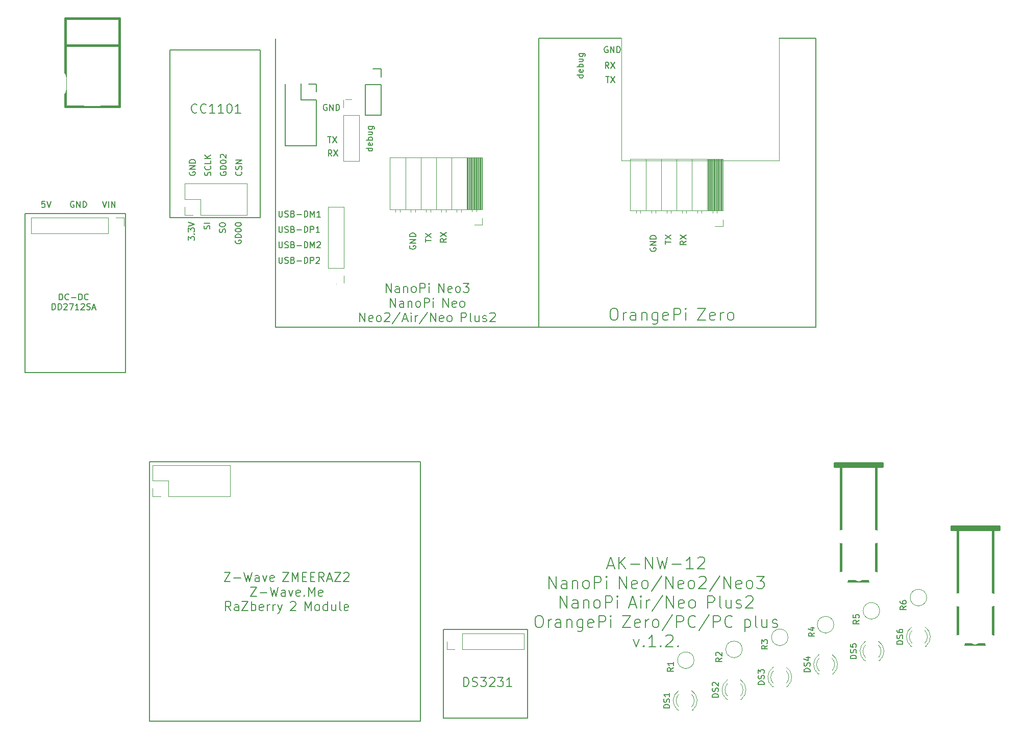
<source format=gto>
G04 #@! TF.GenerationSoftware,KiCad,Pcbnew,6.99.0-unknown-bccc2f5792~148~ubuntu21.10.1*
G04 #@! TF.CreationDate,2022-10-30T21:35:02+01:00*
G04 #@! TF.ProjectId,AK-NW-12_Shield_OPi-PC-Zero_Nano_Pi_v1.3,414b2d4e-572d-4313-925f-536869656c64,rev?*
G04 #@! TF.SameCoordinates,Original*
G04 #@! TF.FileFunction,Legend,Top*
G04 #@! TF.FilePolarity,Positive*
%FSLAX46Y46*%
G04 Gerber Fmt 4.6, Leading zero omitted, Abs format (unit mm)*
G04 Created by KiCad (PCBNEW 6.99.0-unknown-bccc2f5792~148~ubuntu21.10.1) date 2022-10-30 21:35:02*
%MOMM*%
%LPD*%
G01*
G04 APERTURE LIST*
%ADD10C,0.150000*%
%ADD11C,0.200000*%
%ADD12C,0.120000*%
%ADD13C,0.381000*%
%ADD14C,4.000000*%
%ADD15C,1.524000*%
%ADD16O,1.998980X4.000500*%
%ADD17O,4.000500X1.998980*%
%ADD18O,4.500880X1.998980*%
%ADD19C,1.600000*%
%ADD20O,1.600000X1.600000*%
%ADD21R,1.800000X1.800000*%
%ADD22C,1.800000*%
%ADD23R,1.700000X1.700000*%
%ADD24O,1.700000X1.700000*%
%ADD25C,2.199640*%
%ADD26C,1.501140*%
%ADD27C,5.000000*%
%ADD28C,5.400000*%
%ADD29C,3.100000*%
G04 APERTURE END LIST*
D10*
X91710000Y-65880000D02*
X91710000Y-58200000D01*
X99780000Y-60810000D02*
X99790000Y-55690000D01*
X86530000Y-55590000D02*
X86530000Y-65880000D01*
X128601500Y-96015500D02*
X84900000Y-96000000D01*
X90410000Y-55590000D02*
X91710000Y-55590000D01*
X99790000Y-55690000D02*
X102440000Y-55690000D01*
X91710000Y-55590000D02*
X91710000Y-56900000D01*
X102440000Y-55690000D02*
X102440000Y-60800000D01*
X89150000Y-58200000D02*
X89150000Y-55550000D01*
X91710000Y-58200000D02*
X89150000Y-58200000D01*
X112750000Y-160900000D02*
X126750000Y-160900000D01*
X126750000Y-160900000D02*
X126750000Y-146200000D01*
X126750000Y-146200000D02*
X112750000Y-146200000D01*
X112750000Y-146200000D02*
X112750000Y-160900000D01*
X43320000Y-77100000D02*
X60020000Y-77100000D01*
X60020000Y-77100000D02*
X60020000Y-103500000D01*
X60020000Y-103500000D02*
X43320000Y-103500000D01*
X43320000Y-103500000D02*
X43320000Y-77100000D01*
X102410000Y-53080000D02*
X102410000Y-54390000D01*
X101130000Y-53080000D02*
X102410000Y-53080000D01*
X86530000Y-65880000D02*
X91710000Y-65880000D01*
X64000000Y-118300000D02*
X109000000Y-118300000D01*
X109000000Y-118300000D02*
X109000000Y-161400000D01*
X109000000Y-161400000D02*
X64000000Y-161400000D01*
X64000000Y-161400000D02*
X64000000Y-118300000D01*
X84900000Y-96000000D02*
X84900000Y-48100000D01*
X82400000Y-49923810D02*
X67400000Y-49923810D01*
X67400000Y-49923810D02*
X67400000Y-77823810D01*
X67400000Y-77823810D02*
X82400000Y-77823810D01*
X82400000Y-77823810D02*
X82400000Y-49923810D01*
X102440000Y-60800000D02*
X99780000Y-60810000D01*
X140233333Y-52967380D02*
X139900000Y-52491190D01*
X139661905Y-52967380D02*
X139661905Y-51967380D01*
X139661905Y-51967380D02*
X140042857Y-51967380D01*
X140042857Y-51967380D02*
X140138095Y-52015000D01*
X140138095Y-52015000D02*
X140185714Y-52062619D01*
X140185714Y-52062619D02*
X140233333Y-52157857D01*
X140233333Y-52157857D02*
X140233333Y-52300714D01*
X140233333Y-52300714D02*
X140185714Y-52395952D01*
X140185714Y-52395952D02*
X140138095Y-52443571D01*
X140138095Y-52443571D02*
X140042857Y-52491190D01*
X140042857Y-52491190D02*
X139661905Y-52491190D01*
X140566667Y-51967380D02*
X141233333Y-52967380D01*
X141233333Y-51967380D02*
X140566667Y-52967380D01*
X85471429Y-84367380D02*
X85471429Y-85176904D01*
X85471429Y-85176904D02*
X85519048Y-85272142D01*
X85519048Y-85272142D02*
X85566667Y-85319761D01*
X85566667Y-85319761D02*
X85661905Y-85367380D01*
X85661905Y-85367380D02*
X85852381Y-85367380D01*
X85852381Y-85367380D02*
X85947619Y-85319761D01*
X85947619Y-85319761D02*
X85995238Y-85272142D01*
X85995238Y-85272142D02*
X86042857Y-85176904D01*
X86042857Y-85176904D02*
X86042857Y-84367380D01*
X86471429Y-85319761D02*
X86614286Y-85367380D01*
X86614286Y-85367380D02*
X86852381Y-85367380D01*
X86852381Y-85367380D02*
X86947619Y-85319761D01*
X86947619Y-85319761D02*
X86995238Y-85272142D01*
X86995238Y-85272142D02*
X87042857Y-85176904D01*
X87042857Y-85176904D02*
X87042857Y-85081666D01*
X87042857Y-85081666D02*
X86995238Y-84986428D01*
X86995238Y-84986428D02*
X86947619Y-84938809D01*
X86947619Y-84938809D02*
X86852381Y-84891190D01*
X86852381Y-84891190D02*
X86661905Y-84843571D01*
X86661905Y-84843571D02*
X86566667Y-84795952D01*
X86566667Y-84795952D02*
X86519048Y-84748333D01*
X86519048Y-84748333D02*
X86471429Y-84653095D01*
X86471429Y-84653095D02*
X86471429Y-84557857D01*
X86471429Y-84557857D02*
X86519048Y-84462619D01*
X86519048Y-84462619D02*
X86566667Y-84415000D01*
X86566667Y-84415000D02*
X86661905Y-84367380D01*
X86661905Y-84367380D02*
X86900000Y-84367380D01*
X86900000Y-84367380D02*
X87042857Y-84415000D01*
X87804762Y-84843571D02*
X87947619Y-84891190D01*
X87947619Y-84891190D02*
X87995238Y-84938809D01*
X87995238Y-84938809D02*
X88042857Y-85034047D01*
X88042857Y-85034047D02*
X88042857Y-85176904D01*
X88042857Y-85176904D02*
X87995238Y-85272142D01*
X87995238Y-85272142D02*
X87947619Y-85319761D01*
X87947619Y-85319761D02*
X87852381Y-85367380D01*
X87852381Y-85367380D02*
X87471429Y-85367380D01*
X87471429Y-85367380D02*
X87471429Y-84367380D01*
X87471429Y-84367380D02*
X87804762Y-84367380D01*
X87804762Y-84367380D02*
X87900000Y-84415000D01*
X87900000Y-84415000D02*
X87947619Y-84462619D01*
X87947619Y-84462619D02*
X87995238Y-84557857D01*
X87995238Y-84557857D02*
X87995238Y-84653095D01*
X87995238Y-84653095D02*
X87947619Y-84748333D01*
X87947619Y-84748333D02*
X87900000Y-84795952D01*
X87900000Y-84795952D02*
X87804762Y-84843571D01*
X87804762Y-84843571D02*
X87471429Y-84843571D01*
X88471429Y-84986428D02*
X89233334Y-84986428D01*
X89709524Y-85367380D02*
X89709524Y-84367380D01*
X89709524Y-84367380D02*
X89947619Y-84367380D01*
X89947619Y-84367380D02*
X90090476Y-84415000D01*
X90090476Y-84415000D02*
X90185714Y-84510238D01*
X90185714Y-84510238D02*
X90233333Y-84605476D01*
X90233333Y-84605476D02*
X90280952Y-84795952D01*
X90280952Y-84795952D02*
X90280952Y-84938809D01*
X90280952Y-84938809D02*
X90233333Y-85129285D01*
X90233333Y-85129285D02*
X90185714Y-85224523D01*
X90185714Y-85224523D02*
X90090476Y-85319761D01*
X90090476Y-85319761D02*
X89947619Y-85367380D01*
X89947619Y-85367380D02*
X89709524Y-85367380D01*
X90709524Y-85367380D02*
X90709524Y-84367380D01*
X90709524Y-84367380D02*
X91090476Y-84367380D01*
X91090476Y-84367380D02*
X91185714Y-84415000D01*
X91185714Y-84415000D02*
X91233333Y-84462619D01*
X91233333Y-84462619D02*
X91280952Y-84557857D01*
X91280952Y-84557857D02*
X91280952Y-84700714D01*
X91280952Y-84700714D02*
X91233333Y-84795952D01*
X91233333Y-84795952D02*
X91185714Y-84843571D01*
X91185714Y-84843571D02*
X91090476Y-84891190D01*
X91090476Y-84891190D02*
X90709524Y-84891190D01*
X91661905Y-84462619D02*
X91709524Y-84415000D01*
X91709524Y-84415000D02*
X91804762Y-84367380D01*
X91804762Y-84367380D02*
X92042857Y-84367380D01*
X92042857Y-84367380D02*
X92138095Y-84415000D01*
X92138095Y-84415000D02*
X92185714Y-84462619D01*
X92185714Y-84462619D02*
X92233333Y-84557857D01*
X92233333Y-84557857D02*
X92233333Y-84653095D01*
X92233333Y-84653095D02*
X92185714Y-84795952D01*
X92185714Y-84795952D02*
X91614286Y-85367380D01*
X91614286Y-85367380D02*
X92233333Y-85367380D01*
X149567380Y-82161904D02*
X149567380Y-81590476D01*
X150567380Y-81876190D02*
X149567380Y-81876190D01*
X149567380Y-81352380D02*
X150567380Y-80685714D01*
X149567380Y-80685714D02*
X150567380Y-81352380D01*
X49039048Y-91457380D02*
X49039048Y-90457380D01*
X49039048Y-90457380D02*
X49277143Y-90457380D01*
X49277143Y-90457380D02*
X49420000Y-90505000D01*
X49420000Y-90505000D02*
X49515238Y-90600238D01*
X49515238Y-90600238D02*
X49562857Y-90695476D01*
X49562857Y-90695476D02*
X49610476Y-90885952D01*
X49610476Y-90885952D02*
X49610476Y-91028809D01*
X49610476Y-91028809D02*
X49562857Y-91219285D01*
X49562857Y-91219285D02*
X49515238Y-91314523D01*
X49515238Y-91314523D02*
X49420000Y-91409761D01*
X49420000Y-91409761D02*
X49277143Y-91457380D01*
X49277143Y-91457380D02*
X49039048Y-91457380D01*
X50610476Y-91362142D02*
X50562857Y-91409761D01*
X50562857Y-91409761D02*
X50420000Y-91457380D01*
X50420000Y-91457380D02*
X50324762Y-91457380D01*
X50324762Y-91457380D02*
X50181905Y-91409761D01*
X50181905Y-91409761D02*
X50086667Y-91314523D01*
X50086667Y-91314523D02*
X50039048Y-91219285D01*
X50039048Y-91219285D02*
X49991429Y-91028809D01*
X49991429Y-91028809D02*
X49991429Y-90885952D01*
X49991429Y-90885952D02*
X50039048Y-90695476D01*
X50039048Y-90695476D02*
X50086667Y-90600238D01*
X50086667Y-90600238D02*
X50181905Y-90505000D01*
X50181905Y-90505000D02*
X50324762Y-90457380D01*
X50324762Y-90457380D02*
X50420000Y-90457380D01*
X50420000Y-90457380D02*
X50562857Y-90505000D01*
X50562857Y-90505000D02*
X50610476Y-90552619D01*
X51039048Y-91076428D02*
X51800953Y-91076428D01*
X52277143Y-91457380D02*
X52277143Y-90457380D01*
X52277143Y-90457380D02*
X52515238Y-90457380D01*
X52515238Y-90457380D02*
X52658095Y-90505000D01*
X52658095Y-90505000D02*
X52753333Y-90600238D01*
X52753333Y-90600238D02*
X52800952Y-90695476D01*
X52800952Y-90695476D02*
X52848571Y-90885952D01*
X52848571Y-90885952D02*
X52848571Y-91028809D01*
X52848571Y-91028809D02*
X52800952Y-91219285D01*
X52800952Y-91219285D02*
X52753333Y-91314523D01*
X52753333Y-91314523D02*
X52658095Y-91409761D01*
X52658095Y-91409761D02*
X52515238Y-91457380D01*
X52515238Y-91457380D02*
X52277143Y-91457380D01*
X53848571Y-91362142D02*
X53800952Y-91409761D01*
X53800952Y-91409761D02*
X53658095Y-91457380D01*
X53658095Y-91457380D02*
X53562857Y-91457380D01*
X53562857Y-91457380D02*
X53420000Y-91409761D01*
X53420000Y-91409761D02*
X53324762Y-91314523D01*
X53324762Y-91314523D02*
X53277143Y-91219285D01*
X53277143Y-91219285D02*
X53229524Y-91028809D01*
X53229524Y-91028809D02*
X53229524Y-90885952D01*
X53229524Y-90885952D02*
X53277143Y-90695476D01*
X53277143Y-90695476D02*
X53324762Y-90600238D01*
X53324762Y-90600238D02*
X53420000Y-90505000D01*
X53420000Y-90505000D02*
X53562857Y-90457380D01*
X53562857Y-90457380D02*
X53658095Y-90457380D01*
X53658095Y-90457380D02*
X53800952Y-90505000D01*
X53800952Y-90505000D02*
X53848571Y-90552619D01*
X47848571Y-93077380D02*
X47848571Y-92077380D01*
X47848571Y-92077380D02*
X48086666Y-92077380D01*
X48086666Y-92077380D02*
X48229523Y-92125000D01*
X48229523Y-92125000D02*
X48324761Y-92220238D01*
X48324761Y-92220238D02*
X48372380Y-92315476D01*
X48372380Y-92315476D02*
X48419999Y-92505952D01*
X48419999Y-92505952D02*
X48419999Y-92648809D01*
X48419999Y-92648809D02*
X48372380Y-92839285D01*
X48372380Y-92839285D02*
X48324761Y-92934523D01*
X48324761Y-92934523D02*
X48229523Y-93029761D01*
X48229523Y-93029761D02*
X48086666Y-93077380D01*
X48086666Y-93077380D02*
X47848571Y-93077380D01*
X48848571Y-93077380D02*
X48848571Y-92077380D01*
X48848571Y-92077380D02*
X49086666Y-92077380D01*
X49086666Y-92077380D02*
X49229523Y-92125000D01*
X49229523Y-92125000D02*
X49324761Y-92220238D01*
X49324761Y-92220238D02*
X49372380Y-92315476D01*
X49372380Y-92315476D02*
X49419999Y-92505952D01*
X49419999Y-92505952D02*
X49419999Y-92648809D01*
X49419999Y-92648809D02*
X49372380Y-92839285D01*
X49372380Y-92839285D02*
X49324761Y-92934523D01*
X49324761Y-92934523D02*
X49229523Y-93029761D01*
X49229523Y-93029761D02*
X49086666Y-93077380D01*
X49086666Y-93077380D02*
X48848571Y-93077380D01*
X49800952Y-92172619D02*
X49848571Y-92125000D01*
X49848571Y-92125000D02*
X49943809Y-92077380D01*
X49943809Y-92077380D02*
X50181904Y-92077380D01*
X50181904Y-92077380D02*
X50277142Y-92125000D01*
X50277142Y-92125000D02*
X50324761Y-92172619D01*
X50324761Y-92172619D02*
X50372380Y-92267857D01*
X50372380Y-92267857D02*
X50372380Y-92363095D01*
X50372380Y-92363095D02*
X50324761Y-92505952D01*
X50324761Y-92505952D02*
X49753333Y-93077380D01*
X49753333Y-93077380D02*
X50372380Y-93077380D01*
X50705714Y-92077380D02*
X51372380Y-92077380D01*
X51372380Y-92077380D02*
X50943809Y-93077380D01*
X52277142Y-93077380D02*
X51705714Y-93077380D01*
X51991428Y-93077380D02*
X51991428Y-92077380D01*
X51991428Y-92077380D02*
X51896190Y-92220238D01*
X51896190Y-92220238D02*
X51800952Y-92315476D01*
X51800952Y-92315476D02*
X51705714Y-92363095D01*
X52658095Y-92172619D02*
X52705714Y-92125000D01*
X52705714Y-92125000D02*
X52800952Y-92077380D01*
X52800952Y-92077380D02*
X53039047Y-92077380D01*
X53039047Y-92077380D02*
X53134285Y-92125000D01*
X53134285Y-92125000D02*
X53181904Y-92172619D01*
X53181904Y-92172619D02*
X53229523Y-92267857D01*
X53229523Y-92267857D02*
X53229523Y-92363095D01*
X53229523Y-92363095D02*
X53181904Y-92505952D01*
X53181904Y-92505952D02*
X52610476Y-93077380D01*
X52610476Y-93077380D02*
X53229523Y-93077380D01*
X53610476Y-93029761D02*
X53753333Y-93077380D01*
X53753333Y-93077380D02*
X53991428Y-93077380D01*
X53991428Y-93077380D02*
X54086666Y-93029761D01*
X54086666Y-93029761D02*
X54134285Y-92982142D01*
X54134285Y-92982142D02*
X54181904Y-92886904D01*
X54181904Y-92886904D02*
X54181904Y-92791666D01*
X54181904Y-92791666D02*
X54134285Y-92696428D01*
X54134285Y-92696428D02*
X54086666Y-92648809D01*
X54086666Y-92648809D02*
X53991428Y-92601190D01*
X53991428Y-92601190D02*
X53800952Y-92553571D01*
X53800952Y-92553571D02*
X53705714Y-92505952D01*
X53705714Y-92505952D02*
X53658095Y-92458333D01*
X53658095Y-92458333D02*
X53610476Y-92363095D01*
X53610476Y-92363095D02*
X53610476Y-92267857D01*
X53610476Y-92267857D02*
X53658095Y-92172619D01*
X53658095Y-92172619D02*
X53705714Y-92125000D01*
X53705714Y-92125000D02*
X53800952Y-92077380D01*
X53800952Y-92077380D02*
X54039047Y-92077380D01*
X54039047Y-92077380D02*
X54181904Y-92125000D01*
X54562857Y-92791666D02*
X55039047Y-92791666D01*
X54467619Y-93077380D02*
X54800952Y-92077380D01*
X54800952Y-92077380D02*
X55134285Y-93077380D01*
X46629523Y-75067380D02*
X46153333Y-75067380D01*
X46153333Y-75067380D02*
X46105714Y-75543571D01*
X46105714Y-75543571D02*
X46153333Y-75495952D01*
X46153333Y-75495952D02*
X46248571Y-75448333D01*
X46248571Y-75448333D02*
X46486666Y-75448333D01*
X46486666Y-75448333D02*
X46581904Y-75495952D01*
X46581904Y-75495952D02*
X46629523Y-75543571D01*
X46629523Y-75543571D02*
X46677142Y-75638809D01*
X46677142Y-75638809D02*
X46677142Y-75876904D01*
X46677142Y-75876904D02*
X46629523Y-75972142D01*
X46629523Y-75972142D02*
X46581904Y-76019761D01*
X46581904Y-76019761D02*
X46486666Y-76067380D01*
X46486666Y-76067380D02*
X46248571Y-76067380D01*
X46248571Y-76067380D02*
X46153333Y-76019761D01*
X46153333Y-76019761D02*
X46105714Y-75972142D01*
X46962857Y-75067380D02*
X47296190Y-76067380D01*
X47296190Y-76067380D02*
X47629523Y-75067380D01*
X51458095Y-75115000D02*
X51362857Y-75067380D01*
X51362857Y-75067380D02*
X51220000Y-75067380D01*
X51220000Y-75067380D02*
X51077143Y-75115000D01*
X51077143Y-75115000D02*
X50981905Y-75210238D01*
X50981905Y-75210238D02*
X50934286Y-75305476D01*
X50934286Y-75305476D02*
X50886667Y-75495952D01*
X50886667Y-75495952D02*
X50886667Y-75638809D01*
X50886667Y-75638809D02*
X50934286Y-75829285D01*
X50934286Y-75829285D02*
X50981905Y-75924523D01*
X50981905Y-75924523D02*
X51077143Y-76019761D01*
X51077143Y-76019761D02*
X51220000Y-76067380D01*
X51220000Y-76067380D02*
X51315238Y-76067380D01*
X51315238Y-76067380D02*
X51458095Y-76019761D01*
X51458095Y-76019761D02*
X51505714Y-75972142D01*
X51505714Y-75972142D02*
X51505714Y-75638809D01*
X51505714Y-75638809D02*
X51315238Y-75638809D01*
X51934286Y-76067380D02*
X51934286Y-75067380D01*
X51934286Y-75067380D02*
X52505714Y-76067380D01*
X52505714Y-76067380D02*
X52505714Y-75067380D01*
X52981905Y-76067380D02*
X52981905Y-75067380D01*
X52981905Y-75067380D02*
X53220000Y-75067380D01*
X53220000Y-75067380D02*
X53362857Y-75115000D01*
X53362857Y-75115000D02*
X53458095Y-75210238D01*
X53458095Y-75210238D02*
X53505714Y-75305476D01*
X53505714Y-75305476D02*
X53553333Y-75495952D01*
X53553333Y-75495952D02*
X53553333Y-75638809D01*
X53553333Y-75638809D02*
X53505714Y-75829285D01*
X53505714Y-75829285D02*
X53458095Y-75924523D01*
X53458095Y-75924523D02*
X53362857Y-76019761D01*
X53362857Y-76019761D02*
X53220000Y-76067380D01*
X53220000Y-76067380D02*
X52981905Y-76067380D01*
D11*
X140909523Y-92834761D02*
X141290476Y-92834761D01*
X141290476Y-92834761D02*
X141480952Y-92930000D01*
X141480952Y-92930000D02*
X141671428Y-93120476D01*
X141671428Y-93120476D02*
X141766666Y-93501428D01*
X141766666Y-93501428D02*
X141766666Y-94168095D01*
X141766666Y-94168095D02*
X141671428Y-94549047D01*
X141671428Y-94549047D02*
X141480952Y-94739523D01*
X141480952Y-94739523D02*
X141290476Y-94834761D01*
X141290476Y-94834761D02*
X140909523Y-94834761D01*
X140909523Y-94834761D02*
X140719047Y-94739523D01*
X140719047Y-94739523D02*
X140528571Y-94549047D01*
X140528571Y-94549047D02*
X140433333Y-94168095D01*
X140433333Y-94168095D02*
X140433333Y-93501428D01*
X140433333Y-93501428D02*
X140528571Y-93120476D01*
X140528571Y-93120476D02*
X140719047Y-92930000D01*
X140719047Y-92930000D02*
X140909523Y-92834761D01*
X142623809Y-94834761D02*
X142623809Y-93501428D01*
X142623809Y-93882380D02*
X142719047Y-93691904D01*
X142719047Y-93691904D02*
X142814285Y-93596666D01*
X142814285Y-93596666D02*
X143004761Y-93501428D01*
X143004761Y-93501428D02*
X143195238Y-93501428D01*
X144719047Y-94834761D02*
X144719047Y-93787142D01*
X144719047Y-93787142D02*
X144623809Y-93596666D01*
X144623809Y-93596666D02*
X144433333Y-93501428D01*
X144433333Y-93501428D02*
X144052380Y-93501428D01*
X144052380Y-93501428D02*
X143861904Y-93596666D01*
X144719047Y-94739523D02*
X144528571Y-94834761D01*
X144528571Y-94834761D02*
X144052380Y-94834761D01*
X144052380Y-94834761D02*
X143861904Y-94739523D01*
X143861904Y-94739523D02*
X143766666Y-94549047D01*
X143766666Y-94549047D02*
X143766666Y-94358571D01*
X143766666Y-94358571D02*
X143861904Y-94168095D01*
X143861904Y-94168095D02*
X144052380Y-94072857D01*
X144052380Y-94072857D02*
X144528571Y-94072857D01*
X144528571Y-94072857D02*
X144719047Y-93977619D01*
X145671428Y-93501428D02*
X145671428Y-94834761D01*
X145671428Y-93691904D02*
X145766666Y-93596666D01*
X145766666Y-93596666D02*
X145957142Y-93501428D01*
X145957142Y-93501428D02*
X146242857Y-93501428D01*
X146242857Y-93501428D02*
X146433333Y-93596666D01*
X146433333Y-93596666D02*
X146528571Y-93787142D01*
X146528571Y-93787142D02*
X146528571Y-94834761D01*
X148338095Y-93501428D02*
X148338095Y-95120476D01*
X148338095Y-95120476D02*
X148242857Y-95310952D01*
X148242857Y-95310952D02*
X148147619Y-95406190D01*
X148147619Y-95406190D02*
X147957142Y-95501428D01*
X147957142Y-95501428D02*
X147671428Y-95501428D01*
X147671428Y-95501428D02*
X147480952Y-95406190D01*
X148338095Y-94739523D02*
X148147619Y-94834761D01*
X148147619Y-94834761D02*
X147766666Y-94834761D01*
X147766666Y-94834761D02*
X147576190Y-94739523D01*
X147576190Y-94739523D02*
X147480952Y-94644285D01*
X147480952Y-94644285D02*
X147385714Y-94453809D01*
X147385714Y-94453809D02*
X147385714Y-93882380D01*
X147385714Y-93882380D02*
X147480952Y-93691904D01*
X147480952Y-93691904D02*
X147576190Y-93596666D01*
X147576190Y-93596666D02*
X147766666Y-93501428D01*
X147766666Y-93501428D02*
X148147619Y-93501428D01*
X148147619Y-93501428D02*
X148338095Y-93596666D01*
X150052381Y-94739523D02*
X149861905Y-94834761D01*
X149861905Y-94834761D02*
X149480952Y-94834761D01*
X149480952Y-94834761D02*
X149290476Y-94739523D01*
X149290476Y-94739523D02*
X149195238Y-94549047D01*
X149195238Y-94549047D02*
X149195238Y-93787142D01*
X149195238Y-93787142D02*
X149290476Y-93596666D01*
X149290476Y-93596666D02*
X149480952Y-93501428D01*
X149480952Y-93501428D02*
X149861905Y-93501428D01*
X149861905Y-93501428D02*
X150052381Y-93596666D01*
X150052381Y-93596666D02*
X150147619Y-93787142D01*
X150147619Y-93787142D02*
X150147619Y-93977619D01*
X150147619Y-93977619D02*
X149195238Y-94168095D01*
X151004762Y-94834761D02*
X151004762Y-92834761D01*
X151004762Y-92834761D02*
X151766667Y-92834761D01*
X151766667Y-92834761D02*
X151957143Y-92930000D01*
X151957143Y-92930000D02*
X152052381Y-93025238D01*
X152052381Y-93025238D02*
X152147619Y-93215714D01*
X152147619Y-93215714D02*
X152147619Y-93501428D01*
X152147619Y-93501428D02*
X152052381Y-93691904D01*
X152052381Y-93691904D02*
X151957143Y-93787142D01*
X151957143Y-93787142D02*
X151766667Y-93882380D01*
X151766667Y-93882380D02*
X151004762Y-93882380D01*
X153004762Y-94834761D02*
X153004762Y-93501428D01*
X153004762Y-92834761D02*
X152909524Y-92930000D01*
X152909524Y-92930000D02*
X153004762Y-93025238D01*
X153004762Y-93025238D02*
X153100000Y-92930000D01*
X153100000Y-92930000D02*
X153004762Y-92834761D01*
X153004762Y-92834761D02*
X153004762Y-93025238D01*
X154966667Y-92834761D02*
X156300000Y-92834761D01*
X156300000Y-92834761D02*
X154966667Y-94834761D01*
X154966667Y-94834761D02*
X156300000Y-94834761D01*
X157823810Y-94739523D02*
X157633334Y-94834761D01*
X157633334Y-94834761D02*
X157252381Y-94834761D01*
X157252381Y-94834761D02*
X157061905Y-94739523D01*
X157061905Y-94739523D02*
X156966667Y-94549047D01*
X156966667Y-94549047D02*
X156966667Y-93787142D01*
X156966667Y-93787142D02*
X157061905Y-93596666D01*
X157061905Y-93596666D02*
X157252381Y-93501428D01*
X157252381Y-93501428D02*
X157633334Y-93501428D01*
X157633334Y-93501428D02*
X157823810Y-93596666D01*
X157823810Y-93596666D02*
X157919048Y-93787142D01*
X157919048Y-93787142D02*
X157919048Y-93977619D01*
X157919048Y-93977619D02*
X156966667Y-94168095D01*
X158776191Y-94834761D02*
X158776191Y-93501428D01*
X158776191Y-93882380D02*
X158871429Y-93691904D01*
X158871429Y-93691904D02*
X158966667Y-93596666D01*
X158966667Y-93596666D02*
X159157143Y-93501428D01*
X159157143Y-93501428D02*
X159347620Y-93501428D01*
X160300000Y-94834761D02*
X160109524Y-94739523D01*
X160109524Y-94739523D02*
X160014286Y-94644285D01*
X160014286Y-94644285D02*
X159919048Y-94453809D01*
X159919048Y-94453809D02*
X159919048Y-93882380D01*
X159919048Y-93882380D02*
X160014286Y-93691904D01*
X160014286Y-93691904D02*
X160109524Y-93596666D01*
X160109524Y-93596666D02*
X160300000Y-93501428D01*
X160300000Y-93501428D02*
X160585715Y-93501428D01*
X160585715Y-93501428D02*
X160776191Y-93596666D01*
X160776191Y-93596666D02*
X160871429Y-93691904D01*
X160871429Y-93691904D02*
X160966667Y-93882380D01*
X160966667Y-93882380D02*
X160966667Y-94453809D01*
X160966667Y-94453809D02*
X160871429Y-94644285D01*
X160871429Y-94644285D02*
X160776191Y-94739523D01*
X160776191Y-94739523D02*
X160585715Y-94834761D01*
X160585715Y-94834761D02*
X160300000Y-94834761D01*
D10*
X76553093Y-80257142D02*
X76600712Y-80114285D01*
X76600712Y-80114285D02*
X76600712Y-79876190D01*
X76600712Y-79876190D02*
X76553093Y-79780952D01*
X76553093Y-79780952D02*
X76505474Y-79733333D01*
X76505474Y-79733333D02*
X76410236Y-79685714D01*
X76410236Y-79685714D02*
X76314998Y-79685714D01*
X76314998Y-79685714D02*
X76219760Y-79733333D01*
X76219760Y-79733333D02*
X76172141Y-79780952D01*
X76172141Y-79780952D02*
X76124522Y-79876190D01*
X76124522Y-79876190D02*
X76076903Y-80066666D01*
X76076903Y-80066666D02*
X76029284Y-80161904D01*
X76029284Y-80161904D02*
X75981665Y-80209523D01*
X75981665Y-80209523D02*
X75886427Y-80257142D01*
X75886427Y-80257142D02*
X75791189Y-80257142D01*
X75791189Y-80257142D02*
X75695951Y-80209523D01*
X75695951Y-80209523D02*
X75648332Y-80161904D01*
X75648332Y-80161904D02*
X75600712Y-80066666D01*
X75600712Y-80066666D02*
X75600712Y-79828571D01*
X75600712Y-79828571D02*
X75648332Y-79685714D01*
X75600712Y-79066666D02*
X75600712Y-78876190D01*
X75600712Y-78876190D02*
X75648332Y-78780952D01*
X75648332Y-78780952D02*
X75743570Y-78685714D01*
X75743570Y-78685714D02*
X75934046Y-78638095D01*
X75934046Y-78638095D02*
X76267379Y-78638095D01*
X76267379Y-78638095D02*
X76457855Y-78685714D01*
X76457855Y-78685714D02*
X76553093Y-78780952D01*
X76553093Y-78780952D02*
X76600712Y-78876190D01*
X76600712Y-78876190D02*
X76600712Y-79066666D01*
X76600712Y-79066666D02*
X76553093Y-79161904D01*
X76553093Y-79161904D02*
X76457855Y-79257142D01*
X76457855Y-79257142D02*
X76267379Y-79304761D01*
X76267379Y-79304761D02*
X75934046Y-79304761D01*
X75934046Y-79304761D02*
X75743570Y-79257142D01*
X75743570Y-79257142D02*
X75648332Y-79161904D01*
X75648332Y-79161904D02*
X75600712Y-79066666D01*
X153067380Y-81685714D02*
X152591190Y-82019047D01*
X153067380Y-82257142D02*
X152067380Y-82257142D01*
X152067380Y-82257142D02*
X152067380Y-81876190D01*
X152067380Y-81876190D02*
X152115000Y-81780952D01*
X152115000Y-81780952D02*
X152162619Y-81733333D01*
X152162619Y-81733333D02*
X152257857Y-81685714D01*
X152257857Y-81685714D02*
X152400714Y-81685714D01*
X152400714Y-81685714D02*
X152495952Y-81733333D01*
X152495952Y-81733333D02*
X152543571Y-81780952D01*
X152543571Y-81780952D02*
X152591190Y-81876190D01*
X152591190Y-81876190D02*
X152591190Y-82257142D01*
X152067380Y-81352380D02*
X153067380Y-80685714D01*
X152067380Y-80685714D02*
X153067380Y-81352380D01*
X70655000Y-70218095D02*
X70607380Y-70313333D01*
X70607380Y-70313333D02*
X70607380Y-70456190D01*
X70607380Y-70456190D02*
X70655000Y-70599047D01*
X70655000Y-70599047D02*
X70750238Y-70694285D01*
X70750238Y-70694285D02*
X70845476Y-70741904D01*
X70845476Y-70741904D02*
X71035952Y-70789523D01*
X71035952Y-70789523D02*
X71178809Y-70789523D01*
X71178809Y-70789523D02*
X71369285Y-70741904D01*
X71369285Y-70741904D02*
X71464523Y-70694285D01*
X71464523Y-70694285D02*
X71559761Y-70599047D01*
X71559761Y-70599047D02*
X71607380Y-70456190D01*
X71607380Y-70456190D02*
X71607380Y-70360952D01*
X71607380Y-70360952D02*
X71559761Y-70218095D01*
X71559761Y-70218095D02*
X71512142Y-70170476D01*
X71512142Y-70170476D02*
X71178809Y-70170476D01*
X71178809Y-70170476D02*
X71178809Y-70360952D01*
X71607380Y-69741904D02*
X70607380Y-69741904D01*
X70607380Y-69741904D02*
X71607380Y-69170476D01*
X71607380Y-69170476D02*
X70607380Y-69170476D01*
X71607380Y-68694285D02*
X70607380Y-68694285D01*
X70607380Y-68694285D02*
X70607380Y-68456190D01*
X70607380Y-68456190D02*
X70655000Y-68313333D01*
X70655000Y-68313333D02*
X70750238Y-68218095D01*
X70750238Y-68218095D02*
X70845476Y-68170476D01*
X70845476Y-68170476D02*
X71035952Y-68122857D01*
X71035952Y-68122857D02*
X71178809Y-68122857D01*
X71178809Y-68122857D02*
X71369285Y-68170476D01*
X71369285Y-68170476D02*
X71464523Y-68218095D01*
X71464523Y-68218095D02*
X71559761Y-68313333D01*
X71559761Y-68313333D02*
X71607380Y-68456190D01*
X71607380Y-68456190D02*
X71607380Y-68694285D01*
D11*
X103257142Y-90221071D02*
X103257142Y-88721071D01*
X103257142Y-88721071D02*
X104114285Y-90221071D01*
X104114285Y-90221071D02*
X104114285Y-88721071D01*
X105471429Y-90221071D02*
X105471429Y-89435357D01*
X105471429Y-89435357D02*
X105400000Y-89292500D01*
X105400000Y-89292500D02*
X105257143Y-89221071D01*
X105257143Y-89221071D02*
X104971429Y-89221071D01*
X104971429Y-89221071D02*
X104828571Y-89292500D01*
X105471429Y-90149642D02*
X105328571Y-90221071D01*
X105328571Y-90221071D02*
X104971429Y-90221071D01*
X104971429Y-90221071D02*
X104828571Y-90149642D01*
X104828571Y-90149642D02*
X104757143Y-90006785D01*
X104757143Y-90006785D02*
X104757143Y-89863928D01*
X104757143Y-89863928D02*
X104828571Y-89721071D01*
X104828571Y-89721071D02*
X104971429Y-89649642D01*
X104971429Y-89649642D02*
X105328571Y-89649642D01*
X105328571Y-89649642D02*
X105471429Y-89578214D01*
X106185714Y-89221071D02*
X106185714Y-90221071D01*
X106185714Y-89363928D02*
X106257143Y-89292500D01*
X106257143Y-89292500D02*
X106400000Y-89221071D01*
X106400000Y-89221071D02*
X106614286Y-89221071D01*
X106614286Y-89221071D02*
X106757143Y-89292500D01*
X106757143Y-89292500D02*
X106828572Y-89435357D01*
X106828572Y-89435357D02*
X106828572Y-90221071D01*
X107757143Y-90221071D02*
X107614286Y-90149642D01*
X107614286Y-90149642D02*
X107542857Y-90078214D01*
X107542857Y-90078214D02*
X107471429Y-89935357D01*
X107471429Y-89935357D02*
X107471429Y-89506785D01*
X107471429Y-89506785D02*
X107542857Y-89363928D01*
X107542857Y-89363928D02*
X107614286Y-89292500D01*
X107614286Y-89292500D02*
X107757143Y-89221071D01*
X107757143Y-89221071D02*
X107971429Y-89221071D01*
X107971429Y-89221071D02*
X108114286Y-89292500D01*
X108114286Y-89292500D02*
X108185715Y-89363928D01*
X108185715Y-89363928D02*
X108257143Y-89506785D01*
X108257143Y-89506785D02*
X108257143Y-89935357D01*
X108257143Y-89935357D02*
X108185715Y-90078214D01*
X108185715Y-90078214D02*
X108114286Y-90149642D01*
X108114286Y-90149642D02*
X107971429Y-90221071D01*
X107971429Y-90221071D02*
X107757143Y-90221071D01*
X108900000Y-90221071D02*
X108900000Y-88721071D01*
X108900000Y-88721071D02*
X109471429Y-88721071D01*
X109471429Y-88721071D02*
X109614286Y-88792500D01*
X109614286Y-88792500D02*
X109685715Y-88863928D01*
X109685715Y-88863928D02*
X109757143Y-89006785D01*
X109757143Y-89006785D02*
X109757143Y-89221071D01*
X109757143Y-89221071D02*
X109685715Y-89363928D01*
X109685715Y-89363928D02*
X109614286Y-89435357D01*
X109614286Y-89435357D02*
X109471429Y-89506785D01*
X109471429Y-89506785D02*
X108900000Y-89506785D01*
X110400000Y-90221071D02*
X110400000Y-89221071D01*
X110400000Y-88721071D02*
X110328572Y-88792500D01*
X110328572Y-88792500D02*
X110400000Y-88863928D01*
X110400000Y-88863928D02*
X110471429Y-88792500D01*
X110471429Y-88792500D02*
X110400000Y-88721071D01*
X110400000Y-88721071D02*
X110400000Y-88863928D01*
X112014286Y-90221071D02*
X112014286Y-88721071D01*
X112014286Y-88721071D02*
X112871429Y-90221071D01*
X112871429Y-90221071D02*
X112871429Y-88721071D01*
X114157144Y-90149642D02*
X114014287Y-90221071D01*
X114014287Y-90221071D02*
X113728573Y-90221071D01*
X113728573Y-90221071D02*
X113585715Y-90149642D01*
X113585715Y-90149642D02*
X113514287Y-90006785D01*
X113514287Y-90006785D02*
X113514287Y-89435357D01*
X113514287Y-89435357D02*
X113585715Y-89292500D01*
X113585715Y-89292500D02*
X113728573Y-89221071D01*
X113728573Y-89221071D02*
X114014287Y-89221071D01*
X114014287Y-89221071D02*
X114157144Y-89292500D01*
X114157144Y-89292500D02*
X114228573Y-89435357D01*
X114228573Y-89435357D02*
X114228573Y-89578214D01*
X114228573Y-89578214D02*
X113514287Y-89721071D01*
X115085715Y-90221071D02*
X114942858Y-90149642D01*
X114942858Y-90149642D02*
X114871429Y-90078214D01*
X114871429Y-90078214D02*
X114800001Y-89935357D01*
X114800001Y-89935357D02*
X114800001Y-89506785D01*
X114800001Y-89506785D02*
X114871429Y-89363928D01*
X114871429Y-89363928D02*
X114942858Y-89292500D01*
X114942858Y-89292500D02*
X115085715Y-89221071D01*
X115085715Y-89221071D02*
X115300001Y-89221071D01*
X115300001Y-89221071D02*
X115442858Y-89292500D01*
X115442858Y-89292500D02*
X115514287Y-89363928D01*
X115514287Y-89363928D02*
X115585715Y-89506785D01*
X115585715Y-89506785D02*
X115585715Y-89935357D01*
X115585715Y-89935357D02*
X115514287Y-90078214D01*
X115514287Y-90078214D02*
X115442858Y-90149642D01*
X115442858Y-90149642D02*
X115300001Y-90221071D01*
X115300001Y-90221071D02*
X115085715Y-90221071D01*
X116085715Y-88721071D02*
X117014287Y-88721071D01*
X117014287Y-88721071D02*
X116514287Y-89292500D01*
X116514287Y-89292500D02*
X116728572Y-89292500D01*
X116728572Y-89292500D02*
X116871430Y-89363928D01*
X116871430Y-89363928D02*
X116942858Y-89435357D01*
X116942858Y-89435357D02*
X117014287Y-89578214D01*
X117014287Y-89578214D02*
X117014287Y-89935357D01*
X117014287Y-89935357D02*
X116942858Y-90078214D01*
X116942858Y-90078214D02*
X116871430Y-90149642D01*
X116871430Y-90149642D02*
X116728572Y-90221071D01*
X116728572Y-90221071D02*
X116300001Y-90221071D01*
X116300001Y-90221071D02*
X116157144Y-90149642D01*
X116157144Y-90149642D02*
X116085715Y-90078214D01*
X103971427Y-92651071D02*
X103971427Y-91151071D01*
X103971427Y-91151071D02*
X104828570Y-92651071D01*
X104828570Y-92651071D02*
X104828570Y-91151071D01*
X106185714Y-92651071D02*
X106185714Y-91865357D01*
X106185714Y-91865357D02*
X106114285Y-91722500D01*
X106114285Y-91722500D02*
X105971428Y-91651071D01*
X105971428Y-91651071D02*
X105685714Y-91651071D01*
X105685714Y-91651071D02*
X105542856Y-91722500D01*
X106185714Y-92579642D02*
X106042856Y-92651071D01*
X106042856Y-92651071D02*
X105685714Y-92651071D01*
X105685714Y-92651071D02*
X105542856Y-92579642D01*
X105542856Y-92579642D02*
X105471428Y-92436785D01*
X105471428Y-92436785D02*
X105471428Y-92293928D01*
X105471428Y-92293928D02*
X105542856Y-92151071D01*
X105542856Y-92151071D02*
X105685714Y-92079642D01*
X105685714Y-92079642D02*
X106042856Y-92079642D01*
X106042856Y-92079642D02*
X106185714Y-92008214D01*
X106899999Y-91651071D02*
X106899999Y-92651071D01*
X106899999Y-91793928D02*
X106971428Y-91722500D01*
X106971428Y-91722500D02*
X107114285Y-91651071D01*
X107114285Y-91651071D02*
X107328571Y-91651071D01*
X107328571Y-91651071D02*
X107471428Y-91722500D01*
X107471428Y-91722500D02*
X107542857Y-91865357D01*
X107542857Y-91865357D02*
X107542857Y-92651071D01*
X108471428Y-92651071D02*
X108328571Y-92579642D01*
X108328571Y-92579642D02*
X108257142Y-92508214D01*
X108257142Y-92508214D02*
X108185714Y-92365357D01*
X108185714Y-92365357D02*
X108185714Y-91936785D01*
X108185714Y-91936785D02*
X108257142Y-91793928D01*
X108257142Y-91793928D02*
X108328571Y-91722500D01*
X108328571Y-91722500D02*
X108471428Y-91651071D01*
X108471428Y-91651071D02*
X108685714Y-91651071D01*
X108685714Y-91651071D02*
X108828571Y-91722500D01*
X108828571Y-91722500D02*
X108900000Y-91793928D01*
X108900000Y-91793928D02*
X108971428Y-91936785D01*
X108971428Y-91936785D02*
X108971428Y-92365357D01*
X108971428Y-92365357D02*
X108900000Y-92508214D01*
X108900000Y-92508214D02*
X108828571Y-92579642D01*
X108828571Y-92579642D02*
X108685714Y-92651071D01*
X108685714Y-92651071D02*
X108471428Y-92651071D01*
X109614285Y-92651071D02*
X109614285Y-91151071D01*
X109614285Y-91151071D02*
X110185714Y-91151071D01*
X110185714Y-91151071D02*
X110328571Y-91222500D01*
X110328571Y-91222500D02*
X110400000Y-91293928D01*
X110400000Y-91293928D02*
X110471428Y-91436785D01*
X110471428Y-91436785D02*
X110471428Y-91651071D01*
X110471428Y-91651071D02*
X110400000Y-91793928D01*
X110400000Y-91793928D02*
X110328571Y-91865357D01*
X110328571Y-91865357D02*
X110185714Y-91936785D01*
X110185714Y-91936785D02*
X109614285Y-91936785D01*
X111114285Y-92651071D02*
X111114285Y-91651071D01*
X111114285Y-91151071D02*
X111042857Y-91222500D01*
X111042857Y-91222500D02*
X111114285Y-91293928D01*
X111114285Y-91293928D02*
X111185714Y-91222500D01*
X111185714Y-91222500D02*
X111114285Y-91151071D01*
X111114285Y-91151071D02*
X111114285Y-91293928D01*
X112728571Y-92651071D02*
X112728571Y-91151071D01*
X112728571Y-91151071D02*
X113585714Y-92651071D01*
X113585714Y-92651071D02*
X113585714Y-91151071D01*
X114871429Y-92579642D02*
X114728572Y-92651071D01*
X114728572Y-92651071D02*
X114442858Y-92651071D01*
X114442858Y-92651071D02*
X114300000Y-92579642D01*
X114300000Y-92579642D02*
X114228572Y-92436785D01*
X114228572Y-92436785D02*
X114228572Y-91865357D01*
X114228572Y-91865357D02*
X114300000Y-91722500D01*
X114300000Y-91722500D02*
X114442858Y-91651071D01*
X114442858Y-91651071D02*
X114728572Y-91651071D01*
X114728572Y-91651071D02*
X114871429Y-91722500D01*
X114871429Y-91722500D02*
X114942858Y-91865357D01*
X114942858Y-91865357D02*
X114942858Y-92008214D01*
X114942858Y-92008214D02*
X114228572Y-92151071D01*
X115800000Y-92651071D02*
X115657143Y-92579642D01*
X115657143Y-92579642D02*
X115585714Y-92508214D01*
X115585714Y-92508214D02*
X115514286Y-92365357D01*
X115514286Y-92365357D02*
X115514286Y-91936785D01*
X115514286Y-91936785D02*
X115585714Y-91793928D01*
X115585714Y-91793928D02*
X115657143Y-91722500D01*
X115657143Y-91722500D02*
X115800000Y-91651071D01*
X115800000Y-91651071D02*
X116014286Y-91651071D01*
X116014286Y-91651071D02*
X116157143Y-91722500D01*
X116157143Y-91722500D02*
X116228572Y-91793928D01*
X116228572Y-91793928D02*
X116300000Y-91936785D01*
X116300000Y-91936785D02*
X116300000Y-92365357D01*
X116300000Y-92365357D02*
X116228572Y-92508214D01*
X116228572Y-92508214D02*
X116157143Y-92579642D01*
X116157143Y-92579642D02*
X116014286Y-92651071D01*
X116014286Y-92651071D02*
X115800000Y-92651071D01*
X98899999Y-95081071D02*
X98899999Y-93581071D01*
X98899999Y-93581071D02*
X99757142Y-95081071D01*
X99757142Y-95081071D02*
X99757142Y-93581071D01*
X101042857Y-95009642D02*
X100900000Y-95081071D01*
X100900000Y-95081071D02*
X100614286Y-95081071D01*
X100614286Y-95081071D02*
X100471428Y-95009642D01*
X100471428Y-95009642D02*
X100400000Y-94866785D01*
X100400000Y-94866785D02*
X100400000Y-94295357D01*
X100400000Y-94295357D02*
X100471428Y-94152500D01*
X100471428Y-94152500D02*
X100614286Y-94081071D01*
X100614286Y-94081071D02*
X100900000Y-94081071D01*
X100900000Y-94081071D02*
X101042857Y-94152500D01*
X101042857Y-94152500D02*
X101114286Y-94295357D01*
X101114286Y-94295357D02*
X101114286Y-94438214D01*
X101114286Y-94438214D02*
X100400000Y-94581071D01*
X101971428Y-95081071D02*
X101828571Y-95009642D01*
X101828571Y-95009642D02*
X101757142Y-94938214D01*
X101757142Y-94938214D02*
X101685714Y-94795357D01*
X101685714Y-94795357D02*
X101685714Y-94366785D01*
X101685714Y-94366785D02*
X101757142Y-94223928D01*
X101757142Y-94223928D02*
X101828571Y-94152500D01*
X101828571Y-94152500D02*
X101971428Y-94081071D01*
X101971428Y-94081071D02*
X102185714Y-94081071D01*
X102185714Y-94081071D02*
X102328571Y-94152500D01*
X102328571Y-94152500D02*
X102400000Y-94223928D01*
X102400000Y-94223928D02*
X102471428Y-94366785D01*
X102471428Y-94366785D02*
X102471428Y-94795357D01*
X102471428Y-94795357D02*
X102400000Y-94938214D01*
X102400000Y-94938214D02*
X102328571Y-95009642D01*
X102328571Y-95009642D02*
X102185714Y-95081071D01*
X102185714Y-95081071D02*
X101971428Y-95081071D01*
X103042857Y-93723928D02*
X103114285Y-93652500D01*
X103114285Y-93652500D02*
X103257143Y-93581071D01*
X103257143Y-93581071D02*
X103614285Y-93581071D01*
X103614285Y-93581071D02*
X103757143Y-93652500D01*
X103757143Y-93652500D02*
X103828571Y-93723928D01*
X103828571Y-93723928D02*
X103900000Y-93866785D01*
X103900000Y-93866785D02*
X103900000Y-94009642D01*
X103900000Y-94009642D02*
X103828571Y-94223928D01*
X103828571Y-94223928D02*
X102971428Y-95081071D01*
X102971428Y-95081071D02*
X103900000Y-95081071D01*
X105614285Y-93509642D02*
X104328571Y-95438214D01*
X106042857Y-94652500D02*
X106757143Y-94652500D01*
X105900000Y-95081071D02*
X106400000Y-93581071D01*
X106400000Y-93581071D02*
X106900000Y-95081071D01*
X107399999Y-95081071D02*
X107399999Y-94081071D01*
X107399999Y-93581071D02*
X107328571Y-93652500D01*
X107328571Y-93652500D02*
X107399999Y-93723928D01*
X107399999Y-93723928D02*
X107471428Y-93652500D01*
X107471428Y-93652500D02*
X107399999Y-93581071D01*
X107399999Y-93581071D02*
X107399999Y-93723928D01*
X108114285Y-95081071D02*
X108114285Y-94081071D01*
X108114285Y-94366785D02*
X108185714Y-94223928D01*
X108185714Y-94223928D02*
X108257143Y-94152500D01*
X108257143Y-94152500D02*
X108400000Y-94081071D01*
X108400000Y-94081071D02*
X108542857Y-94081071D01*
X110114285Y-93509642D02*
X108828571Y-95438214D01*
X110614285Y-95081071D02*
X110614285Y-93581071D01*
X110614285Y-93581071D02*
X111471428Y-95081071D01*
X111471428Y-95081071D02*
X111471428Y-93581071D01*
X112757143Y-95009642D02*
X112614286Y-95081071D01*
X112614286Y-95081071D02*
X112328572Y-95081071D01*
X112328572Y-95081071D02*
X112185714Y-95009642D01*
X112185714Y-95009642D02*
X112114286Y-94866785D01*
X112114286Y-94866785D02*
X112114286Y-94295357D01*
X112114286Y-94295357D02*
X112185714Y-94152500D01*
X112185714Y-94152500D02*
X112328572Y-94081071D01*
X112328572Y-94081071D02*
X112614286Y-94081071D01*
X112614286Y-94081071D02*
X112757143Y-94152500D01*
X112757143Y-94152500D02*
X112828572Y-94295357D01*
X112828572Y-94295357D02*
X112828572Y-94438214D01*
X112828572Y-94438214D02*
X112114286Y-94581071D01*
X113685714Y-95081071D02*
X113542857Y-95009642D01*
X113542857Y-95009642D02*
X113471428Y-94938214D01*
X113471428Y-94938214D02*
X113400000Y-94795357D01*
X113400000Y-94795357D02*
X113400000Y-94366785D01*
X113400000Y-94366785D02*
X113471428Y-94223928D01*
X113471428Y-94223928D02*
X113542857Y-94152500D01*
X113542857Y-94152500D02*
X113685714Y-94081071D01*
X113685714Y-94081071D02*
X113900000Y-94081071D01*
X113900000Y-94081071D02*
X114042857Y-94152500D01*
X114042857Y-94152500D02*
X114114286Y-94223928D01*
X114114286Y-94223928D02*
X114185714Y-94366785D01*
X114185714Y-94366785D02*
X114185714Y-94795357D01*
X114185714Y-94795357D02*
X114114286Y-94938214D01*
X114114286Y-94938214D02*
X114042857Y-95009642D01*
X114042857Y-95009642D02*
X113900000Y-95081071D01*
X113900000Y-95081071D02*
X113685714Y-95081071D01*
X115728571Y-95081071D02*
X115728571Y-93581071D01*
X115728571Y-93581071D02*
X116300000Y-93581071D01*
X116300000Y-93581071D02*
X116442857Y-93652500D01*
X116442857Y-93652500D02*
X116514286Y-93723928D01*
X116514286Y-93723928D02*
X116585714Y-93866785D01*
X116585714Y-93866785D02*
X116585714Y-94081071D01*
X116585714Y-94081071D02*
X116514286Y-94223928D01*
X116514286Y-94223928D02*
X116442857Y-94295357D01*
X116442857Y-94295357D02*
X116300000Y-94366785D01*
X116300000Y-94366785D02*
X115728571Y-94366785D01*
X117442857Y-95081071D02*
X117300000Y-95009642D01*
X117300000Y-95009642D02*
X117228571Y-94866785D01*
X117228571Y-94866785D02*
X117228571Y-93581071D01*
X118657143Y-94081071D02*
X118657143Y-95081071D01*
X118014285Y-94081071D02*
X118014285Y-94866785D01*
X118014285Y-94866785D02*
X118085714Y-95009642D01*
X118085714Y-95009642D02*
X118228571Y-95081071D01*
X118228571Y-95081071D02*
X118442857Y-95081071D01*
X118442857Y-95081071D02*
X118585714Y-95009642D01*
X118585714Y-95009642D02*
X118657143Y-94938214D01*
X119300000Y-95009642D02*
X119442857Y-95081071D01*
X119442857Y-95081071D02*
X119728571Y-95081071D01*
X119728571Y-95081071D02*
X119871428Y-95009642D01*
X119871428Y-95009642D02*
X119942857Y-94866785D01*
X119942857Y-94866785D02*
X119942857Y-94795357D01*
X119942857Y-94795357D02*
X119871428Y-94652500D01*
X119871428Y-94652500D02*
X119728571Y-94581071D01*
X119728571Y-94581071D02*
X119514286Y-94581071D01*
X119514286Y-94581071D02*
X119371428Y-94509642D01*
X119371428Y-94509642D02*
X119300000Y-94366785D01*
X119300000Y-94366785D02*
X119300000Y-94295357D01*
X119300000Y-94295357D02*
X119371428Y-94152500D01*
X119371428Y-94152500D02*
X119514286Y-94081071D01*
X119514286Y-94081071D02*
X119728571Y-94081071D01*
X119728571Y-94081071D02*
X119871428Y-94152500D01*
X120514286Y-93723928D02*
X120585714Y-93652500D01*
X120585714Y-93652500D02*
X120728572Y-93581071D01*
X120728572Y-93581071D02*
X121085714Y-93581071D01*
X121085714Y-93581071D02*
X121228572Y-93652500D01*
X121228572Y-93652500D02*
X121300000Y-93723928D01*
X121300000Y-93723928D02*
X121371429Y-93866785D01*
X121371429Y-93866785D02*
X121371429Y-94009642D01*
X121371429Y-94009642D02*
X121300000Y-94223928D01*
X121300000Y-94223928D02*
X120442857Y-95081071D01*
X120442857Y-95081071D02*
X121371429Y-95081071D01*
D10*
X85471429Y-79234046D02*
X85471429Y-80043570D01*
X85471429Y-80043570D02*
X85519048Y-80138808D01*
X85519048Y-80138808D02*
X85566667Y-80186427D01*
X85566667Y-80186427D02*
X85661905Y-80234046D01*
X85661905Y-80234046D02*
X85852381Y-80234046D01*
X85852381Y-80234046D02*
X85947619Y-80186427D01*
X85947619Y-80186427D02*
X85995238Y-80138808D01*
X85995238Y-80138808D02*
X86042857Y-80043570D01*
X86042857Y-80043570D02*
X86042857Y-79234046D01*
X86471429Y-80186427D02*
X86614286Y-80234046D01*
X86614286Y-80234046D02*
X86852381Y-80234046D01*
X86852381Y-80234046D02*
X86947619Y-80186427D01*
X86947619Y-80186427D02*
X86995238Y-80138808D01*
X86995238Y-80138808D02*
X87042857Y-80043570D01*
X87042857Y-80043570D02*
X87042857Y-79948332D01*
X87042857Y-79948332D02*
X86995238Y-79853094D01*
X86995238Y-79853094D02*
X86947619Y-79805475D01*
X86947619Y-79805475D02*
X86852381Y-79757856D01*
X86852381Y-79757856D02*
X86661905Y-79710237D01*
X86661905Y-79710237D02*
X86566667Y-79662618D01*
X86566667Y-79662618D02*
X86519048Y-79614999D01*
X86519048Y-79614999D02*
X86471429Y-79519761D01*
X86471429Y-79519761D02*
X86471429Y-79424523D01*
X86471429Y-79424523D02*
X86519048Y-79329285D01*
X86519048Y-79329285D02*
X86566667Y-79281666D01*
X86566667Y-79281666D02*
X86661905Y-79234046D01*
X86661905Y-79234046D02*
X86900000Y-79234046D01*
X86900000Y-79234046D02*
X87042857Y-79281666D01*
X87804762Y-79710237D02*
X87947619Y-79757856D01*
X87947619Y-79757856D02*
X87995238Y-79805475D01*
X87995238Y-79805475D02*
X88042857Y-79900713D01*
X88042857Y-79900713D02*
X88042857Y-80043570D01*
X88042857Y-80043570D02*
X87995238Y-80138808D01*
X87995238Y-80138808D02*
X87947619Y-80186427D01*
X87947619Y-80186427D02*
X87852381Y-80234046D01*
X87852381Y-80234046D02*
X87471429Y-80234046D01*
X87471429Y-80234046D02*
X87471429Y-79234046D01*
X87471429Y-79234046D02*
X87804762Y-79234046D01*
X87804762Y-79234046D02*
X87900000Y-79281666D01*
X87900000Y-79281666D02*
X87947619Y-79329285D01*
X87947619Y-79329285D02*
X87995238Y-79424523D01*
X87995238Y-79424523D02*
X87995238Y-79519761D01*
X87995238Y-79519761D02*
X87947619Y-79614999D01*
X87947619Y-79614999D02*
X87900000Y-79662618D01*
X87900000Y-79662618D02*
X87804762Y-79710237D01*
X87804762Y-79710237D02*
X87471429Y-79710237D01*
X88471429Y-79853094D02*
X89233334Y-79853094D01*
X89709524Y-80234046D02*
X89709524Y-79234046D01*
X89709524Y-79234046D02*
X89947619Y-79234046D01*
X89947619Y-79234046D02*
X90090476Y-79281666D01*
X90090476Y-79281666D02*
X90185714Y-79376904D01*
X90185714Y-79376904D02*
X90233333Y-79472142D01*
X90233333Y-79472142D02*
X90280952Y-79662618D01*
X90280952Y-79662618D02*
X90280952Y-79805475D01*
X90280952Y-79805475D02*
X90233333Y-79995951D01*
X90233333Y-79995951D02*
X90185714Y-80091189D01*
X90185714Y-80091189D02*
X90090476Y-80186427D01*
X90090476Y-80186427D02*
X89947619Y-80234046D01*
X89947619Y-80234046D02*
X89709524Y-80234046D01*
X90709524Y-80234046D02*
X90709524Y-79234046D01*
X90709524Y-79234046D02*
X91090476Y-79234046D01*
X91090476Y-79234046D02*
X91185714Y-79281666D01*
X91185714Y-79281666D02*
X91233333Y-79329285D01*
X91233333Y-79329285D02*
X91280952Y-79424523D01*
X91280952Y-79424523D02*
X91280952Y-79567380D01*
X91280952Y-79567380D02*
X91233333Y-79662618D01*
X91233333Y-79662618D02*
X91185714Y-79710237D01*
X91185714Y-79710237D02*
X91090476Y-79757856D01*
X91090476Y-79757856D02*
X90709524Y-79757856D01*
X92233333Y-80234046D02*
X91661905Y-80234046D01*
X91947619Y-80234046D02*
X91947619Y-79234046D01*
X91947619Y-79234046D02*
X91852381Y-79376904D01*
X91852381Y-79376904D02*
X91757143Y-79472142D01*
X91757143Y-79472142D02*
X91661905Y-79519761D01*
X116145715Y-155651071D02*
X116145715Y-154151071D01*
X116145715Y-154151071D02*
X116502858Y-154151071D01*
X116502858Y-154151071D02*
X116717144Y-154222500D01*
X116717144Y-154222500D02*
X116860001Y-154365357D01*
X116860001Y-154365357D02*
X116931430Y-154508214D01*
X116931430Y-154508214D02*
X117002858Y-154793928D01*
X117002858Y-154793928D02*
X117002858Y-155008214D01*
X117002858Y-155008214D02*
X116931430Y-155293928D01*
X116931430Y-155293928D02*
X116860001Y-155436785D01*
X116860001Y-155436785D02*
X116717144Y-155579642D01*
X116717144Y-155579642D02*
X116502858Y-155651071D01*
X116502858Y-155651071D02*
X116145715Y-155651071D01*
X117574287Y-155579642D02*
X117788573Y-155651071D01*
X117788573Y-155651071D02*
X118145715Y-155651071D01*
X118145715Y-155651071D02*
X118288573Y-155579642D01*
X118288573Y-155579642D02*
X118360001Y-155508214D01*
X118360001Y-155508214D02*
X118431430Y-155365357D01*
X118431430Y-155365357D02*
X118431430Y-155222500D01*
X118431430Y-155222500D02*
X118360001Y-155079642D01*
X118360001Y-155079642D02*
X118288573Y-155008214D01*
X118288573Y-155008214D02*
X118145715Y-154936785D01*
X118145715Y-154936785D02*
X117860001Y-154865357D01*
X117860001Y-154865357D02*
X117717144Y-154793928D01*
X117717144Y-154793928D02*
X117645715Y-154722500D01*
X117645715Y-154722500D02*
X117574287Y-154579642D01*
X117574287Y-154579642D02*
X117574287Y-154436785D01*
X117574287Y-154436785D02*
X117645715Y-154293928D01*
X117645715Y-154293928D02*
X117717144Y-154222500D01*
X117717144Y-154222500D02*
X117860001Y-154151071D01*
X117860001Y-154151071D02*
X118217144Y-154151071D01*
X118217144Y-154151071D02*
X118431430Y-154222500D01*
X118931429Y-154151071D02*
X119860001Y-154151071D01*
X119860001Y-154151071D02*
X119360001Y-154722500D01*
X119360001Y-154722500D02*
X119574286Y-154722500D01*
X119574286Y-154722500D02*
X119717144Y-154793928D01*
X119717144Y-154793928D02*
X119788572Y-154865357D01*
X119788572Y-154865357D02*
X119860001Y-155008214D01*
X119860001Y-155008214D02*
X119860001Y-155365357D01*
X119860001Y-155365357D02*
X119788572Y-155508214D01*
X119788572Y-155508214D02*
X119717144Y-155579642D01*
X119717144Y-155579642D02*
X119574286Y-155651071D01*
X119574286Y-155651071D02*
X119145715Y-155651071D01*
X119145715Y-155651071D02*
X119002858Y-155579642D01*
X119002858Y-155579642D02*
X118931429Y-155508214D01*
X120431429Y-154293928D02*
X120502857Y-154222500D01*
X120502857Y-154222500D02*
X120645715Y-154151071D01*
X120645715Y-154151071D02*
X121002857Y-154151071D01*
X121002857Y-154151071D02*
X121145715Y-154222500D01*
X121145715Y-154222500D02*
X121217143Y-154293928D01*
X121217143Y-154293928D02*
X121288572Y-154436785D01*
X121288572Y-154436785D02*
X121288572Y-154579642D01*
X121288572Y-154579642D02*
X121217143Y-154793928D01*
X121217143Y-154793928D02*
X120360000Y-155651071D01*
X120360000Y-155651071D02*
X121288572Y-155651071D01*
X121788571Y-154151071D02*
X122717143Y-154151071D01*
X122717143Y-154151071D02*
X122217143Y-154722500D01*
X122217143Y-154722500D02*
X122431428Y-154722500D01*
X122431428Y-154722500D02*
X122574286Y-154793928D01*
X122574286Y-154793928D02*
X122645714Y-154865357D01*
X122645714Y-154865357D02*
X122717143Y-155008214D01*
X122717143Y-155008214D02*
X122717143Y-155365357D01*
X122717143Y-155365357D02*
X122645714Y-155508214D01*
X122645714Y-155508214D02*
X122574286Y-155579642D01*
X122574286Y-155579642D02*
X122431428Y-155651071D01*
X122431428Y-155651071D02*
X122002857Y-155651071D01*
X122002857Y-155651071D02*
X121860000Y-155579642D01*
X121860000Y-155579642D02*
X121788571Y-155508214D01*
X124145714Y-155651071D02*
X123288571Y-155651071D01*
X123717142Y-155651071D02*
X123717142Y-154151071D01*
X123717142Y-154151071D02*
X123574285Y-154365357D01*
X123574285Y-154365357D02*
X123431428Y-154508214D01*
X123431428Y-154508214D02*
X123288571Y-154579642D01*
X79212142Y-70170476D02*
X79259761Y-70218095D01*
X79259761Y-70218095D02*
X79307380Y-70360952D01*
X79307380Y-70360952D02*
X79307380Y-70456190D01*
X79307380Y-70456190D02*
X79259761Y-70599047D01*
X79259761Y-70599047D02*
X79164523Y-70694285D01*
X79164523Y-70694285D02*
X79069285Y-70741904D01*
X79069285Y-70741904D02*
X78878809Y-70789523D01*
X78878809Y-70789523D02*
X78735952Y-70789523D01*
X78735952Y-70789523D02*
X78545476Y-70741904D01*
X78545476Y-70741904D02*
X78450238Y-70694285D01*
X78450238Y-70694285D02*
X78355000Y-70599047D01*
X78355000Y-70599047D02*
X78307380Y-70456190D01*
X78307380Y-70456190D02*
X78307380Y-70360952D01*
X78307380Y-70360952D02*
X78355000Y-70218095D01*
X78355000Y-70218095D02*
X78402619Y-70170476D01*
X79259761Y-69789523D02*
X79307380Y-69646666D01*
X79307380Y-69646666D02*
X79307380Y-69408571D01*
X79307380Y-69408571D02*
X79259761Y-69313333D01*
X79259761Y-69313333D02*
X79212142Y-69265714D01*
X79212142Y-69265714D02*
X79116904Y-69218095D01*
X79116904Y-69218095D02*
X79021666Y-69218095D01*
X79021666Y-69218095D02*
X78926428Y-69265714D01*
X78926428Y-69265714D02*
X78878809Y-69313333D01*
X78878809Y-69313333D02*
X78831190Y-69408571D01*
X78831190Y-69408571D02*
X78783571Y-69599047D01*
X78783571Y-69599047D02*
X78735952Y-69694285D01*
X78735952Y-69694285D02*
X78688333Y-69741904D01*
X78688333Y-69741904D02*
X78593095Y-69789523D01*
X78593095Y-69789523D02*
X78497857Y-69789523D01*
X78497857Y-69789523D02*
X78402619Y-69741904D01*
X78402619Y-69741904D02*
X78355000Y-69694285D01*
X78355000Y-69694285D02*
X78307380Y-69599047D01*
X78307380Y-69599047D02*
X78307380Y-69360952D01*
X78307380Y-69360952D02*
X78355000Y-69218095D01*
X79307380Y-68789523D02*
X78307380Y-68789523D01*
X78307380Y-68789523D02*
X79307380Y-68218095D01*
X79307380Y-68218095D02*
X78307380Y-68218095D01*
X94263333Y-67567380D02*
X93930000Y-67091190D01*
X93691905Y-67567380D02*
X93691905Y-66567380D01*
X93691905Y-66567380D02*
X94072857Y-66567380D01*
X94072857Y-66567380D02*
X94168095Y-66615000D01*
X94168095Y-66615000D02*
X94215714Y-66662619D01*
X94215714Y-66662619D02*
X94263333Y-66757857D01*
X94263333Y-66757857D02*
X94263333Y-66900714D01*
X94263333Y-66900714D02*
X94215714Y-66995952D01*
X94215714Y-66995952D02*
X94168095Y-67043571D01*
X94168095Y-67043571D02*
X94072857Y-67091190D01*
X94072857Y-67091190D02*
X93691905Y-67091190D01*
X94596667Y-66567380D02*
X95263333Y-67567380D01*
X95263333Y-66567380D02*
X94596667Y-67567380D01*
X93568095Y-64317380D02*
X94139523Y-64317380D01*
X93853809Y-65317380D02*
X93853809Y-64317380D01*
X94377619Y-64317380D02*
X95044285Y-65317380D01*
X95044285Y-64317380D02*
X94377619Y-65317380D01*
X85471429Y-81800712D02*
X85471429Y-82610236D01*
X85471429Y-82610236D02*
X85519048Y-82705474D01*
X85519048Y-82705474D02*
X85566667Y-82753093D01*
X85566667Y-82753093D02*
X85661905Y-82800712D01*
X85661905Y-82800712D02*
X85852381Y-82800712D01*
X85852381Y-82800712D02*
X85947619Y-82753093D01*
X85947619Y-82753093D02*
X85995238Y-82705474D01*
X85995238Y-82705474D02*
X86042857Y-82610236D01*
X86042857Y-82610236D02*
X86042857Y-81800712D01*
X86471429Y-82753093D02*
X86614286Y-82800712D01*
X86614286Y-82800712D02*
X86852381Y-82800712D01*
X86852381Y-82800712D02*
X86947619Y-82753093D01*
X86947619Y-82753093D02*
X86995238Y-82705474D01*
X86995238Y-82705474D02*
X87042857Y-82610236D01*
X87042857Y-82610236D02*
X87042857Y-82514998D01*
X87042857Y-82514998D02*
X86995238Y-82419760D01*
X86995238Y-82419760D02*
X86947619Y-82372141D01*
X86947619Y-82372141D02*
X86852381Y-82324522D01*
X86852381Y-82324522D02*
X86661905Y-82276903D01*
X86661905Y-82276903D02*
X86566667Y-82229284D01*
X86566667Y-82229284D02*
X86519048Y-82181665D01*
X86519048Y-82181665D02*
X86471429Y-82086427D01*
X86471429Y-82086427D02*
X86471429Y-81991189D01*
X86471429Y-81991189D02*
X86519048Y-81895951D01*
X86519048Y-81895951D02*
X86566667Y-81848332D01*
X86566667Y-81848332D02*
X86661905Y-81800712D01*
X86661905Y-81800712D02*
X86900000Y-81800712D01*
X86900000Y-81800712D02*
X87042857Y-81848332D01*
X87804762Y-82276903D02*
X87947619Y-82324522D01*
X87947619Y-82324522D02*
X87995238Y-82372141D01*
X87995238Y-82372141D02*
X88042857Y-82467379D01*
X88042857Y-82467379D02*
X88042857Y-82610236D01*
X88042857Y-82610236D02*
X87995238Y-82705474D01*
X87995238Y-82705474D02*
X87947619Y-82753093D01*
X87947619Y-82753093D02*
X87852381Y-82800712D01*
X87852381Y-82800712D02*
X87471429Y-82800712D01*
X87471429Y-82800712D02*
X87471429Y-81800712D01*
X87471429Y-81800712D02*
X87804762Y-81800712D01*
X87804762Y-81800712D02*
X87900000Y-81848332D01*
X87900000Y-81848332D02*
X87947619Y-81895951D01*
X87947619Y-81895951D02*
X87995238Y-81991189D01*
X87995238Y-81991189D02*
X87995238Y-82086427D01*
X87995238Y-82086427D02*
X87947619Y-82181665D01*
X87947619Y-82181665D02*
X87900000Y-82229284D01*
X87900000Y-82229284D02*
X87804762Y-82276903D01*
X87804762Y-82276903D02*
X87471429Y-82276903D01*
X88471429Y-82419760D02*
X89233334Y-82419760D01*
X89709524Y-82800712D02*
X89709524Y-81800712D01*
X89709524Y-81800712D02*
X89947619Y-81800712D01*
X89947619Y-81800712D02*
X90090476Y-81848332D01*
X90090476Y-81848332D02*
X90185714Y-81943570D01*
X90185714Y-81943570D02*
X90233333Y-82038808D01*
X90233333Y-82038808D02*
X90280952Y-82229284D01*
X90280952Y-82229284D02*
X90280952Y-82372141D01*
X90280952Y-82372141D02*
X90233333Y-82562617D01*
X90233333Y-82562617D02*
X90185714Y-82657855D01*
X90185714Y-82657855D02*
X90090476Y-82753093D01*
X90090476Y-82753093D02*
X89947619Y-82800712D01*
X89947619Y-82800712D02*
X89709524Y-82800712D01*
X90709524Y-82800712D02*
X90709524Y-81800712D01*
X90709524Y-81800712D02*
X91042857Y-82514998D01*
X91042857Y-82514998D02*
X91376190Y-81800712D01*
X91376190Y-81800712D02*
X91376190Y-82800712D01*
X91804762Y-81895951D02*
X91852381Y-81848332D01*
X91852381Y-81848332D02*
X91947619Y-81800712D01*
X91947619Y-81800712D02*
X92185714Y-81800712D01*
X92185714Y-81800712D02*
X92280952Y-81848332D01*
X92280952Y-81848332D02*
X92328571Y-81895951D01*
X92328571Y-81895951D02*
X92376190Y-81991189D01*
X92376190Y-81991189D02*
X92376190Y-82086427D01*
X92376190Y-82086427D02*
X92328571Y-82229284D01*
X92328571Y-82229284D02*
X91757143Y-82800712D01*
X91757143Y-82800712D02*
X92376190Y-82800712D01*
X85471429Y-76667380D02*
X85471429Y-77476904D01*
X85471429Y-77476904D02*
X85519048Y-77572142D01*
X85519048Y-77572142D02*
X85566667Y-77619761D01*
X85566667Y-77619761D02*
X85661905Y-77667380D01*
X85661905Y-77667380D02*
X85852381Y-77667380D01*
X85852381Y-77667380D02*
X85947619Y-77619761D01*
X85947619Y-77619761D02*
X85995238Y-77572142D01*
X85995238Y-77572142D02*
X86042857Y-77476904D01*
X86042857Y-77476904D02*
X86042857Y-76667380D01*
X86471429Y-77619761D02*
X86614286Y-77667380D01*
X86614286Y-77667380D02*
X86852381Y-77667380D01*
X86852381Y-77667380D02*
X86947619Y-77619761D01*
X86947619Y-77619761D02*
X86995238Y-77572142D01*
X86995238Y-77572142D02*
X87042857Y-77476904D01*
X87042857Y-77476904D02*
X87042857Y-77381666D01*
X87042857Y-77381666D02*
X86995238Y-77286428D01*
X86995238Y-77286428D02*
X86947619Y-77238809D01*
X86947619Y-77238809D02*
X86852381Y-77191190D01*
X86852381Y-77191190D02*
X86661905Y-77143571D01*
X86661905Y-77143571D02*
X86566667Y-77095952D01*
X86566667Y-77095952D02*
X86519048Y-77048333D01*
X86519048Y-77048333D02*
X86471429Y-76953095D01*
X86471429Y-76953095D02*
X86471429Y-76857857D01*
X86471429Y-76857857D02*
X86519048Y-76762619D01*
X86519048Y-76762619D02*
X86566667Y-76715000D01*
X86566667Y-76715000D02*
X86661905Y-76667380D01*
X86661905Y-76667380D02*
X86900000Y-76667380D01*
X86900000Y-76667380D02*
X87042857Y-76715000D01*
X87804762Y-77143571D02*
X87947619Y-77191190D01*
X87947619Y-77191190D02*
X87995238Y-77238809D01*
X87995238Y-77238809D02*
X88042857Y-77334047D01*
X88042857Y-77334047D02*
X88042857Y-77476904D01*
X88042857Y-77476904D02*
X87995238Y-77572142D01*
X87995238Y-77572142D02*
X87947619Y-77619761D01*
X87947619Y-77619761D02*
X87852381Y-77667380D01*
X87852381Y-77667380D02*
X87471429Y-77667380D01*
X87471429Y-77667380D02*
X87471429Y-76667380D01*
X87471429Y-76667380D02*
X87804762Y-76667380D01*
X87804762Y-76667380D02*
X87900000Y-76715000D01*
X87900000Y-76715000D02*
X87947619Y-76762619D01*
X87947619Y-76762619D02*
X87995238Y-76857857D01*
X87995238Y-76857857D02*
X87995238Y-76953095D01*
X87995238Y-76953095D02*
X87947619Y-77048333D01*
X87947619Y-77048333D02*
X87900000Y-77095952D01*
X87900000Y-77095952D02*
X87804762Y-77143571D01*
X87804762Y-77143571D02*
X87471429Y-77143571D01*
X88471429Y-77286428D02*
X89233334Y-77286428D01*
X89709524Y-77667380D02*
X89709524Y-76667380D01*
X89709524Y-76667380D02*
X89947619Y-76667380D01*
X89947619Y-76667380D02*
X90090476Y-76715000D01*
X90090476Y-76715000D02*
X90185714Y-76810238D01*
X90185714Y-76810238D02*
X90233333Y-76905476D01*
X90233333Y-76905476D02*
X90280952Y-77095952D01*
X90280952Y-77095952D02*
X90280952Y-77238809D01*
X90280952Y-77238809D02*
X90233333Y-77429285D01*
X90233333Y-77429285D02*
X90185714Y-77524523D01*
X90185714Y-77524523D02*
X90090476Y-77619761D01*
X90090476Y-77619761D02*
X89947619Y-77667380D01*
X89947619Y-77667380D02*
X89709524Y-77667380D01*
X90709524Y-77667380D02*
X90709524Y-76667380D01*
X90709524Y-76667380D02*
X91042857Y-77381666D01*
X91042857Y-77381666D02*
X91376190Y-76667380D01*
X91376190Y-76667380D02*
X91376190Y-77667380D01*
X92376190Y-77667380D02*
X91804762Y-77667380D01*
X92090476Y-77667380D02*
X92090476Y-76667380D01*
X92090476Y-76667380D02*
X91995238Y-76810238D01*
X91995238Y-76810238D02*
X91900000Y-76905476D01*
X91900000Y-76905476D02*
X91804762Y-76953095D01*
X147115000Y-82828571D02*
X147067380Y-82923809D01*
X147067380Y-82923809D02*
X147067380Y-83066666D01*
X147067380Y-83066666D02*
X147115000Y-83209523D01*
X147115000Y-83209523D02*
X147210238Y-83304761D01*
X147210238Y-83304761D02*
X147305476Y-83352380D01*
X147305476Y-83352380D02*
X147495952Y-83399999D01*
X147495952Y-83399999D02*
X147638809Y-83399999D01*
X147638809Y-83399999D02*
X147829285Y-83352380D01*
X147829285Y-83352380D02*
X147924523Y-83304761D01*
X147924523Y-83304761D02*
X148019761Y-83209523D01*
X148019761Y-83209523D02*
X148067380Y-83066666D01*
X148067380Y-83066666D02*
X148067380Y-82971428D01*
X148067380Y-82971428D02*
X148019761Y-82828571D01*
X148019761Y-82828571D02*
X147972142Y-82780952D01*
X147972142Y-82780952D02*
X147638809Y-82780952D01*
X147638809Y-82780952D02*
X147638809Y-82971428D01*
X148067380Y-82352380D02*
X147067380Y-82352380D01*
X147067380Y-82352380D02*
X148067380Y-81780952D01*
X148067380Y-81780952D02*
X147067380Y-81780952D01*
X148067380Y-81304761D02*
X147067380Y-81304761D01*
X147067380Y-81304761D02*
X147067380Y-81066666D01*
X147067380Y-81066666D02*
X147115000Y-80923809D01*
X147115000Y-80923809D02*
X147210238Y-80828571D01*
X147210238Y-80828571D02*
X147305476Y-80780952D01*
X147305476Y-80780952D02*
X147495952Y-80733333D01*
X147495952Y-80733333D02*
X147638809Y-80733333D01*
X147638809Y-80733333D02*
X147829285Y-80780952D01*
X147829285Y-80780952D02*
X147924523Y-80828571D01*
X147924523Y-80828571D02*
X148019761Y-80923809D01*
X148019761Y-80923809D02*
X148067380Y-81066666D01*
X148067380Y-81066666D02*
X148067380Y-81304761D01*
X140038095Y-49415000D02*
X139942857Y-49367380D01*
X139942857Y-49367380D02*
X139800000Y-49367380D01*
X139800000Y-49367380D02*
X139657143Y-49415000D01*
X139657143Y-49415000D02*
X139561905Y-49510238D01*
X139561905Y-49510238D02*
X139514286Y-49605476D01*
X139514286Y-49605476D02*
X139466667Y-49795952D01*
X139466667Y-49795952D02*
X139466667Y-49938809D01*
X139466667Y-49938809D02*
X139514286Y-50129285D01*
X139514286Y-50129285D02*
X139561905Y-50224523D01*
X139561905Y-50224523D02*
X139657143Y-50319761D01*
X139657143Y-50319761D02*
X139800000Y-50367380D01*
X139800000Y-50367380D02*
X139895238Y-50367380D01*
X139895238Y-50367380D02*
X140038095Y-50319761D01*
X140038095Y-50319761D02*
X140085714Y-50272142D01*
X140085714Y-50272142D02*
X140085714Y-49938809D01*
X140085714Y-49938809D02*
X139895238Y-49938809D01*
X140514286Y-50367380D02*
X140514286Y-49367380D01*
X140514286Y-49367380D02*
X141085714Y-50367380D01*
X141085714Y-50367380D02*
X141085714Y-49367380D01*
X141561905Y-50367380D02*
X141561905Y-49367380D01*
X141561905Y-49367380D02*
X141800000Y-49367380D01*
X141800000Y-49367380D02*
X141942857Y-49415000D01*
X141942857Y-49415000D02*
X142038095Y-49510238D01*
X142038095Y-49510238D02*
X142085714Y-49605476D01*
X142085714Y-49605476D02*
X142133333Y-49795952D01*
X142133333Y-49795952D02*
X142133333Y-49938809D01*
X142133333Y-49938809D02*
X142085714Y-50129285D01*
X142085714Y-50129285D02*
X142038095Y-50224523D01*
X142038095Y-50224523D02*
X141942857Y-50319761D01*
X141942857Y-50319761D02*
X141800000Y-50367380D01*
X141800000Y-50367380D02*
X141561905Y-50367380D01*
X109767380Y-81861904D02*
X109767380Y-81290476D01*
X110767380Y-81576190D02*
X109767380Y-81576190D01*
X109767380Y-81052380D02*
X110767380Y-80385714D01*
X109767380Y-80385714D02*
X110767380Y-81052380D01*
X73986427Y-79685713D02*
X74034046Y-79542856D01*
X74034046Y-79542856D02*
X74034046Y-79304761D01*
X74034046Y-79304761D02*
X73986427Y-79209523D01*
X73986427Y-79209523D02*
X73938808Y-79161904D01*
X73938808Y-79161904D02*
X73843570Y-79114285D01*
X73843570Y-79114285D02*
X73748332Y-79114285D01*
X73748332Y-79114285D02*
X73653094Y-79161904D01*
X73653094Y-79161904D02*
X73605475Y-79209523D01*
X73605475Y-79209523D02*
X73557856Y-79304761D01*
X73557856Y-79304761D02*
X73510237Y-79495237D01*
X73510237Y-79495237D02*
X73462618Y-79590475D01*
X73462618Y-79590475D02*
X73414999Y-79638094D01*
X73414999Y-79638094D02*
X73319761Y-79685713D01*
X73319761Y-79685713D02*
X73224523Y-79685713D01*
X73224523Y-79685713D02*
X73129285Y-79638094D01*
X73129285Y-79638094D02*
X73081666Y-79590475D01*
X73081666Y-79590475D02*
X73034046Y-79495237D01*
X73034046Y-79495237D02*
X73034046Y-79257142D01*
X73034046Y-79257142D02*
X73081666Y-79114285D01*
X74034046Y-78685713D02*
X73034046Y-78685713D01*
X56224762Y-75067380D02*
X56558095Y-76067380D01*
X56558095Y-76067380D02*
X56891428Y-75067380D01*
X57224762Y-76067380D02*
X57224762Y-75067380D01*
X57700952Y-76067380D02*
X57700952Y-75067380D01*
X57700952Y-75067380D02*
X58272380Y-76067380D01*
X58272380Y-76067380D02*
X58272380Y-75067380D01*
X75788332Y-70218095D02*
X75740712Y-70313333D01*
X75740712Y-70313333D02*
X75740712Y-70456190D01*
X75740712Y-70456190D02*
X75788332Y-70599047D01*
X75788332Y-70599047D02*
X75883570Y-70694285D01*
X75883570Y-70694285D02*
X75978808Y-70741904D01*
X75978808Y-70741904D02*
X76169284Y-70789523D01*
X76169284Y-70789523D02*
X76312141Y-70789523D01*
X76312141Y-70789523D02*
X76502617Y-70741904D01*
X76502617Y-70741904D02*
X76597855Y-70694285D01*
X76597855Y-70694285D02*
X76693093Y-70599047D01*
X76693093Y-70599047D02*
X76740712Y-70456190D01*
X76740712Y-70456190D02*
X76740712Y-70360952D01*
X76740712Y-70360952D02*
X76693093Y-70218095D01*
X76693093Y-70218095D02*
X76645474Y-70170476D01*
X76645474Y-70170476D02*
X76312141Y-70170476D01*
X76312141Y-70170476D02*
X76312141Y-70360952D01*
X76740712Y-69741904D02*
X75740712Y-69741904D01*
X75740712Y-69741904D02*
X75740712Y-69503809D01*
X75740712Y-69503809D02*
X75788332Y-69360952D01*
X75788332Y-69360952D02*
X75883570Y-69265714D01*
X75883570Y-69265714D02*
X75978808Y-69218095D01*
X75978808Y-69218095D02*
X76169284Y-69170476D01*
X76169284Y-69170476D02*
X76312141Y-69170476D01*
X76312141Y-69170476D02*
X76502617Y-69218095D01*
X76502617Y-69218095D02*
X76597855Y-69265714D01*
X76597855Y-69265714D02*
X76693093Y-69360952D01*
X76693093Y-69360952D02*
X76740712Y-69503809D01*
X76740712Y-69503809D02*
X76740712Y-69741904D01*
X75740712Y-68551428D02*
X75740712Y-68456190D01*
X75740712Y-68456190D02*
X75788332Y-68360952D01*
X75788332Y-68360952D02*
X75835951Y-68313333D01*
X75835951Y-68313333D02*
X75931189Y-68265714D01*
X75931189Y-68265714D02*
X76121665Y-68218095D01*
X76121665Y-68218095D02*
X76359760Y-68218095D01*
X76359760Y-68218095D02*
X76550236Y-68265714D01*
X76550236Y-68265714D02*
X76645474Y-68313333D01*
X76645474Y-68313333D02*
X76693093Y-68360952D01*
X76693093Y-68360952D02*
X76740712Y-68456190D01*
X76740712Y-68456190D02*
X76740712Y-68551428D01*
X76740712Y-68551428D02*
X76693093Y-68646666D01*
X76693093Y-68646666D02*
X76645474Y-68694285D01*
X76645474Y-68694285D02*
X76550236Y-68741904D01*
X76550236Y-68741904D02*
X76359760Y-68789523D01*
X76359760Y-68789523D02*
X76121665Y-68789523D01*
X76121665Y-68789523D02*
X75931189Y-68741904D01*
X75931189Y-68741904D02*
X75835951Y-68694285D01*
X75835951Y-68694285D02*
X75788332Y-68646666D01*
X75788332Y-68646666D02*
X75740712Y-68551428D01*
X75835951Y-67837142D02*
X75788332Y-67789523D01*
X75788332Y-67789523D02*
X75740712Y-67694285D01*
X75740712Y-67694285D02*
X75740712Y-67456190D01*
X75740712Y-67456190D02*
X75788332Y-67360952D01*
X75788332Y-67360952D02*
X75835951Y-67313333D01*
X75835951Y-67313333D02*
X75931189Y-67265714D01*
X75931189Y-67265714D02*
X76026427Y-67265714D01*
X76026427Y-67265714D02*
X76169284Y-67313333D01*
X76169284Y-67313333D02*
X76740712Y-67884761D01*
X76740712Y-67884761D02*
X76740712Y-67265714D01*
X139738095Y-54367380D02*
X140309523Y-54367380D01*
X140023809Y-55367380D02*
X140023809Y-54367380D01*
X140547619Y-54367380D02*
X141214285Y-55367380D01*
X141214285Y-54367380D02*
X140547619Y-55367380D01*
X78275000Y-81570476D02*
X78227380Y-81665714D01*
X78227380Y-81665714D02*
X78227380Y-81808571D01*
X78227380Y-81808571D02*
X78275000Y-81951428D01*
X78275000Y-81951428D02*
X78370238Y-82046666D01*
X78370238Y-82046666D02*
X78465476Y-82094285D01*
X78465476Y-82094285D02*
X78655952Y-82141904D01*
X78655952Y-82141904D02*
X78798809Y-82141904D01*
X78798809Y-82141904D02*
X78989285Y-82094285D01*
X78989285Y-82094285D02*
X79084523Y-82046666D01*
X79084523Y-82046666D02*
X79179761Y-81951428D01*
X79179761Y-81951428D02*
X79227380Y-81808571D01*
X79227380Y-81808571D02*
X79227380Y-81713333D01*
X79227380Y-81713333D02*
X79179761Y-81570476D01*
X79179761Y-81570476D02*
X79132142Y-81522857D01*
X79132142Y-81522857D02*
X78798809Y-81522857D01*
X78798809Y-81522857D02*
X78798809Y-81713333D01*
X79227380Y-81094285D02*
X78227380Y-81094285D01*
X78227380Y-81094285D02*
X78227380Y-80856190D01*
X78227380Y-80856190D02*
X78275000Y-80713333D01*
X78275000Y-80713333D02*
X78370238Y-80618095D01*
X78370238Y-80618095D02*
X78465476Y-80570476D01*
X78465476Y-80570476D02*
X78655952Y-80522857D01*
X78655952Y-80522857D02*
X78798809Y-80522857D01*
X78798809Y-80522857D02*
X78989285Y-80570476D01*
X78989285Y-80570476D02*
X79084523Y-80618095D01*
X79084523Y-80618095D02*
X79179761Y-80713333D01*
X79179761Y-80713333D02*
X79227380Y-80856190D01*
X79227380Y-80856190D02*
X79227380Y-81094285D01*
X78227380Y-79903809D02*
X78227380Y-79808571D01*
X78227380Y-79808571D02*
X78275000Y-79713333D01*
X78275000Y-79713333D02*
X78322619Y-79665714D01*
X78322619Y-79665714D02*
X78417857Y-79618095D01*
X78417857Y-79618095D02*
X78608333Y-79570476D01*
X78608333Y-79570476D02*
X78846428Y-79570476D01*
X78846428Y-79570476D02*
X79036904Y-79618095D01*
X79036904Y-79618095D02*
X79132142Y-79665714D01*
X79132142Y-79665714D02*
X79179761Y-79713333D01*
X79179761Y-79713333D02*
X79227380Y-79808571D01*
X79227380Y-79808571D02*
X79227380Y-79903809D01*
X79227380Y-79903809D02*
X79179761Y-79999047D01*
X79179761Y-79999047D02*
X79132142Y-80046666D01*
X79132142Y-80046666D02*
X79036904Y-80094285D01*
X79036904Y-80094285D02*
X78846428Y-80141904D01*
X78846428Y-80141904D02*
X78608333Y-80141904D01*
X78608333Y-80141904D02*
X78417857Y-80094285D01*
X78417857Y-80094285D02*
X78322619Y-80046666D01*
X78322619Y-80046666D02*
X78275000Y-79999047D01*
X78275000Y-79999047D02*
X78227380Y-79903809D01*
X78227380Y-78951428D02*
X78227380Y-78856190D01*
X78227380Y-78856190D02*
X78275000Y-78760952D01*
X78275000Y-78760952D02*
X78322619Y-78713333D01*
X78322619Y-78713333D02*
X78417857Y-78665714D01*
X78417857Y-78665714D02*
X78608333Y-78618095D01*
X78608333Y-78618095D02*
X78846428Y-78618095D01*
X78846428Y-78618095D02*
X79036904Y-78665714D01*
X79036904Y-78665714D02*
X79132142Y-78713333D01*
X79132142Y-78713333D02*
X79179761Y-78760952D01*
X79179761Y-78760952D02*
X79227380Y-78856190D01*
X79227380Y-78856190D02*
X79227380Y-78951428D01*
X79227380Y-78951428D02*
X79179761Y-79046666D01*
X79179761Y-79046666D02*
X79132142Y-79094285D01*
X79132142Y-79094285D02*
X79036904Y-79141904D01*
X79036904Y-79141904D02*
X78846428Y-79189523D01*
X78846428Y-79189523D02*
X78608333Y-79189523D01*
X78608333Y-79189523D02*
X78417857Y-79141904D01*
X78417857Y-79141904D02*
X78322619Y-79094285D01*
X78322619Y-79094285D02*
X78275000Y-79046666D01*
X78275000Y-79046666D02*
X78227380Y-78951428D01*
D11*
X140052381Y-135583333D02*
X141004762Y-135583333D01*
X139861905Y-136154761D02*
X140528571Y-134154761D01*
X140528571Y-134154761D02*
X141195238Y-136154761D01*
X141861905Y-136154761D02*
X141861905Y-134154761D01*
X143004762Y-136154761D02*
X142147619Y-135011904D01*
X143004762Y-134154761D02*
X141861905Y-135297619D01*
X143861905Y-135392857D02*
X145385715Y-135392857D01*
X146338095Y-136154761D02*
X146338095Y-134154761D01*
X146338095Y-134154761D02*
X147480952Y-136154761D01*
X147480952Y-136154761D02*
X147480952Y-134154761D01*
X148242857Y-134154761D02*
X148719047Y-136154761D01*
X148719047Y-136154761D02*
X149100000Y-134726190D01*
X149100000Y-134726190D02*
X149480952Y-136154761D01*
X149480952Y-136154761D02*
X149957143Y-134154761D01*
X150719047Y-135392857D02*
X152242857Y-135392857D01*
X154242856Y-136154761D02*
X153099999Y-136154761D01*
X153671427Y-136154761D02*
X153671427Y-134154761D01*
X153671427Y-134154761D02*
X153480951Y-134440476D01*
X153480951Y-134440476D02*
X153290475Y-134630952D01*
X153290475Y-134630952D02*
X153099999Y-134726190D01*
X155004761Y-134345238D02*
X155099999Y-134250000D01*
X155099999Y-134250000D02*
X155290475Y-134154761D01*
X155290475Y-134154761D02*
X155766666Y-134154761D01*
X155766666Y-134154761D02*
X155957142Y-134250000D01*
X155957142Y-134250000D02*
X156052380Y-134345238D01*
X156052380Y-134345238D02*
X156147618Y-134535714D01*
X156147618Y-134535714D02*
X156147618Y-134726190D01*
X156147618Y-134726190D02*
X156052380Y-135011904D01*
X156052380Y-135011904D02*
X154909523Y-136154761D01*
X154909523Y-136154761D02*
X156147618Y-136154761D01*
X130309523Y-139394761D02*
X130309523Y-137394761D01*
X130309523Y-137394761D02*
X131452380Y-139394761D01*
X131452380Y-139394761D02*
X131452380Y-137394761D01*
X133261904Y-139394761D02*
X133261904Y-138347142D01*
X133261904Y-138347142D02*
X133166666Y-138156666D01*
X133166666Y-138156666D02*
X132976190Y-138061428D01*
X132976190Y-138061428D02*
X132595237Y-138061428D01*
X132595237Y-138061428D02*
X132404761Y-138156666D01*
X133261904Y-139299523D02*
X133071428Y-139394761D01*
X133071428Y-139394761D02*
X132595237Y-139394761D01*
X132595237Y-139394761D02*
X132404761Y-139299523D01*
X132404761Y-139299523D02*
X132309523Y-139109047D01*
X132309523Y-139109047D02*
X132309523Y-138918571D01*
X132309523Y-138918571D02*
X132404761Y-138728095D01*
X132404761Y-138728095D02*
X132595237Y-138632857D01*
X132595237Y-138632857D02*
X133071428Y-138632857D01*
X133071428Y-138632857D02*
X133261904Y-138537619D01*
X134214285Y-138061428D02*
X134214285Y-139394761D01*
X134214285Y-138251904D02*
X134309523Y-138156666D01*
X134309523Y-138156666D02*
X134499999Y-138061428D01*
X134499999Y-138061428D02*
X134785714Y-138061428D01*
X134785714Y-138061428D02*
X134976190Y-138156666D01*
X134976190Y-138156666D02*
X135071428Y-138347142D01*
X135071428Y-138347142D02*
X135071428Y-139394761D01*
X136309523Y-139394761D02*
X136119047Y-139299523D01*
X136119047Y-139299523D02*
X136023809Y-139204285D01*
X136023809Y-139204285D02*
X135928571Y-139013809D01*
X135928571Y-139013809D02*
X135928571Y-138442380D01*
X135928571Y-138442380D02*
X136023809Y-138251904D01*
X136023809Y-138251904D02*
X136119047Y-138156666D01*
X136119047Y-138156666D02*
X136309523Y-138061428D01*
X136309523Y-138061428D02*
X136595238Y-138061428D01*
X136595238Y-138061428D02*
X136785714Y-138156666D01*
X136785714Y-138156666D02*
X136880952Y-138251904D01*
X136880952Y-138251904D02*
X136976190Y-138442380D01*
X136976190Y-138442380D02*
X136976190Y-139013809D01*
X136976190Y-139013809D02*
X136880952Y-139204285D01*
X136880952Y-139204285D02*
X136785714Y-139299523D01*
X136785714Y-139299523D02*
X136595238Y-139394761D01*
X136595238Y-139394761D02*
X136309523Y-139394761D01*
X137833333Y-139394761D02*
X137833333Y-137394761D01*
X137833333Y-137394761D02*
X138595238Y-137394761D01*
X138595238Y-137394761D02*
X138785714Y-137490000D01*
X138785714Y-137490000D02*
X138880952Y-137585238D01*
X138880952Y-137585238D02*
X138976190Y-137775714D01*
X138976190Y-137775714D02*
X138976190Y-138061428D01*
X138976190Y-138061428D02*
X138880952Y-138251904D01*
X138880952Y-138251904D02*
X138785714Y-138347142D01*
X138785714Y-138347142D02*
X138595238Y-138442380D01*
X138595238Y-138442380D02*
X137833333Y-138442380D01*
X139833333Y-139394761D02*
X139833333Y-138061428D01*
X139833333Y-137394761D02*
X139738095Y-137490000D01*
X139738095Y-137490000D02*
X139833333Y-137585238D01*
X139833333Y-137585238D02*
X139928571Y-137490000D01*
X139928571Y-137490000D02*
X139833333Y-137394761D01*
X139833333Y-137394761D02*
X139833333Y-137585238D01*
X141985714Y-139394761D02*
X141985714Y-137394761D01*
X141985714Y-137394761D02*
X143128571Y-139394761D01*
X143128571Y-139394761D02*
X143128571Y-137394761D01*
X144842857Y-139299523D02*
X144652381Y-139394761D01*
X144652381Y-139394761D02*
X144271428Y-139394761D01*
X144271428Y-139394761D02*
X144080952Y-139299523D01*
X144080952Y-139299523D02*
X143985714Y-139109047D01*
X143985714Y-139109047D02*
X143985714Y-138347142D01*
X143985714Y-138347142D02*
X144080952Y-138156666D01*
X144080952Y-138156666D02*
X144271428Y-138061428D01*
X144271428Y-138061428D02*
X144652381Y-138061428D01*
X144652381Y-138061428D02*
X144842857Y-138156666D01*
X144842857Y-138156666D02*
X144938095Y-138347142D01*
X144938095Y-138347142D02*
X144938095Y-138537619D01*
X144938095Y-138537619D02*
X143985714Y-138728095D01*
X146080952Y-139394761D02*
X145890476Y-139299523D01*
X145890476Y-139299523D02*
X145795238Y-139204285D01*
X145795238Y-139204285D02*
X145700000Y-139013809D01*
X145700000Y-139013809D02*
X145700000Y-138442380D01*
X145700000Y-138442380D02*
X145795238Y-138251904D01*
X145795238Y-138251904D02*
X145890476Y-138156666D01*
X145890476Y-138156666D02*
X146080952Y-138061428D01*
X146080952Y-138061428D02*
X146366667Y-138061428D01*
X146366667Y-138061428D02*
X146557143Y-138156666D01*
X146557143Y-138156666D02*
X146652381Y-138251904D01*
X146652381Y-138251904D02*
X146747619Y-138442380D01*
X146747619Y-138442380D02*
X146747619Y-139013809D01*
X146747619Y-139013809D02*
X146652381Y-139204285D01*
X146652381Y-139204285D02*
X146557143Y-139299523D01*
X146557143Y-139299523D02*
X146366667Y-139394761D01*
X146366667Y-139394761D02*
X146080952Y-139394761D01*
X149033333Y-137299523D02*
X147319048Y-139870952D01*
X149700000Y-139394761D02*
X149700000Y-137394761D01*
X149700000Y-137394761D02*
X150842857Y-139394761D01*
X150842857Y-139394761D02*
X150842857Y-137394761D01*
X152557143Y-139299523D02*
X152366667Y-139394761D01*
X152366667Y-139394761D02*
X151985714Y-139394761D01*
X151985714Y-139394761D02*
X151795238Y-139299523D01*
X151795238Y-139299523D02*
X151700000Y-139109047D01*
X151700000Y-139109047D02*
X151700000Y-138347142D01*
X151700000Y-138347142D02*
X151795238Y-138156666D01*
X151795238Y-138156666D02*
X151985714Y-138061428D01*
X151985714Y-138061428D02*
X152366667Y-138061428D01*
X152366667Y-138061428D02*
X152557143Y-138156666D01*
X152557143Y-138156666D02*
X152652381Y-138347142D01*
X152652381Y-138347142D02*
X152652381Y-138537619D01*
X152652381Y-138537619D02*
X151700000Y-138728095D01*
X153795238Y-139394761D02*
X153604762Y-139299523D01*
X153604762Y-139299523D02*
X153509524Y-139204285D01*
X153509524Y-139204285D02*
X153414286Y-139013809D01*
X153414286Y-139013809D02*
X153414286Y-138442380D01*
X153414286Y-138442380D02*
X153509524Y-138251904D01*
X153509524Y-138251904D02*
X153604762Y-138156666D01*
X153604762Y-138156666D02*
X153795238Y-138061428D01*
X153795238Y-138061428D02*
X154080953Y-138061428D01*
X154080953Y-138061428D02*
X154271429Y-138156666D01*
X154271429Y-138156666D02*
X154366667Y-138251904D01*
X154366667Y-138251904D02*
X154461905Y-138442380D01*
X154461905Y-138442380D02*
X154461905Y-139013809D01*
X154461905Y-139013809D02*
X154366667Y-139204285D01*
X154366667Y-139204285D02*
X154271429Y-139299523D01*
X154271429Y-139299523D02*
X154080953Y-139394761D01*
X154080953Y-139394761D02*
X153795238Y-139394761D01*
X155223810Y-137585238D02*
X155319048Y-137490000D01*
X155319048Y-137490000D02*
X155509524Y-137394761D01*
X155509524Y-137394761D02*
X155985715Y-137394761D01*
X155985715Y-137394761D02*
X156176191Y-137490000D01*
X156176191Y-137490000D02*
X156271429Y-137585238D01*
X156271429Y-137585238D02*
X156366667Y-137775714D01*
X156366667Y-137775714D02*
X156366667Y-137966190D01*
X156366667Y-137966190D02*
X156271429Y-138251904D01*
X156271429Y-138251904D02*
X155128572Y-139394761D01*
X155128572Y-139394761D02*
X156366667Y-139394761D01*
X158652381Y-137299523D02*
X156938096Y-139870952D01*
X159319048Y-139394761D02*
X159319048Y-137394761D01*
X159319048Y-137394761D02*
X160461905Y-139394761D01*
X160461905Y-139394761D02*
X160461905Y-137394761D01*
X162176191Y-139299523D02*
X161985715Y-139394761D01*
X161985715Y-139394761D02*
X161604762Y-139394761D01*
X161604762Y-139394761D02*
X161414286Y-139299523D01*
X161414286Y-139299523D02*
X161319048Y-139109047D01*
X161319048Y-139109047D02*
X161319048Y-138347142D01*
X161319048Y-138347142D02*
X161414286Y-138156666D01*
X161414286Y-138156666D02*
X161604762Y-138061428D01*
X161604762Y-138061428D02*
X161985715Y-138061428D01*
X161985715Y-138061428D02*
X162176191Y-138156666D01*
X162176191Y-138156666D02*
X162271429Y-138347142D01*
X162271429Y-138347142D02*
X162271429Y-138537619D01*
X162271429Y-138537619D02*
X161319048Y-138728095D01*
X163414286Y-139394761D02*
X163223810Y-139299523D01*
X163223810Y-139299523D02*
X163128572Y-139204285D01*
X163128572Y-139204285D02*
X163033334Y-139013809D01*
X163033334Y-139013809D02*
X163033334Y-138442380D01*
X163033334Y-138442380D02*
X163128572Y-138251904D01*
X163128572Y-138251904D02*
X163223810Y-138156666D01*
X163223810Y-138156666D02*
X163414286Y-138061428D01*
X163414286Y-138061428D02*
X163700001Y-138061428D01*
X163700001Y-138061428D02*
X163890477Y-138156666D01*
X163890477Y-138156666D02*
X163985715Y-138251904D01*
X163985715Y-138251904D02*
X164080953Y-138442380D01*
X164080953Y-138442380D02*
X164080953Y-139013809D01*
X164080953Y-139013809D02*
X163985715Y-139204285D01*
X163985715Y-139204285D02*
X163890477Y-139299523D01*
X163890477Y-139299523D02*
X163700001Y-139394761D01*
X163700001Y-139394761D02*
X163414286Y-139394761D01*
X164747620Y-137394761D02*
X165985715Y-137394761D01*
X165985715Y-137394761D02*
X165319048Y-138156666D01*
X165319048Y-138156666D02*
X165604763Y-138156666D01*
X165604763Y-138156666D02*
X165795239Y-138251904D01*
X165795239Y-138251904D02*
X165890477Y-138347142D01*
X165890477Y-138347142D02*
X165985715Y-138537619D01*
X165985715Y-138537619D02*
X165985715Y-139013809D01*
X165985715Y-139013809D02*
X165890477Y-139204285D01*
X165890477Y-139204285D02*
X165795239Y-139299523D01*
X165795239Y-139299523D02*
X165604763Y-139394761D01*
X165604763Y-139394761D02*
X165033334Y-139394761D01*
X165033334Y-139394761D02*
X164842858Y-139299523D01*
X164842858Y-139299523D02*
X164747620Y-139204285D01*
X132138094Y-142634761D02*
X132138094Y-140634761D01*
X132138094Y-140634761D02*
X133280951Y-142634761D01*
X133280951Y-142634761D02*
X133280951Y-140634761D01*
X135090475Y-142634761D02*
X135090475Y-141587142D01*
X135090475Y-141587142D02*
X134995237Y-141396666D01*
X134995237Y-141396666D02*
X134804761Y-141301428D01*
X134804761Y-141301428D02*
X134423808Y-141301428D01*
X134423808Y-141301428D02*
X134233332Y-141396666D01*
X135090475Y-142539523D02*
X134899999Y-142634761D01*
X134899999Y-142634761D02*
X134423808Y-142634761D01*
X134423808Y-142634761D02*
X134233332Y-142539523D01*
X134233332Y-142539523D02*
X134138094Y-142349047D01*
X134138094Y-142349047D02*
X134138094Y-142158571D01*
X134138094Y-142158571D02*
X134233332Y-141968095D01*
X134233332Y-141968095D02*
X134423808Y-141872857D01*
X134423808Y-141872857D02*
X134899999Y-141872857D01*
X134899999Y-141872857D02*
X135090475Y-141777619D01*
X136042856Y-141301428D02*
X136042856Y-142634761D01*
X136042856Y-141491904D02*
X136138094Y-141396666D01*
X136138094Y-141396666D02*
X136328570Y-141301428D01*
X136328570Y-141301428D02*
X136614285Y-141301428D01*
X136614285Y-141301428D02*
X136804761Y-141396666D01*
X136804761Y-141396666D02*
X136899999Y-141587142D01*
X136899999Y-141587142D02*
X136899999Y-142634761D01*
X138138094Y-142634761D02*
X137947618Y-142539523D01*
X137947618Y-142539523D02*
X137852380Y-142444285D01*
X137852380Y-142444285D02*
X137757142Y-142253809D01*
X137757142Y-142253809D02*
X137757142Y-141682380D01*
X137757142Y-141682380D02*
X137852380Y-141491904D01*
X137852380Y-141491904D02*
X137947618Y-141396666D01*
X137947618Y-141396666D02*
X138138094Y-141301428D01*
X138138094Y-141301428D02*
X138423809Y-141301428D01*
X138423809Y-141301428D02*
X138614285Y-141396666D01*
X138614285Y-141396666D02*
X138709523Y-141491904D01*
X138709523Y-141491904D02*
X138804761Y-141682380D01*
X138804761Y-141682380D02*
X138804761Y-142253809D01*
X138804761Y-142253809D02*
X138709523Y-142444285D01*
X138709523Y-142444285D02*
X138614285Y-142539523D01*
X138614285Y-142539523D02*
X138423809Y-142634761D01*
X138423809Y-142634761D02*
X138138094Y-142634761D01*
X139661904Y-142634761D02*
X139661904Y-140634761D01*
X139661904Y-140634761D02*
X140423809Y-140634761D01*
X140423809Y-140634761D02*
X140614285Y-140730000D01*
X140614285Y-140730000D02*
X140709523Y-140825238D01*
X140709523Y-140825238D02*
X140804761Y-141015714D01*
X140804761Y-141015714D02*
X140804761Y-141301428D01*
X140804761Y-141301428D02*
X140709523Y-141491904D01*
X140709523Y-141491904D02*
X140614285Y-141587142D01*
X140614285Y-141587142D02*
X140423809Y-141682380D01*
X140423809Y-141682380D02*
X139661904Y-141682380D01*
X141661904Y-142634761D02*
X141661904Y-141301428D01*
X141661904Y-140634761D02*
X141566666Y-140730000D01*
X141566666Y-140730000D02*
X141661904Y-140825238D01*
X141661904Y-140825238D02*
X141757142Y-140730000D01*
X141757142Y-140730000D02*
X141661904Y-140634761D01*
X141661904Y-140634761D02*
X141661904Y-140825238D01*
X143719047Y-142063333D02*
X144671428Y-142063333D01*
X143528571Y-142634761D02*
X144195237Y-140634761D01*
X144195237Y-140634761D02*
X144861904Y-142634761D01*
X145528571Y-142634761D02*
X145528571Y-141301428D01*
X145528571Y-140634761D02*
X145433333Y-140730000D01*
X145433333Y-140730000D02*
X145528571Y-140825238D01*
X145528571Y-140825238D02*
X145623809Y-140730000D01*
X145623809Y-140730000D02*
X145528571Y-140634761D01*
X145528571Y-140634761D02*
X145528571Y-140825238D01*
X146480952Y-142634761D02*
X146480952Y-141301428D01*
X146480952Y-141682380D02*
X146576190Y-141491904D01*
X146576190Y-141491904D02*
X146671428Y-141396666D01*
X146671428Y-141396666D02*
X146861904Y-141301428D01*
X146861904Y-141301428D02*
X147052381Y-141301428D01*
X149147618Y-140539523D02*
X147433333Y-143110952D01*
X149814285Y-142634761D02*
X149814285Y-140634761D01*
X149814285Y-140634761D02*
X150957142Y-142634761D01*
X150957142Y-142634761D02*
X150957142Y-140634761D01*
X152671428Y-142539523D02*
X152480952Y-142634761D01*
X152480952Y-142634761D02*
X152099999Y-142634761D01*
X152099999Y-142634761D02*
X151909523Y-142539523D01*
X151909523Y-142539523D02*
X151814285Y-142349047D01*
X151814285Y-142349047D02*
X151814285Y-141587142D01*
X151814285Y-141587142D02*
X151909523Y-141396666D01*
X151909523Y-141396666D02*
X152099999Y-141301428D01*
X152099999Y-141301428D02*
X152480952Y-141301428D01*
X152480952Y-141301428D02*
X152671428Y-141396666D01*
X152671428Y-141396666D02*
X152766666Y-141587142D01*
X152766666Y-141587142D02*
X152766666Y-141777619D01*
X152766666Y-141777619D02*
X151814285Y-141968095D01*
X153909523Y-142634761D02*
X153719047Y-142539523D01*
X153719047Y-142539523D02*
X153623809Y-142444285D01*
X153623809Y-142444285D02*
X153528571Y-142253809D01*
X153528571Y-142253809D02*
X153528571Y-141682380D01*
X153528571Y-141682380D02*
X153623809Y-141491904D01*
X153623809Y-141491904D02*
X153719047Y-141396666D01*
X153719047Y-141396666D02*
X153909523Y-141301428D01*
X153909523Y-141301428D02*
X154195238Y-141301428D01*
X154195238Y-141301428D02*
X154385714Y-141396666D01*
X154385714Y-141396666D02*
X154480952Y-141491904D01*
X154480952Y-141491904D02*
X154576190Y-141682380D01*
X154576190Y-141682380D02*
X154576190Y-142253809D01*
X154576190Y-142253809D02*
X154480952Y-142444285D01*
X154480952Y-142444285D02*
X154385714Y-142539523D01*
X154385714Y-142539523D02*
X154195238Y-142634761D01*
X154195238Y-142634761D02*
X153909523Y-142634761D01*
X156633333Y-142634761D02*
X156633333Y-140634761D01*
X156633333Y-140634761D02*
X157395238Y-140634761D01*
X157395238Y-140634761D02*
X157585714Y-140730000D01*
X157585714Y-140730000D02*
X157680952Y-140825238D01*
X157680952Y-140825238D02*
X157776190Y-141015714D01*
X157776190Y-141015714D02*
X157776190Y-141301428D01*
X157776190Y-141301428D02*
X157680952Y-141491904D01*
X157680952Y-141491904D02*
X157585714Y-141587142D01*
X157585714Y-141587142D02*
X157395238Y-141682380D01*
X157395238Y-141682380D02*
X156633333Y-141682380D01*
X158919047Y-142634761D02*
X158728571Y-142539523D01*
X158728571Y-142539523D02*
X158633333Y-142349047D01*
X158633333Y-142349047D02*
X158633333Y-140634761D01*
X160538095Y-141301428D02*
X160538095Y-142634761D01*
X159680952Y-141301428D02*
X159680952Y-142349047D01*
X159680952Y-142349047D02*
X159776190Y-142539523D01*
X159776190Y-142539523D02*
X159966666Y-142634761D01*
X159966666Y-142634761D02*
X160252381Y-142634761D01*
X160252381Y-142634761D02*
X160442857Y-142539523D01*
X160442857Y-142539523D02*
X160538095Y-142444285D01*
X161395238Y-142539523D02*
X161585714Y-142634761D01*
X161585714Y-142634761D02*
X161966666Y-142634761D01*
X161966666Y-142634761D02*
X162157143Y-142539523D01*
X162157143Y-142539523D02*
X162252381Y-142349047D01*
X162252381Y-142349047D02*
X162252381Y-142253809D01*
X162252381Y-142253809D02*
X162157143Y-142063333D01*
X162157143Y-142063333D02*
X161966666Y-141968095D01*
X161966666Y-141968095D02*
X161680952Y-141968095D01*
X161680952Y-141968095D02*
X161490476Y-141872857D01*
X161490476Y-141872857D02*
X161395238Y-141682380D01*
X161395238Y-141682380D02*
X161395238Y-141587142D01*
X161395238Y-141587142D02*
X161490476Y-141396666D01*
X161490476Y-141396666D02*
X161680952Y-141301428D01*
X161680952Y-141301428D02*
X161966666Y-141301428D01*
X161966666Y-141301428D02*
X162157143Y-141396666D01*
X163014286Y-140825238D02*
X163109524Y-140730000D01*
X163109524Y-140730000D02*
X163300000Y-140634761D01*
X163300000Y-140634761D02*
X163776191Y-140634761D01*
X163776191Y-140634761D02*
X163966667Y-140730000D01*
X163966667Y-140730000D02*
X164061905Y-140825238D01*
X164061905Y-140825238D02*
X164157143Y-141015714D01*
X164157143Y-141015714D02*
X164157143Y-141206190D01*
X164157143Y-141206190D02*
X164061905Y-141491904D01*
X164061905Y-141491904D02*
X162919048Y-142634761D01*
X162919048Y-142634761D02*
X164157143Y-142634761D01*
X128471427Y-143874761D02*
X128852380Y-143874761D01*
X128852380Y-143874761D02*
X129042856Y-143970000D01*
X129042856Y-143970000D02*
X129233332Y-144160476D01*
X129233332Y-144160476D02*
X129328570Y-144541428D01*
X129328570Y-144541428D02*
X129328570Y-145208095D01*
X129328570Y-145208095D02*
X129233332Y-145589047D01*
X129233332Y-145589047D02*
X129042856Y-145779523D01*
X129042856Y-145779523D02*
X128852380Y-145874761D01*
X128852380Y-145874761D02*
X128471427Y-145874761D01*
X128471427Y-145874761D02*
X128280951Y-145779523D01*
X128280951Y-145779523D02*
X128090475Y-145589047D01*
X128090475Y-145589047D02*
X127995237Y-145208095D01*
X127995237Y-145208095D02*
X127995237Y-144541428D01*
X127995237Y-144541428D02*
X128090475Y-144160476D01*
X128090475Y-144160476D02*
X128280951Y-143970000D01*
X128280951Y-143970000D02*
X128471427Y-143874761D01*
X130185713Y-145874761D02*
X130185713Y-144541428D01*
X130185713Y-144922380D02*
X130280951Y-144731904D01*
X130280951Y-144731904D02*
X130376189Y-144636666D01*
X130376189Y-144636666D02*
X130566665Y-144541428D01*
X130566665Y-144541428D02*
X130757142Y-144541428D01*
X132280951Y-145874761D02*
X132280951Y-144827142D01*
X132280951Y-144827142D02*
X132185713Y-144636666D01*
X132185713Y-144636666D02*
X131995237Y-144541428D01*
X131995237Y-144541428D02*
X131614284Y-144541428D01*
X131614284Y-144541428D02*
X131423808Y-144636666D01*
X132280951Y-145779523D02*
X132090475Y-145874761D01*
X132090475Y-145874761D02*
X131614284Y-145874761D01*
X131614284Y-145874761D02*
X131423808Y-145779523D01*
X131423808Y-145779523D02*
X131328570Y-145589047D01*
X131328570Y-145589047D02*
X131328570Y-145398571D01*
X131328570Y-145398571D02*
X131423808Y-145208095D01*
X131423808Y-145208095D02*
X131614284Y-145112857D01*
X131614284Y-145112857D02*
X132090475Y-145112857D01*
X132090475Y-145112857D02*
X132280951Y-145017619D01*
X133233332Y-144541428D02*
X133233332Y-145874761D01*
X133233332Y-144731904D02*
X133328570Y-144636666D01*
X133328570Y-144636666D02*
X133519046Y-144541428D01*
X133519046Y-144541428D02*
X133804761Y-144541428D01*
X133804761Y-144541428D02*
X133995237Y-144636666D01*
X133995237Y-144636666D02*
X134090475Y-144827142D01*
X134090475Y-144827142D02*
X134090475Y-145874761D01*
X135899999Y-144541428D02*
X135899999Y-146160476D01*
X135899999Y-146160476D02*
X135804761Y-146350952D01*
X135804761Y-146350952D02*
X135709523Y-146446190D01*
X135709523Y-146446190D02*
X135519046Y-146541428D01*
X135519046Y-146541428D02*
X135233332Y-146541428D01*
X135233332Y-146541428D02*
X135042856Y-146446190D01*
X135899999Y-145779523D02*
X135709523Y-145874761D01*
X135709523Y-145874761D02*
X135328570Y-145874761D01*
X135328570Y-145874761D02*
X135138094Y-145779523D01*
X135138094Y-145779523D02*
X135042856Y-145684285D01*
X135042856Y-145684285D02*
X134947618Y-145493809D01*
X134947618Y-145493809D02*
X134947618Y-144922380D01*
X134947618Y-144922380D02*
X135042856Y-144731904D01*
X135042856Y-144731904D02*
X135138094Y-144636666D01*
X135138094Y-144636666D02*
X135328570Y-144541428D01*
X135328570Y-144541428D02*
X135709523Y-144541428D01*
X135709523Y-144541428D02*
X135899999Y-144636666D01*
X137614285Y-145779523D02*
X137423809Y-145874761D01*
X137423809Y-145874761D02*
X137042856Y-145874761D01*
X137042856Y-145874761D02*
X136852380Y-145779523D01*
X136852380Y-145779523D02*
X136757142Y-145589047D01*
X136757142Y-145589047D02*
X136757142Y-144827142D01*
X136757142Y-144827142D02*
X136852380Y-144636666D01*
X136852380Y-144636666D02*
X137042856Y-144541428D01*
X137042856Y-144541428D02*
X137423809Y-144541428D01*
X137423809Y-144541428D02*
X137614285Y-144636666D01*
X137614285Y-144636666D02*
X137709523Y-144827142D01*
X137709523Y-144827142D02*
X137709523Y-145017619D01*
X137709523Y-145017619D02*
X136757142Y-145208095D01*
X138566666Y-145874761D02*
X138566666Y-143874761D01*
X138566666Y-143874761D02*
X139328571Y-143874761D01*
X139328571Y-143874761D02*
X139519047Y-143970000D01*
X139519047Y-143970000D02*
X139614285Y-144065238D01*
X139614285Y-144065238D02*
X139709523Y-144255714D01*
X139709523Y-144255714D02*
X139709523Y-144541428D01*
X139709523Y-144541428D02*
X139614285Y-144731904D01*
X139614285Y-144731904D02*
X139519047Y-144827142D01*
X139519047Y-144827142D02*
X139328571Y-144922380D01*
X139328571Y-144922380D02*
X138566666Y-144922380D01*
X140566666Y-145874761D02*
X140566666Y-144541428D01*
X140566666Y-143874761D02*
X140471428Y-143970000D01*
X140471428Y-143970000D02*
X140566666Y-144065238D01*
X140566666Y-144065238D02*
X140661904Y-143970000D01*
X140661904Y-143970000D02*
X140566666Y-143874761D01*
X140566666Y-143874761D02*
X140566666Y-144065238D01*
X142528571Y-143874761D02*
X143861904Y-143874761D01*
X143861904Y-143874761D02*
X142528571Y-145874761D01*
X142528571Y-145874761D02*
X143861904Y-145874761D01*
X145385714Y-145779523D02*
X145195238Y-145874761D01*
X145195238Y-145874761D02*
X144814285Y-145874761D01*
X144814285Y-145874761D02*
X144623809Y-145779523D01*
X144623809Y-145779523D02*
X144528571Y-145589047D01*
X144528571Y-145589047D02*
X144528571Y-144827142D01*
X144528571Y-144827142D02*
X144623809Y-144636666D01*
X144623809Y-144636666D02*
X144814285Y-144541428D01*
X144814285Y-144541428D02*
X145195238Y-144541428D01*
X145195238Y-144541428D02*
X145385714Y-144636666D01*
X145385714Y-144636666D02*
X145480952Y-144827142D01*
X145480952Y-144827142D02*
X145480952Y-145017619D01*
X145480952Y-145017619D02*
X144528571Y-145208095D01*
X146338095Y-145874761D02*
X146338095Y-144541428D01*
X146338095Y-144922380D02*
X146433333Y-144731904D01*
X146433333Y-144731904D02*
X146528571Y-144636666D01*
X146528571Y-144636666D02*
X146719047Y-144541428D01*
X146719047Y-144541428D02*
X146909524Y-144541428D01*
X147861904Y-145874761D02*
X147671428Y-145779523D01*
X147671428Y-145779523D02*
X147576190Y-145684285D01*
X147576190Y-145684285D02*
X147480952Y-145493809D01*
X147480952Y-145493809D02*
X147480952Y-144922380D01*
X147480952Y-144922380D02*
X147576190Y-144731904D01*
X147576190Y-144731904D02*
X147671428Y-144636666D01*
X147671428Y-144636666D02*
X147861904Y-144541428D01*
X147861904Y-144541428D02*
X148147619Y-144541428D01*
X148147619Y-144541428D02*
X148338095Y-144636666D01*
X148338095Y-144636666D02*
X148433333Y-144731904D01*
X148433333Y-144731904D02*
X148528571Y-144922380D01*
X148528571Y-144922380D02*
X148528571Y-145493809D01*
X148528571Y-145493809D02*
X148433333Y-145684285D01*
X148433333Y-145684285D02*
X148338095Y-145779523D01*
X148338095Y-145779523D02*
X148147619Y-145874761D01*
X148147619Y-145874761D02*
X147861904Y-145874761D01*
X150814285Y-143779523D02*
X149100000Y-146350952D01*
X151480952Y-145874761D02*
X151480952Y-143874761D01*
X151480952Y-143874761D02*
X152242857Y-143874761D01*
X152242857Y-143874761D02*
X152433333Y-143970000D01*
X152433333Y-143970000D02*
X152528571Y-144065238D01*
X152528571Y-144065238D02*
X152623809Y-144255714D01*
X152623809Y-144255714D02*
X152623809Y-144541428D01*
X152623809Y-144541428D02*
X152528571Y-144731904D01*
X152528571Y-144731904D02*
X152433333Y-144827142D01*
X152433333Y-144827142D02*
X152242857Y-144922380D01*
X152242857Y-144922380D02*
X151480952Y-144922380D01*
X154623809Y-145684285D02*
X154528571Y-145779523D01*
X154528571Y-145779523D02*
X154242857Y-145874761D01*
X154242857Y-145874761D02*
X154052381Y-145874761D01*
X154052381Y-145874761D02*
X153766666Y-145779523D01*
X153766666Y-145779523D02*
X153576190Y-145589047D01*
X153576190Y-145589047D02*
X153480952Y-145398571D01*
X153480952Y-145398571D02*
X153385714Y-145017619D01*
X153385714Y-145017619D02*
X153385714Y-144731904D01*
X153385714Y-144731904D02*
X153480952Y-144350952D01*
X153480952Y-144350952D02*
X153576190Y-144160476D01*
X153576190Y-144160476D02*
X153766666Y-143970000D01*
X153766666Y-143970000D02*
X154052381Y-143874761D01*
X154052381Y-143874761D02*
X154242857Y-143874761D01*
X154242857Y-143874761D02*
X154528571Y-143970000D01*
X154528571Y-143970000D02*
X154623809Y-144065238D01*
X156909523Y-143779523D02*
X155195238Y-146350952D01*
X157576190Y-145874761D02*
X157576190Y-143874761D01*
X157576190Y-143874761D02*
X158338095Y-143874761D01*
X158338095Y-143874761D02*
X158528571Y-143970000D01*
X158528571Y-143970000D02*
X158623809Y-144065238D01*
X158623809Y-144065238D02*
X158719047Y-144255714D01*
X158719047Y-144255714D02*
X158719047Y-144541428D01*
X158719047Y-144541428D02*
X158623809Y-144731904D01*
X158623809Y-144731904D02*
X158528571Y-144827142D01*
X158528571Y-144827142D02*
X158338095Y-144922380D01*
X158338095Y-144922380D02*
X157576190Y-144922380D01*
X160719047Y-145684285D02*
X160623809Y-145779523D01*
X160623809Y-145779523D02*
X160338095Y-145874761D01*
X160338095Y-145874761D02*
X160147619Y-145874761D01*
X160147619Y-145874761D02*
X159861904Y-145779523D01*
X159861904Y-145779523D02*
X159671428Y-145589047D01*
X159671428Y-145589047D02*
X159576190Y-145398571D01*
X159576190Y-145398571D02*
X159480952Y-145017619D01*
X159480952Y-145017619D02*
X159480952Y-144731904D01*
X159480952Y-144731904D02*
X159576190Y-144350952D01*
X159576190Y-144350952D02*
X159671428Y-144160476D01*
X159671428Y-144160476D02*
X159861904Y-143970000D01*
X159861904Y-143970000D02*
X160147619Y-143874761D01*
X160147619Y-143874761D02*
X160338095Y-143874761D01*
X160338095Y-143874761D02*
X160623809Y-143970000D01*
X160623809Y-143970000D02*
X160719047Y-144065238D01*
X162776190Y-144541428D02*
X162776190Y-146541428D01*
X162776190Y-144636666D02*
X162966666Y-144541428D01*
X162966666Y-144541428D02*
X163347619Y-144541428D01*
X163347619Y-144541428D02*
X163538095Y-144636666D01*
X163538095Y-144636666D02*
X163633333Y-144731904D01*
X163633333Y-144731904D02*
X163728571Y-144922380D01*
X163728571Y-144922380D02*
X163728571Y-145493809D01*
X163728571Y-145493809D02*
X163633333Y-145684285D01*
X163633333Y-145684285D02*
X163538095Y-145779523D01*
X163538095Y-145779523D02*
X163347619Y-145874761D01*
X163347619Y-145874761D02*
X162966666Y-145874761D01*
X162966666Y-145874761D02*
X162776190Y-145779523D01*
X164871428Y-145874761D02*
X164680952Y-145779523D01*
X164680952Y-145779523D02*
X164585714Y-145589047D01*
X164585714Y-145589047D02*
X164585714Y-143874761D01*
X166490476Y-144541428D02*
X166490476Y-145874761D01*
X165633333Y-144541428D02*
X165633333Y-145589047D01*
X165633333Y-145589047D02*
X165728571Y-145779523D01*
X165728571Y-145779523D02*
X165919047Y-145874761D01*
X165919047Y-145874761D02*
X166204762Y-145874761D01*
X166204762Y-145874761D02*
X166395238Y-145779523D01*
X166395238Y-145779523D02*
X166490476Y-145684285D01*
X167347619Y-145779523D02*
X167538095Y-145874761D01*
X167538095Y-145874761D02*
X167919047Y-145874761D01*
X167919047Y-145874761D02*
X168109524Y-145779523D01*
X168109524Y-145779523D02*
X168204762Y-145589047D01*
X168204762Y-145589047D02*
X168204762Y-145493809D01*
X168204762Y-145493809D02*
X168109524Y-145303333D01*
X168109524Y-145303333D02*
X167919047Y-145208095D01*
X167919047Y-145208095D02*
X167633333Y-145208095D01*
X167633333Y-145208095D02*
X167442857Y-145112857D01*
X167442857Y-145112857D02*
X167347619Y-144922380D01*
X167347619Y-144922380D02*
X167347619Y-144827142D01*
X167347619Y-144827142D02*
X167442857Y-144636666D01*
X167442857Y-144636666D02*
X167633333Y-144541428D01*
X167633333Y-144541428D02*
X167919047Y-144541428D01*
X167919047Y-144541428D02*
X168109524Y-144636666D01*
X144290476Y-147781428D02*
X144766666Y-149114761D01*
X144766666Y-149114761D02*
X145242857Y-147781428D01*
X146004762Y-148924285D02*
X146100000Y-149019523D01*
X146100000Y-149019523D02*
X146004762Y-149114761D01*
X146004762Y-149114761D02*
X145909524Y-149019523D01*
X145909524Y-149019523D02*
X146004762Y-148924285D01*
X146004762Y-148924285D02*
X146004762Y-149114761D01*
X148004762Y-149114761D02*
X146861905Y-149114761D01*
X147433333Y-149114761D02*
X147433333Y-147114761D01*
X147433333Y-147114761D02*
X147242857Y-147400476D01*
X147242857Y-147400476D02*
X147052381Y-147590952D01*
X147052381Y-147590952D02*
X146861905Y-147686190D01*
X148861905Y-148924285D02*
X148957143Y-149019523D01*
X148957143Y-149019523D02*
X148861905Y-149114761D01*
X148861905Y-149114761D02*
X148766667Y-149019523D01*
X148766667Y-149019523D02*
X148861905Y-148924285D01*
X148861905Y-148924285D02*
X148861905Y-149114761D01*
X149719048Y-147305238D02*
X149814286Y-147210000D01*
X149814286Y-147210000D02*
X150004762Y-147114761D01*
X150004762Y-147114761D02*
X150480953Y-147114761D01*
X150480953Y-147114761D02*
X150671429Y-147210000D01*
X150671429Y-147210000D02*
X150766667Y-147305238D01*
X150766667Y-147305238D02*
X150861905Y-147495714D01*
X150861905Y-147495714D02*
X150861905Y-147686190D01*
X150861905Y-147686190D02*
X150766667Y-147971904D01*
X150766667Y-147971904D02*
X149623810Y-149114761D01*
X149623810Y-149114761D02*
X150861905Y-149114761D01*
X151719048Y-148924285D02*
X151814286Y-149019523D01*
X151814286Y-149019523D02*
X151719048Y-149114761D01*
X151719048Y-149114761D02*
X151623810Y-149019523D01*
X151623810Y-149019523D02*
X151719048Y-148924285D01*
X151719048Y-148924285D02*
X151719048Y-149114761D01*
D10*
X70467380Y-81542856D02*
X70467380Y-80923809D01*
X70467380Y-80923809D02*
X70848333Y-81257142D01*
X70848333Y-81257142D02*
X70848333Y-81114285D01*
X70848333Y-81114285D02*
X70895952Y-81019047D01*
X70895952Y-81019047D02*
X70943571Y-80971428D01*
X70943571Y-80971428D02*
X71038809Y-80923809D01*
X71038809Y-80923809D02*
X71276904Y-80923809D01*
X71276904Y-80923809D02*
X71372142Y-80971428D01*
X71372142Y-80971428D02*
X71419761Y-81019047D01*
X71419761Y-81019047D02*
X71467380Y-81114285D01*
X71467380Y-81114285D02*
X71467380Y-81399999D01*
X71467380Y-81399999D02*
X71419761Y-81495237D01*
X71419761Y-81495237D02*
X71372142Y-81542856D01*
X71372142Y-80495237D02*
X71419761Y-80447618D01*
X71419761Y-80447618D02*
X71467380Y-80495237D01*
X71467380Y-80495237D02*
X71419761Y-80542856D01*
X71419761Y-80542856D02*
X71372142Y-80495237D01*
X71372142Y-80495237D02*
X71467380Y-80495237D01*
X70467380Y-80114285D02*
X70467380Y-79495238D01*
X70467380Y-79495238D02*
X70848333Y-79828571D01*
X70848333Y-79828571D02*
X70848333Y-79685714D01*
X70848333Y-79685714D02*
X70895952Y-79590476D01*
X70895952Y-79590476D02*
X70943571Y-79542857D01*
X70943571Y-79542857D02*
X71038809Y-79495238D01*
X71038809Y-79495238D02*
X71276904Y-79495238D01*
X71276904Y-79495238D02*
X71372142Y-79542857D01*
X71372142Y-79542857D02*
X71419761Y-79590476D01*
X71419761Y-79590476D02*
X71467380Y-79685714D01*
X71467380Y-79685714D02*
X71467380Y-79971428D01*
X71467380Y-79971428D02*
X71419761Y-80066666D01*
X71419761Y-80066666D02*
X71372142Y-80114285D01*
X70467380Y-79209523D02*
X71467380Y-78876190D01*
X71467380Y-78876190D02*
X70467380Y-78542857D01*
X107215000Y-82461904D02*
X107167380Y-82557142D01*
X107167380Y-82557142D02*
X107167380Y-82699999D01*
X107167380Y-82699999D02*
X107215000Y-82842856D01*
X107215000Y-82842856D02*
X107310238Y-82938094D01*
X107310238Y-82938094D02*
X107405476Y-82985713D01*
X107405476Y-82985713D02*
X107595952Y-83033332D01*
X107595952Y-83033332D02*
X107738809Y-83033332D01*
X107738809Y-83033332D02*
X107929285Y-82985713D01*
X107929285Y-82985713D02*
X108024523Y-82938094D01*
X108024523Y-82938094D02*
X108119761Y-82842856D01*
X108119761Y-82842856D02*
X108167380Y-82699999D01*
X108167380Y-82699999D02*
X108167380Y-82604761D01*
X108167380Y-82604761D02*
X108119761Y-82461904D01*
X108119761Y-82461904D02*
X108072142Y-82414285D01*
X108072142Y-82414285D02*
X107738809Y-82414285D01*
X107738809Y-82414285D02*
X107738809Y-82604761D01*
X108167380Y-81985713D02*
X107167380Y-81985713D01*
X107167380Y-81985713D02*
X108167380Y-81414285D01*
X108167380Y-81414285D02*
X107167380Y-81414285D01*
X108167380Y-80938094D02*
X107167380Y-80938094D01*
X107167380Y-80938094D02*
X107167380Y-80699999D01*
X107167380Y-80699999D02*
X107215000Y-80557142D01*
X107215000Y-80557142D02*
X107310238Y-80461904D01*
X107310238Y-80461904D02*
X107405476Y-80414285D01*
X107405476Y-80414285D02*
X107595952Y-80366666D01*
X107595952Y-80366666D02*
X107738809Y-80366666D01*
X107738809Y-80366666D02*
X107929285Y-80414285D01*
X107929285Y-80414285D02*
X108024523Y-80461904D01*
X108024523Y-80461904D02*
X108119761Y-80557142D01*
X108119761Y-80557142D02*
X108167380Y-80699999D01*
X108167380Y-80699999D02*
X108167380Y-80938094D01*
X76421429Y-136721071D02*
X77421429Y-136721071D01*
X77421429Y-136721071D02*
X76421429Y-138221071D01*
X76421429Y-138221071D02*
X77421429Y-138221071D01*
X77992857Y-137649642D02*
X79135715Y-137649642D01*
X79707143Y-136721071D02*
X80064286Y-138221071D01*
X80064286Y-138221071D02*
X80350000Y-137149642D01*
X80350000Y-137149642D02*
X80635715Y-138221071D01*
X80635715Y-138221071D02*
X80992858Y-136721071D01*
X82207144Y-138221071D02*
X82207144Y-137435357D01*
X82207144Y-137435357D02*
X82135715Y-137292500D01*
X82135715Y-137292500D02*
X81992858Y-137221071D01*
X81992858Y-137221071D02*
X81707144Y-137221071D01*
X81707144Y-137221071D02*
X81564286Y-137292500D01*
X82207144Y-138149642D02*
X82064286Y-138221071D01*
X82064286Y-138221071D02*
X81707144Y-138221071D01*
X81707144Y-138221071D02*
X81564286Y-138149642D01*
X81564286Y-138149642D02*
X81492858Y-138006785D01*
X81492858Y-138006785D02*
X81492858Y-137863928D01*
X81492858Y-137863928D02*
X81564286Y-137721071D01*
X81564286Y-137721071D02*
X81707144Y-137649642D01*
X81707144Y-137649642D02*
X82064286Y-137649642D01*
X82064286Y-137649642D02*
X82207144Y-137578214D01*
X82778572Y-137221071D02*
X83135715Y-138221071D01*
X83135715Y-138221071D02*
X83492858Y-137221071D01*
X84635715Y-138149642D02*
X84492858Y-138221071D01*
X84492858Y-138221071D02*
X84207144Y-138221071D01*
X84207144Y-138221071D02*
X84064286Y-138149642D01*
X84064286Y-138149642D02*
X83992858Y-138006785D01*
X83992858Y-138006785D02*
X83992858Y-137435357D01*
X83992858Y-137435357D02*
X84064286Y-137292500D01*
X84064286Y-137292500D02*
X84207144Y-137221071D01*
X84207144Y-137221071D02*
X84492858Y-137221071D01*
X84492858Y-137221071D02*
X84635715Y-137292500D01*
X84635715Y-137292500D02*
X84707144Y-137435357D01*
X84707144Y-137435357D02*
X84707144Y-137578214D01*
X84707144Y-137578214D02*
X83992858Y-137721071D01*
X86107143Y-136721071D02*
X87107143Y-136721071D01*
X87107143Y-136721071D02*
X86107143Y-138221071D01*
X86107143Y-138221071D02*
X87107143Y-138221071D01*
X87678571Y-138221071D02*
X87678571Y-136721071D01*
X87678571Y-136721071D02*
X88178571Y-137792500D01*
X88178571Y-137792500D02*
X88678571Y-136721071D01*
X88678571Y-136721071D02*
X88678571Y-138221071D01*
X89392857Y-137435357D02*
X89892857Y-137435357D01*
X90107143Y-138221071D02*
X89392857Y-138221071D01*
X89392857Y-138221071D02*
X89392857Y-136721071D01*
X89392857Y-136721071D02*
X90107143Y-136721071D01*
X90750000Y-137435357D02*
X91250000Y-137435357D01*
X91464286Y-138221071D02*
X90750000Y-138221071D01*
X90750000Y-138221071D02*
X90750000Y-136721071D01*
X90750000Y-136721071D02*
X91464286Y-136721071D01*
X92964286Y-138221071D02*
X92464286Y-137506785D01*
X92107143Y-138221071D02*
X92107143Y-136721071D01*
X92107143Y-136721071D02*
X92678572Y-136721071D01*
X92678572Y-136721071D02*
X92821429Y-136792500D01*
X92821429Y-136792500D02*
X92892858Y-136863928D01*
X92892858Y-136863928D02*
X92964286Y-137006785D01*
X92964286Y-137006785D02*
X92964286Y-137221071D01*
X92964286Y-137221071D02*
X92892858Y-137363928D01*
X92892858Y-137363928D02*
X92821429Y-137435357D01*
X92821429Y-137435357D02*
X92678572Y-137506785D01*
X92678572Y-137506785D02*
X92107143Y-137506785D01*
X93535715Y-137792500D02*
X94250001Y-137792500D01*
X93392858Y-138221071D02*
X93892858Y-136721071D01*
X93892858Y-136721071D02*
X94392858Y-138221071D01*
X94750000Y-136721071D02*
X95750000Y-136721071D01*
X95750000Y-136721071D02*
X94750000Y-138221071D01*
X94750000Y-138221071D02*
X95750000Y-138221071D01*
X96250000Y-136863928D02*
X96321428Y-136792500D01*
X96321428Y-136792500D02*
X96464286Y-136721071D01*
X96464286Y-136721071D02*
X96821428Y-136721071D01*
X96821428Y-136721071D02*
X96964286Y-136792500D01*
X96964286Y-136792500D02*
X97035714Y-136863928D01*
X97035714Y-136863928D02*
X97107143Y-137006785D01*
X97107143Y-137006785D02*
X97107143Y-137149642D01*
X97107143Y-137149642D02*
X97035714Y-137363928D01*
X97035714Y-137363928D02*
X96178571Y-138221071D01*
X96178571Y-138221071D02*
X97107143Y-138221071D01*
X80764285Y-139151071D02*
X81764285Y-139151071D01*
X81764285Y-139151071D02*
X80764285Y-140651071D01*
X80764285Y-140651071D02*
X81764285Y-140651071D01*
X82335713Y-140079642D02*
X83478571Y-140079642D01*
X84049999Y-139151071D02*
X84407142Y-140651071D01*
X84407142Y-140651071D02*
X84692856Y-139579642D01*
X84692856Y-139579642D02*
X84978571Y-140651071D01*
X84978571Y-140651071D02*
X85335714Y-139151071D01*
X86550000Y-140651071D02*
X86550000Y-139865357D01*
X86550000Y-139865357D02*
X86478571Y-139722500D01*
X86478571Y-139722500D02*
X86335714Y-139651071D01*
X86335714Y-139651071D02*
X86050000Y-139651071D01*
X86050000Y-139651071D02*
X85907142Y-139722500D01*
X86550000Y-140579642D02*
X86407142Y-140651071D01*
X86407142Y-140651071D02*
X86050000Y-140651071D01*
X86050000Y-140651071D02*
X85907142Y-140579642D01*
X85907142Y-140579642D02*
X85835714Y-140436785D01*
X85835714Y-140436785D02*
X85835714Y-140293928D01*
X85835714Y-140293928D02*
X85907142Y-140151071D01*
X85907142Y-140151071D02*
X86050000Y-140079642D01*
X86050000Y-140079642D02*
X86407142Y-140079642D01*
X86407142Y-140079642D02*
X86550000Y-140008214D01*
X87121428Y-139651071D02*
X87478571Y-140651071D01*
X87478571Y-140651071D02*
X87835714Y-139651071D01*
X88978571Y-140579642D02*
X88835714Y-140651071D01*
X88835714Y-140651071D02*
X88550000Y-140651071D01*
X88550000Y-140651071D02*
X88407142Y-140579642D01*
X88407142Y-140579642D02*
X88335714Y-140436785D01*
X88335714Y-140436785D02*
X88335714Y-139865357D01*
X88335714Y-139865357D02*
X88407142Y-139722500D01*
X88407142Y-139722500D02*
X88550000Y-139651071D01*
X88550000Y-139651071D02*
X88835714Y-139651071D01*
X88835714Y-139651071D02*
X88978571Y-139722500D01*
X88978571Y-139722500D02*
X89050000Y-139865357D01*
X89050000Y-139865357D02*
X89050000Y-140008214D01*
X89050000Y-140008214D02*
X88335714Y-140151071D01*
X89692856Y-140508214D02*
X89764285Y-140579642D01*
X89764285Y-140579642D02*
X89692856Y-140651071D01*
X89692856Y-140651071D02*
X89621428Y-140579642D01*
X89621428Y-140579642D02*
X89692856Y-140508214D01*
X89692856Y-140508214D02*
X89692856Y-140651071D01*
X90407142Y-140651071D02*
X90407142Y-139151071D01*
X90407142Y-139151071D02*
X90907142Y-140222500D01*
X90907142Y-140222500D02*
X91407142Y-139151071D01*
X91407142Y-139151071D02*
X91407142Y-140651071D01*
X92692857Y-140579642D02*
X92550000Y-140651071D01*
X92550000Y-140651071D02*
X92264286Y-140651071D01*
X92264286Y-140651071D02*
X92121428Y-140579642D01*
X92121428Y-140579642D02*
X92050000Y-140436785D01*
X92050000Y-140436785D02*
X92050000Y-139865357D01*
X92050000Y-139865357D02*
X92121428Y-139722500D01*
X92121428Y-139722500D02*
X92264286Y-139651071D01*
X92264286Y-139651071D02*
X92550000Y-139651071D01*
X92550000Y-139651071D02*
X92692857Y-139722500D01*
X92692857Y-139722500D02*
X92764286Y-139865357D01*
X92764286Y-139865357D02*
X92764286Y-140008214D01*
X92764286Y-140008214D02*
X92050000Y-140151071D01*
X77507143Y-143081071D02*
X77007143Y-142366785D01*
X76650000Y-143081071D02*
X76650000Y-141581071D01*
X76650000Y-141581071D02*
X77221429Y-141581071D01*
X77221429Y-141581071D02*
X77364286Y-141652500D01*
X77364286Y-141652500D02*
X77435715Y-141723928D01*
X77435715Y-141723928D02*
X77507143Y-141866785D01*
X77507143Y-141866785D02*
X77507143Y-142081071D01*
X77507143Y-142081071D02*
X77435715Y-142223928D01*
X77435715Y-142223928D02*
X77364286Y-142295357D01*
X77364286Y-142295357D02*
X77221429Y-142366785D01*
X77221429Y-142366785D02*
X76650000Y-142366785D01*
X78792858Y-143081071D02*
X78792858Y-142295357D01*
X78792858Y-142295357D02*
X78721429Y-142152500D01*
X78721429Y-142152500D02*
X78578572Y-142081071D01*
X78578572Y-142081071D02*
X78292858Y-142081071D01*
X78292858Y-142081071D02*
X78150000Y-142152500D01*
X78792858Y-143009642D02*
X78650000Y-143081071D01*
X78650000Y-143081071D02*
X78292858Y-143081071D01*
X78292858Y-143081071D02*
X78150000Y-143009642D01*
X78150000Y-143009642D02*
X78078572Y-142866785D01*
X78078572Y-142866785D02*
X78078572Y-142723928D01*
X78078572Y-142723928D02*
X78150000Y-142581071D01*
X78150000Y-142581071D02*
X78292858Y-142509642D01*
X78292858Y-142509642D02*
X78650000Y-142509642D01*
X78650000Y-142509642D02*
X78792858Y-142438214D01*
X79364286Y-141581071D02*
X80364286Y-141581071D01*
X80364286Y-141581071D02*
X79364286Y-143081071D01*
X79364286Y-143081071D02*
X80364286Y-143081071D01*
X80935714Y-143081071D02*
X80935714Y-141581071D01*
X80935714Y-142152500D02*
X81078572Y-142081071D01*
X81078572Y-142081071D02*
X81364286Y-142081071D01*
X81364286Y-142081071D02*
X81507143Y-142152500D01*
X81507143Y-142152500D02*
X81578572Y-142223928D01*
X81578572Y-142223928D02*
X81650000Y-142366785D01*
X81650000Y-142366785D02*
X81650000Y-142795357D01*
X81650000Y-142795357D02*
X81578572Y-142938214D01*
X81578572Y-142938214D02*
X81507143Y-143009642D01*
X81507143Y-143009642D02*
X81364286Y-143081071D01*
X81364286Y-143081071D02*
X81078572Y-143081071D01*
X81078572Y-143081071D02*
X80935714Y-143009642D01*
X82864286Y-143009642D02*
X82721429Y-143081071D01*
X82721429Y-143081071D02*
X82435715Y-143081071D01*
X82435715Y-143081071D02*
X82292857Y-143009642D01*
X82292857Y-143009642D02*
X82221429Y-142866785D01*
X82221429Y-142866785D02*
X82221429Y-142295357D01*
X82221429Y-142295357D02*
X82292857Y-142152500D01*
X82292857Y-142152500D02*
X82435715Y-142081071D01*
X82435715Y-142081071D02*
X82721429Y-142081071D01*
X82721429Y-142081071D02*
X82864286Y-142152500D01*
X82864286Y-142152500D02*
X82935715Y-142295357D01*
X82935715Y-142295357D02*
X82935715Y-142438214D01*
X82935715Y-142438214D02*
X82221429Y-142581071D01*
X83578571Y-143081071D02*
X83578571Y-142081071D01*
X83578571Y-142366785D02*
X83650000Y-142223928D01*
X83650000Y-142223928D02*
X83721429Y-142152500D01*
X83721429Y-142152500D02*
X83864286Y-142081071D01*
X83864286Y-142081071D02*
X84007143Y-142081071D01*
X84507142Y-143081071D02*
X84507142Y-142081071D01*
X84507142Y-142366785D02*
X84578571Y-142223928D01*
X84578571Y-142223928D02*
X84650000Y-142152500D01*
X84650000Y-142152500D02*
X84792857Y-142081071D01*
X84792857Y-142081071D02*
X84935714Y-142081071D01*
X85292856Y-142081071D02*
X85649999Y-143081071D01*
X86007142Y-142081071D02*
X85649999Y-143081071D01*
X85649999Y-143081071D02*
X85507142Y-143438214D01*
X85507142Y-143438214D02*
X85435713Y-143509642D01*
X85435713Y-143509642D02*
X85292856Y-143581071D01*
X87407142Y-141723928D02*
X87478570Y-141652500D01*
X87478570Y-141652500D02*
X87621428Y-141581071D01*
X87621428Y-141581071D02*
X87978570Y-141581071D01*
X87978570Y-141581071D02*
X88121428Y-141652500D01*
X88121428Y-141652500D02*
X88192856Y-141723928D01*
X88192856Y-141723928D02*
X88264285Y-141866785D01*
X88264285Y-141866785D02*
X88264285Y-142009642D01*
X88264285Y-142009642D02*
X88192856Y-142223928D01*
X88192856Y-142223928D02*
X87335713Y-143081071D01*
X87335713Y-143081071D02*
X88264285Y-143081071D01*
X89807141Y-143081071D02*
X89807141Y-141581071D01*
X89807141Y-141581071D02*
X90307141Y-142652500D01*
X90307141Y-142652500D02*
X90807141Y-141581071D01*
X90807141Y-141581071D02*
X90807141Y-143081071D01*
X91735713Y-143081071D02*
X91592856Y-143009642D01*
X91592856Y-143009642D02*
X91521427Y-142938214D01*
X91521427Y-142938214D02*
X91449999Y-142795357D01*
X91449999Y-142795357D02*
X91449999Y-142366785D01*
X91449999Y-142366785D02*
X91521427Y-142223928D01*
X91521427Y-142223928D02*
X91592856Y-142152500D01*
X91592856Y-142152500D02*
X91735713Y-142081071D01*
X91735713Y-142081071D02*
X91949999Y-142081071D01*
X91949999Y-142081071D02*
X92092856Y-142152500D01*
X92092856Y-142152500D02*
X92164285Y-142223928D01*
X92164285Y-142223928D02*
X92235713Y-142366785D01*
X92235713Y-142366785D02*
X92235713Y-142795357D01*
X92235713Y-142795357D02*
X92164285Y-142938214D01*
X92164285Y-142938214D02*
X92092856Y-143009642D01*
X92092856Y-143009642D02*
X91949999Y-143081071D01*
X91949999Y-143081071D02*
X91735713Y-143081071D01*
X93521428Y-143081071D02*
X93521428Y-141581071D01*
X93521428Y-143009642D02*
X93378570Y-143081071D01*
X93378570Y-143081071D02*
X93092856Y-143081071D01*
X93092856Y-143081071D02*
X92949999Y-143009642D01*
X92949999Y-143009642D02*
X92878570Y-142938214D01*
X92878570Y-142938214D02*
X92807142Y-142795357D01*
X92807142Y-142795357D02*
X92807142Y-142366785D01*
X92807142Y-142366785D02*
X92878570Y-142223928D01*
X92878570Y-142223928D02*
X92949999Y-142152500D01*
X92949999Y-142152500D02*
X93092856Y-142081071D01*
X93092856Y-142081071D02*
X93378570Y-142081071D01*
X93378570Y-142081071D02*
X93521428Y-142152500D01*
X94878571Y-142081071D02*
X94878571Y-143081071D01*
X94235713Y-142081071D02*
X94235713Y-142866785D01*
X94235713Y-142866785D02*
X94307142Y-143009642D01*
X94307142Y-143009642D02*
X94449999Y-143081071D01*
X94449999Y-143081071D02*
X94664285Y-143081071D01*
X94664285Y-143081071D02*
X94807142Y-143009642D01*
X94807142Y-143009642D02*
X94878571Y-142938214D01*
X95807142Y-143081071D02*
X95664285Y-143009642D01*
X95664285Y-143009642D02*
X95592856Y-142866785D01*
X95592856Y-142866785D02*
X95592856Y-141581071D01*
X96949999Y-143009642D02*
X96807142Y-143081071D01*
X96807142Y-143081071D02*
X96521428Y-143081071D01*
X96521428Y-143081071D02*
X96378570Y-143009642D01*
X96378570Y-143009642D02*
X96307142Y-142866785D01*
X96307142Y-142866785D02*
X96307142Y-142295357D01*
X96307142Y-142295357D02*
X96378570Y-142152500D01*
X96378570Y-142152500D02*
X96521428Y-142081071D01*
X96521428Y-142081071D02*
X96807142Y-142081071D01*
X96807142Y-142081071D02*
X96949999Y-142152500D01*
X96949999Y-142152500D02*
X97021428Y-142295357D01*
X97021428Y-142295357D02*
X97021428Y-142438214D01*
X97021428Y-142438214D02*
X96307142Y-142581071D01*
X74126427Y-70789523D02*
X74174046Y-70646666D01*
X74174046Y-70646666D02*
X74174046Y-70408571D01*
X74174046Y-70408571D02*
X74126427Y-70313333D01*
X74126427Y-70313333D02*
X74078808Y-70265714D01*
X74078808Y-70265714D02*
X73983570Y-70218095D01*
X73983570Y-70218095D02*
X73888332Y-70218095D01*
X73888332Y-70218095D02*
X73793094Y-70265714D01*
X73793094Y-70265714D02*
X73745475Y-70313333D01*
X73745475Y-70313333D02*
X73697856Y-70408571D01*
X73697856Y-70408571D02*
X73650237Y-70599047D01*
X73650237Y-70599047D02*
X73602618Y-70694285D01*
X73602618Y-70694285D02*
X73554999Y-70741904D01*
X73554999Y-70741904D02*
X73459761Y-70789523D01*
X73459761Y-70789523D02*
X73364523Y-70789523D01*
X73364523Y-70789523D02*
X73269285Y-70741904D01*
X73269285Y-70741904D02*
X73221666Y-70694285D01*
X73221666Y-70694285D02*
X73174046Y-70599047D01*
X73174046Y-70599047D02*
X73174046Y-70360952D01*
X73174046Y-70360952D02*
X73221666Y-70218095D01*
X74078808Y-69218095D02*
X74126427Y-69265714D01*
X74126427Y-69265714D02*
X74174046Y-69408571D01*
X74174046Y-69408571D02*
X74174046Y-69503809D01*
X74174046Y-69503809D02*
X74126427Y-69646666D01*
X74126427Y-69646666D02*
X74031189Y-69741904D01*
X74031189Y-69741904D02*
X73935951Y-69789523D01*
X73935951Y-69789523D02*
X73745475Y-69837142D01*
X73745475Y-69837142D02*
X73602618Y-69837142D01*
X73602618Y-69837142D02*
X73412142Y-69789523D01*
X73412142Y-69789523D02*
X73316904Y-69741904D01*
X73316904Y-69741904D02*
X73221666Y-69646666D01*
X73221666Y-69646666D02*
X73174046Y-69503809D01*
X73174046Y-69503809D02*
X73174046Y-69408571D01*
X73174046Y-69408571D02*
X73221666Y-69265714D01*
X73221666Y-69265714D02*
X73269285Y-69218095D01*
X74174046Y-68313333D02*
X74174046Y-68789523D01*
X74174046Y-68789523D02*
X73174046Y-68789523D01*
X74174046Y-67979999D02*
X73174046Y-67979999D01*
X74174046Y-67408571D02*
X73602618Y-67837142D01*
X73174046Y-67408571D02*
X73745475Y-67979999D01*
X113267380Y-81266666D02*
X112791190Y-81599999D01*
X113267380Y-81838094D02*
X112267380Y-81838094D01*
X112267380Y-81838094D02*
X112267380Y-81457142D01*
X112267380Y-81457142D02*
X112315000Y-81361904D01*
X112315000Y-81361904D02*
X112362619Y-81314285D01*
X112362619Y-81314285D02*
X112457857Y-81266666D01*
X112457857Y-81266666D02*
X112600714Y-81266666D01*
X112600714Y-81266666D02*
X112695952Y-81314285D01*
X112695952Y-81314285D02*
X112743571Y-81361904D01*
X112743571Y-81361904D02*
X112791190Y-81457142D01*
X112791190Y-81457142D02*
X112791190Y-81838094D01*
X112267380Y-80933332D02*
X113267380Y-80266666D01*
X112267380Y-80266666D02*
X113267380Y-80933332D01*
X71907143Y-60248214D02*
X71835715Y-60319642D01*
X71835715Y-60319642D02*
X71621429Y-60391071D01*
X71621429Y-60391071D02*
X71478572Y-60391071D01*
X71478572Y-60391071D02*
X71264286Y-60319642D01*
X71264286Y-60319642D02*
X71121429Y-60176785D01*
X71121429Y-60176785D02*
X71050000Y-60033928D01*
X71050000Y-60033928D02*
X70978572Y-59748214D01*
X70978572Y-59748214D02*
X70978572Y-59533928D01*
X70978572Y-59533928D02*
X71050000Y-59248214D01*
X71050000Y-59248214D02*
X71121429Y-59105357D01*
X71121429Y-59105357D02*
X71264286Y-58962500D01*
X71264286Y-58962500D02*
X71478572Y-58891071D01*
X71478572Y-58891071D02*
X71621429Y-58891071D01*
X71621429Y-58891071D02*
X71835715Y-58962500D01*
X71835715Y-58962500D02*
X71907143Y-59033928D01*
X73407143Y-60248214D02*
X73335715Y-60319642D01*
X73335715Y-60319642D02*
X73121429Y-60391071D01*
X73121429Y-60391071D02*
X72978572Y-60391071D01*
X72978572Y-60391071D02*
X72764286Y-60319642D01*
X72764286Y-60319642D02*
X72621429Y-60176785D01*
X72621429Y-60176785D02*
X72550000Y-60033928D01*
X72550000Y-60033928D02*
X72478572Y-59748214D01*
X72478572Y-59748214D02*
X72478572Y-59533928D01*
X72478572Y-59533928D02*
X72550000Y-59248214D01*
X72550000Y-59248214D02*
X72621429Y-59105357D01*
X72621429Y-59105357D02*
X72764286Y-58962500D01*
X72764286Y-58962500D02*
X72978572Y-58891071D01*
X72978572Y-58891071D02*
X73121429Y-58891071D01*
X73121429Y-58891071D02*
X73335715Y-58962500D01*
X73335715Y-58962500D02*
X73407143Y-59033928D01*
X74835715Y-60391071D02*
X73978572Y-60391071D01*
X74407143Y-60391071D02*
X74407143Y-58891071D01*
X74407143Y-58891071D02*
X74264286Y-59105357D01*
X74264286Y-59105357D02*
X74121429Y-59248214D01*
X74121429Y-59248214D02*
X73978572Y-59319642D01*
X76264286Y-60391071D02*
X75407143Y-60391071D01*
X75835714Y-60391071D02*
X75835714Y-58891071D01*
X75835714Y-58891071D02*
X75692857Y-59105357D01*
X75692857Y-59105357D02*
X75550000Y-59248214D01*
X75550000Y-59248214D02*
X75407143Y-59319642D01*
X77192857Y-58891071D02*
X77335714Y-58891071D01*
X77335714Y-58891071D02*
X77478571Y-58962500D01*
X77478571Y-58962500D02*
X77550000Y-59033928D01*
X77550000Y-59033928D02*
X77621428Y-59176785D01*
X77621428Y-59176785D02*
X77692857Y-59462500D01*
X77692857Y-59462500D02*
X77692857Y-59819642D01*
X77692857Y-59819642D02*
X77621428Y-60105357D01*
X77621428Y-60105357D02*
X77550000Y-60248214D01*
X77550000Y-60248214D02*
X77478571Y-60319642D01*
X77478571Y-60319642D02*
X77335714Y-60391071D01*
X77335714Y-60391071D02*
X77192857Y-60391071D01*
X77192857Y-60391071D02*
X77050000Y-60319642D01*
X77050000Y-60319642D02*
X76978571Y-60248214D01*
X76978571Y-60248214D02*
X76907142Y-60105357D01*
X76907142Y-60105357D02*
X76835714Y-59819642D01*
X76835714Y-59819642D02*
X76835714Y-59462500D01*
X76835714Y-59462500D02*
X76907142Y-59176785D01*
X76907142Y-59176785D02*
X76978571Y-59033928D01*
X76978571Y-59033928D02*
X77050000Y-58962500D01*
X77050000Y-58962500D02*
X77192857Y-58891071D01*
X79121428Y-60391071D02*
X78264285Y-60391071D01*
X78692856Y-60391071D02*
X78692856Y-58891071D01*
X78692856Y-58891071D02*
X78549999Y-59105357D01*
X78549999Y-59105357D02*
X78407142Y-59248214D01*
X78407142Y-59248214D02*
X78264285Y-59319642D01*
X93438095Y-59015000D02*
X93342857Y-58967380D01*
X93342857Y-58967380D02*
X93200000Y-58967380D01*
X93200000Y-58967380D02*
X93057143Y-59015000D01*
X93057143Y-59015000D02*
X92961905Y-59110238D01*
X92961905Y-59110238D02*
X92914286Y-59205476D01*
X92914286Y-59205476D02*
X92866667Y-59395952D01*
X92866667Y-59395952D02*
X92866667Y-59538809D01*
X92866667Y-59538809D02*
X92914286Y-59729285D01*
X92914286Y-59729285D02*
X92961905Y-59824523D01*
X92961905Y-59824523D02*
X93057143Y-59919761D01*
X93057143Y-59919761D02*
X93200000Y-59967380D01*
X93200000Y-59967380D02*
X93295238Y-59967380D01*
X93295238Y-59967380D02*
X93438095Y-59919761D01*
X93438095Y-59919761D02*
X93485714Y-59872142D01*
X93485714Y-59872142D02*
X93485714Y-59538809D01*
X93485714Y-59538809D02*
X93295238Y-59538809D01*
X93914286Y-59967380D02*
X93914286Y-58967380D01*
X93914286Y-58967380D02*
X94485714Y-59967380D01*
X94485714Y-59967380D02*
X94485714Y-58967380D01*
X94961905Y-59967380D02*
X94961905Y-58967380D01*
X94961905Y-58967380D02*
X95200000Y-58967380D01*
X95200000Y-58967380D02*
X95342857Y-59015000D01*
X95342857Y-59015000D02*
X95438095Y-59110238D01*
X95438095Y-59110238D02*
X95485714Y-59205476D01*
X95485714Y-59205476D02*
X95533333Y-59395952D01*
X95533333Y-59395952D02*
X95533333Y-59538809D01*
X95533333Y-59538809D02*
X95485714Y-59729285D01*
X95485714Y-59729285D02*
X95438095Y-59824523D01*
X95438095Y-59824523D02*
X95342857Y-59919761D01*
X95342857Y-59919761D02*
X95200000Y-59967380D01*
X95200000Y-59967380D02*
X94961905Y-59967380D01*
X158967380Y-150936666D02*
X158491190Y-151269999D01*
X158967380Y-151508094D02*
X157967380Y-151508094D01*
X157967380Y-151508094D02*
X157967380Y-151127142D01*
X157967380Y-151127142D02*
X158015000Y-151031904D01*
X158015000Y-151031904D02*
X158062619Y-150984285D01*
X158062619Y-150984285D02*
X158157857Y-150936666D01*
X158157857Y-150936666D02*
X158300714Y-150936666D01*
X158300714Y-150936666D02*
X158395952Y-150984285D01*
X158395952Y-150984285D02*
X158443571Y-151031904D01*
X158443571Y-151031904D02*
X158491190Y-151127142D01*
X158491190Y-151127142D02*
X158491190Y-151508094D01*
X158062619Y-150555713D02*
X158015000Y-150508094D01*
X158015000Y-150508094D02*
X157967380Y-150412856D01*
X157967380Y-150412856D02*
X157967380Y-150174761D01*
X157967380Y-150174761D02*
X158015000Y-150079523D01*
X158015000Y-150079523D02*
X158062619Y-150031904D01*
X158062619Y-150031904D02*
X158157857Y-149984285D01*
X158157857Y-149984285D02*
X158253095Y-149984285D01*
X158253095Y-149984285D02*
X158395952Y-150031904D01*
X158395952Y-150031904D02*
X158967380Y-150603332D01*
X158967380Y-150603332D02*
X158967380Y-149984285D01*
X174367380Y-146766666D02*
X173891190Y-147099999D01*
X174367380Y-147338094D02*
X173367380Y-147338094D01*
X173367380Y-147338094D02*
X173367380Y-146957142D01*
X173367380Y-146957142D02*
X173415000Y-146861904D01*
X173415000Y-146861904D02*
X173462619Y-146814285D01*
X173462619Y-146814285D02*
X173557857Y-146766666D01*
X173557857Y-146766666D02*
X173700714Y-146766666D01*
X173700714Y-146766666D02*
X173795952Y-146814285D01*
X173795952Y-146814285D02*
X173843571Y-146861904D01*
X173843571Y-146861904D02*
X173891190Y-146957142D01*
X173891190Y-146957142D02*
X173891190Y-147338094D01*
X173700714Y-145909523D02*
X174367380Y-145909523D01*
X173319761Y-146147618D02*
X174034047Y-146385713D01*
X174034047Y-146385713D02*
X174034047Y-145766666D01*
X150307380Y-159244285D02*
X149307380Y-159244285D01*
X149307380Y-159244285D02*
X149307380Y-159006190D01*
X149307380Y-159006190D02*
X149355000Y-158863333D01*
X149355000Y-158863333D02*
X149450238Y-158768095D01*
X149450238Y-158768095D02*
X149545476Y-158720476D01*
X149545476Y-158720476D02*
X149735952Y-158672857D01*
X149735952Y-158672857D02*
X149878809Y-158672857D01*
X149878809Y-158672857D02*
X150069285Y-158720476D01*
X150069285Y-158720476D02*
X150164523Y-158768095D01*
X150164523Y-158768095D02*
X150259761Y-158863333D01*
X150259761Y-158863333D02*
X150307380Y-159006190D01*
X150307380Y-159006190D02*
X150307380Y-159244285D01*
X150259761Y-158291904D02*
X150307380Y-158149047D01*
X150307380Y-158149047D02*
X150307380Y-157910952D01*
X150307380Y-157910952D02*
X150259761Y-157815714D01*
X150259761Y-157815714D02*
X150212142Y-157768095D01*
X150212142Y-157768095D02*
X150116904Y-157720476D01*
X150116904Y-157720476D02*
X150021666Y-157720476D01*
X150021666Y-157720476D02*
X149926428Y-157768095D01*
X149926428Y-157768095D02*
X149878809Y-157815714D01*
X149878809Y-157815714D02*
X149831190Y-157910952D01*
X149831190Y-157910952D02*
X149783571Y-158101428D01*
X149783571Y-158101428D02*
X149735952Y-158196666D01*
X149735952Y-158196666D02*
X149688333Y-158244285D01*
X149688333Y-158244285D02*
X149593095Y-158291904D01*
X149593095Y-158291904D02*
X149497857Y-158291904D01*
X149497857Y-158291904D02*
X149402619Y-158244285D01*
X149402619Y-158244285D02*
X149355000Y-158196666D01*
X149355000Y-158196666D02*
X149307380Y-158101428D01*
X149307380Y-158101428D02*
X149307380Y-157863333D01*
X149307380Y-157863333D02*
X149355000Y-157720476D01*
X150307380Y-156768095D02*
X150307380Y-157339523D01*
X150307380Y-157053809D02*
X149307380Y-157053809D01*
X149307380Y-157053809D02*
X149450238Y-157149047D01*
X149450238Y-157149047D02*
X149545476Y-157244285D01*
X149545476Y-157244285D02*
X149593095Y-157339523D01*
X181767380Y-144666666D02*
X181291190Y-144999999D01*
X181767380Y-145238094D02*
X180767380Y-145238094D01*
X180767380Y-145238094D02*
X180767380Y-144857142D01*
X180767380Y-144857142D02*
X180815000Y-144761904D01*
X180815000Y-144761904D02*
X180862619Y-144714285D01*
X180862619Y-144714285D02*
X180957857Y-144666666D01*
X180957857Y-144666666D02*
X181100714Y-144666666D01*
X181100714Y-144666666D02*
X181195952Y-144714285D01*
X181195952Y-144714285D02*
X181243571Y-144761904D01*
X181243571Y-144761904D02*
X181291190Y-144857142D01*
X181291190Y-144857142D02*
X181291190Y-145238094D01*
X180767380Y-143761904D02*
X180767380Y-144238094D01*
X180767380Y-144238094D02*
X181243571Y-144285713D01*
X181243571Y-144285713D02*
X181195952Y-144238094D01*
X181195952Y-144238094D02*
X181148333Y-144142856D01*
X181148333Y-144142856D02*
X181148333Y-143904761D01*
X181148333Y-143904761D02*
X181195952Y-143809523D01*
X181195952Y-143809523D02*
X181243571Y-143761904D01*
X181243571Y-143761904D02*
X181338809Y-143714285D01*
X181338809Y-143714285D02*
X181576904Y-143714285D01*
X181576904Y-143714285D02*
X181672142Y-143761904D01*
X181672142Y-143761904D02*
X181719761Y-143809523D01*
X181719761Y-143809523D02*
X181767380Y-143904761D01*
X181767380Y-143904761D02*
X181767380Y-144142856D01*
X181767380Y-144142856D02*
X181719761Y-144238094D01*
X181719761Y-144238094D02*
X181672142Y-144285713D01*
X158407380Y-157444285D02*
X157407380Y-157444285D01*
X157407380Y-157444285D02*
X157407380Y-157206190D01*
X157407380Y-157206190D02*
X157455000Y-157063333D01*
X157455000Y-157063333D02*
X157550238Y-156968095D01*
X157550238Y-156968095D02*
X157645476Y-156920476D01*
X157645476Y-156920476D02*
X157835952Y-156872857D01*
X157835952Y-156872857D02*
X157978809Y-156872857D01*
X157978809Y-156872857D02*
X158169285Y-156920476D01*
X158169285Y-156920476D02*
X158264523Y-156968095D01*
X158264523Y-156968095D02*
X158359761Y-157063333D01*
X158359761Y-157063333D02*
X158407380Y-157206190D01*
X158407380Y-157206190D02*
X158407380Y-157444285D01*
X158359761Y-156491904D02*
X158407380Y-156349047D01*
X158407380Y-156349047D02*
X158407380Y-156110952D01*
X158407380Y-156110952D02*
X158359761Y-156015714D01*
X158359761Y-156015714D02*
X158312142Y-155968095D01*
X158312142Y-155968095D02*
X158216904Y-155920476D01*
X158216904Y-155920476D02*
X158121666Y-155920476D01*
X158121666Y-155920476D02*
X158026428Y-155968095D01*
X158026428Y-155968095D02*
X157978809Y-156015714D01*
X157978809Y-156015714D02*
X157931190Y-156110952D01*
X157931190Y-156110952D02*
X157883571Y-156301428D01*
X157883571Y-156301428D02*
X157835952Y-156396666D01*
X157835952Y-156396666D02*
X157788333Y-156444285D01*
X157788333Y-156444285D02*
X157693095Y-156491904D01*
X157693095Y-156491904D02*
X157597857Y-156491904D01*
X157597857Y-156491904D02*
X157502619Y-156444285D01*
X157502619Y-156444285D02*
X157455000Y-156396666D01*
X157455000Y-156396666D02*
X157407380Y-156301428D01*
X157407380Y-156301428D02*
X157407380Y-156063333D01*
X157407380Y-156063333D02*
X157455000Y-155920476D01*
X157502619Y-155539523D02*
X157455000Y-155491904D01*
X157455000Y-155491904D02*
X157407380Y-155396666D01*
X157407380Y-155396666D02*
X157407380Y-155158571D01*
X157407380Y-155158571D02*
X157455000Y-155063333D01*
X157455000Y-155063333D02*
X157502619Y-155015714D01*
X157502619Y-155015714D02*
X157597857Y-154968095D01*
X157597857Y-154968095D02*
X157693095Y-154968095D01*
X157693095Y-154968095D02*
X157835952Y-155015714D01*
X157835952Y-155015714D02*
X158407380Y-155587142D01*
X158407380Y-155587142D02*
X158407380Y-154968095D01*
X135968880Y-54086928D02*
X134968880Y-54086928D01*
X135921261Y-54086928D02*
X135968880Y-54182166D01*
X135968880Y-54182166D02*
X135968880Y-54372642D01*
X135968880Y-54372642D02*
X135921261Y-54467880D01*
X135921261Y-54467880D02*
X135873642Y-54515499D01*
X135873642Y-54515499D02*
X135778404Y-54563118D01*
X135778404Y-54563118D02*
X135492690Y-54563118D01*
X135492690Y-54563118D02*
X135397452Y-54515499D01*
X135397452Y-54515499D02*
X135349833Y-54467880D01*
X135349833Y-54467880D02*
X135302214Y-54372642D01*
X135302214Y-54372642D02*
X135302214Y-54182166D01*
X135302214Y-54182166D02*
X135349833Y-54086928D01*
X135921261Y-53229785D02*
X135968880Y-53325023D01*
X135968880Y-53325023D02*
X135968880Y-53515499D01*
X135968880Y-53515499D02*
X135921261Y-53610737D01*
X135921261Y-53610737D02*
X135826023Y-53658356D01*
X135826023Y-53658356D02*
X135445071Y-53658356D01*
X135445071Y-53658356D02*
X135349833Y-53610737D01*
X135349833Y-53610737D02*
X135302214Y-53515499D01*
X135302214Y-53515499D02*
X135302214Y-53325023D01*
X135302214Y-53325023D02*
X135349833Y-53229785D01*
X135349833Y-53229785D02*
X135445071Y-53182166D01*
X135445071Y-53182166D02*
X135540309Y-53182166D01*
X135540309Y-53182166D02*
X135635547Y-53658356D01*
X135968880Y-52753594D02*
X134968880Y-52753594D01*
X135349833Y-52753594D02*
X135302214Y-52658356D01*
X135302214Y-52658356D02*
X135302214Y-52467880D01*
X135302214Y-52467880D02*
X135349833Y-52372642D01*
X135349833Y-52372642D02*
X135397452Y-52325023D01*
X135397452Y-52325023D02*
X135492690Y-52277404D01*
X135492690Y-52277404D02*
X135778404Y-52277404D01*
X135778404Y-52277404D02*
X135873642Y-52325023D01*
X135873642Y-52325023D02*
X135921261Y-52372642D01*
X135921261Y-52372642D02*
X135968880Y-52467880D01*
X135968880Y-52467880D02*
X135968880Y-52658356D01*
X135968880Y-52658356D02*
X135921261Y-52753594D01*
X135302214Y-51420261D02*
X135968880Y-51420261D01*
X135302214Y-51848832D02*
X135826023Y-51848832D01*
X135826023Y-51848832D02*
X135921261Y-51801213D01*
X135921261Y-51801213D02*
X135968880Y-51705975D01*
X135968880Y-51705975D02*
X135968880Y-51563118D01*
X135968880Y-51563118D02*
X135921261Y-51467880D01*
X135921261Y-51467880D02*
X135873642Y-51420261D01*
X135302214Y-50515499D02*
X136111738Y-50515499D01*
X136111738Y-50515499D02*
X136206976Y-50563118D01*
X136206976Y-50563118D02*
X136254595Y-50610737D01*
X136254595Y-50610737D02*
X136302214Y-50705975D01*
X136302214Y-50705975D02*
X136302214Y-50848832D01*
X136302214Y-50848832D02*
X136254595Y-50944070D01*
X135921261Y-50515499D02*
X135968880Y-50610737D01*
X135968880Y-50610737D02*
X135968880Y-50801213D01*
X135968880Y-50801213D02*
X135921261Y-50896451D01*
X135921261Y-50896451D02*
X135873642Y-50944070D01*
X135873642Y-50944070D02*
X135778404Y-50991689D01*
X135778404Y-50991689D02*
X135492690Y-50991689D01*
X135492690Y-50991689D02*
X135397452Y-50944070D01*
X135397452Y-50944070D02*
X135349833Y-50896451D01*
X135349833Y-50896451D02*
X135302214Y-50801213D01*
X135302214Y-50801213D02*
X135302214Y-50610737D01*
X135302214Y-50610737D02*
X135349833Y-50515499D01*
X101007380Y-66231428D02*
X100007380Y-66231428D01*
X100959761Y-66231428D02*
X101007380Y-66326666D01*
X101007380Y-66326666D02*
X101007380Y-66517142D01*
X101007380Y-66517142D02*
X100959761Y-66612380D01*
X100959761Y-66612380D02*
X100912142Y-66659999D01*
X100912142Y-66659999D02*
X100816904Y-66707618D01*
X100816904Y-66707618D02*
X100531190Y-66707618D01*
X100531190Y-66707618D02*
X100435952Y-66659999D01*
X100435952Y-66659999D02*
X100388333Y-66612380D01*
X100388333Y-66612380D02*
X100340714Y-66517142D01*
X100340714Y-66517142D02*
X100340714Y-66326666D01*
X100340714Y-66326666D02*
X100388333Y-66231428D01*
X100959761Y-65374285D02*
X101007380Y-65469523D01*
X101007380Y-65469523D02*
X101007380Y-65659999D01*
X101007380Y-65659999D02*
X100959761Y-65755237D01*
X100959761Y-65755237D02*
X100864523Y-65802856D01*
X100864523Y-65802856D02*
X100483571Y-65802856D01*
X100483571Y-65802856D02*
X100388333Y-65755237D01*
X100388333Y-65755237D02*
X100340714Y-65659999D01*
X100340714Y-65659999D02*
X100340714Y-65469523D01*
X100340714Y-65469523D02*
X100388333Y-65374285D01*
X100388333Y-65374285D02*
X100483571Y-65326666D01*
X100483571Y-65326666D02*
X100578809Y-65326666D01*
X100578809Y-65326666D02*
X100674047Y-65802856D01*
X101007380Y-64898094D02*
X100007380Y-64898094D01*
X100388333Y-64898094D02*
X100340714Y-64802856D01*
X100340714Y-64802856D02*
X100340714Y-64612380D01*
X100340714Y-64612380D02*
X100388333Y-64517142D01*
X100388333Y-64517142D02*
X100435952Y-64469523D01*
X100435952Y-64469523D02*
X100531190Y-64421904D01*
X100531190Y-64421904D02*
X100816904Y-64421904D01*
X100816904Y-64421904D02*
X100912142Y-64469523D01*
X100912142Y-64469523D02*
X100959761Y-64517142D01*
X100959761Y-64517142D02*
X101007380Y-64612380D01*
X101007380Y-64612380D02*
X101007380Y-64802856D01*
X101007380Y-64802856D02*
X100959761Y-64898094D01*
X100340714Y-63564761D02*
X101007380Y-63564761D01*
X100340714Y-63993332D02*
X100864523Y-63993332D01*
X100864523Y-63993332D02*
X100959761Y-63945713D01*
X100959761Y-63945713D02*
X101007380Y-63850475D01*
X101007380Y-63850475D02*
X101007380Y-63707618D01*
X101007380Y-63707618D02*
X100959761Y-63612380D01*
X100959761Y-63612380D02*
X100912142Y-63564761D01*
X100340714Y-62659999D02*
X101150238Y-62659999D01*
X101150238Y-62659999D02*
X101245476Y-62707618D01*
X101245476Y-62707618D02*
X101293095Y-62755237D01*
X101293095Y-62755237D02*
X101340714Y-62850475D01*
X101340714Y-62850475D02*
X101340714Y-62993332D01*
X101340714Y-62993332D02*
X101293095Y-63088570D01*
X100959761Y-62659999D02*
X101007380Y-62755237D01*
X101007380Y-62755237D02*
X101007380Y-62945713D01*
X101007380Y-62945713D02*
X100959761Y-63040951D01*
X100959761Y-63040951D02*
X100912142Y-63088570D01*
X100912142Y-63088570D02*
X100816904Y-63136189D01*
X100816904Y-63136189D02*
X100531190Y-63136189D01*
X100531190Y-63136189D02*
X100435952Y-63088570D01*
X100435952Y-63088570D02*
X100388333Y-63040951D01*
X100388333Y-63040951D02*
X100340714Y-62945713D01*
X100340714Y-62945713D02*
X100340714Y-62755237D01*
X100340714Y-62755237D02*
X100388333Y-62659999D01*
X181307380Y-151044285D02*
X180307380Y-151044285D01*
X180307380Y-151044285D02*
X180307380Y-150806190D01*
X180307380Y-150806190D02*
X180355000Y-150663333D01*
X180355000Y-150663333D02*
X180450238Y-150568095D01*
X180450238Y-150568095D02*
X180545476Y-150520476D01*
X180545476Y-150520476D02*
X180735952Y-150472857D01*
X180735952Y-150472857D02*
X180878809Y-150472857D01*
X180878809Y-150472857D02*
X181069285Y-150520476D01*
X181069285Y-150520476D02*
X181164523Y-150568095D01*
X181164523Y-150568095D02*
X181259761Y-150663333D01*
X181259761Y-150663333D02*
X181307380Y-150806190D01*
X181307380Y-150806190D02*
X181307380Y-151044285D01*
X181259761Y-150091904D02*
X181307380Y-149949047D01*
X181307380Y-149949047D02*
X181307380Y-149710952D01*
X181307380Y-149710952D02*
X181259761Y-149615714D01*
X181259761Y-149615714D02*
X181212142Y-149568095D01*
X181212142Y-149568095D02*
X181116904Y-149520476D01*
X181116904Y-149520476D02*
X181021666Y-149520476D01*
X181021666Y-149520476D02*
X180926428Y-149568095D01*
X180926428Y-149568095D02*
X180878809Y-149615714D01*
X180878809Y-149615714D02*
X180831190Y-149710952D01*
X180831190Y-149710952D02*
X180783571Y-149901428D01*
X180783571Y-149901428D02*
X180735952Y-149996666D01*
X180735952Y-149996666D02*
X180688333Y-150044285D01*
X180688333Y-150044285D02*
X180593095Y-150091904D01*
X180593095Y-150091904D02*
X180497857Y-150091904D01*
X180497857Y-150091904D02*
X180402619Y-150044285D01*
X180402619Y-150044285D02*
X180355000Y-149996666D01*
X180355000Y-149996666D02*
X180307380Y-149901428D01*
X180307380Y-149901428D02*
X180307380Y-149663333D01*
X180307380Y-149663333D02*
X180355000Y-149520476D01*
X180307380Y-148615714D02*
X180307380Y-149091904D01*
X180307380Y-149091904D02*
X180783571Y-149139523D01*
X180783571Y-149139523D02*
X180735952Y-149091904D01*
X180735952Y-149091904D02*
X180688333Y-148996666D01*
X180688333Y-148996666D02*
X180688333Y-148758571D01*
X180688333Y-148758571D02*
X180735952Y-148663333D01*
X180735952Y-148663333D02*
X180783571Y-148615714D01*
X180783571Y-148615714D02*
X180878809Y-148568095D01*
X180878809Y-148568095D02*
X181116904Y-148568095D01*
X181116904Y-148568095D02*
X181212142Y-148615714D01*
X181212142Y-148615714D02*
X181259761Y-148663333D01*
X181259761Y-148663333D02*
X181307380Y-148758571D01*
X181307380Y-148758571D02*
X181307380Y-148996666D01*
X181307380Y-148996666D02*
X181259761Y-149091904D01*
X181259761Y-149091904D02*
X181212142Y-149139523D01*
X166007380Y-155344285D02*
X165007380Y-155344285D01*
X165007380Y-155344285D02*
X165007380Y-155106190D01*
X165007380Y-155106190D02*
X165055000Y-154963333D01*
X165055000Y-154963333D02*
X165150238Y-154868095D01*
X165150238Y-154868095D02*
X165245476Y-154820476D01*
X165245476Y-154820476D02*
X165435952Y-154772857D01*
X165435952Y-154772857D02*
X165578809Y-154772857D01*
X165578809Y-154772857D02*
X165769285Y-154820476D01*
X165769285Y-154820476D02*
X165864523Y-154868095D01*
X165864523Y-154868095D02*
X165959761Y-154963333D01*
X165959761Y-154963333D02*
X166007380Y-155106190D01*
X166007380Y-155106190D02*
X166007380Y-155344285D01*
X165959761Y-154391904D02*
X166007380Y-154249047D01*
X166007380Y-154249047D02*
X166007380Y-154010952D01*
X166007380Y-154010952D02*
X165959761Y-153915714D01*
X165959761Y-153915714D02*
X165912142Y-153868095D01*
X165912142Y-153868095D02*
X165816904Y-153820476D01*
X165816904Y-153820476D02*
X165721666Y-153820476D01*
X165721666Y-153820476D02*
X165626428Y-153868095D01*
X165626428Y-153868095D02*
X165578809Y-153915714D01*
X165578809Y-153915714D02*
X165531190Y-154010952D01*
X165531190Y-154010952D02*
X165483571Y-154201428D01*
X165483571Y-154201428D02*
X165435952Y-154296666D01*
X165435952Y-154296666D02*
X165388333Y-154344285D01*
X165388333Y-154344285D02*
X165293095Y-154391904D01*
X165293095Y-154391904D02*
X165197857Y-154391904D01*
X165197857Y-154391904D02*
X165102619Y-154344285D01*
X165102619Y-154344285D02*
X165055000Y-154296666D01*
X165055000Y-154296666D02*
X165007380Y-154201428D01*
X165007380Y-154201428D02*
X165007380Y-153963333D01*
X165007380Y-153963333D02*
X165055000Y-153820476D01*
X165007380Y-153487142D02*
X165007380Y-152868095D01*
X165007380Y-152868095D02*
X165388333Y-153201428D01*
X165388333Y-153201428D02*
X165388333Y-153058571D01*
X165388333Y-153058571D02*
X165435952Y-152963333D01*
X165435952Y-152963333D02*
X165483571Y-152915714D01*
X165483571Y-152915714D02*
X165578809Y-152868095D01*
X165578809Y-152868095D02*
X165816904Y-152868095D01*
X165816904Y-152868095D02*
X165912142Y-152915714D01*
X165912142Y-152915714D02*
X165959761Y-152963333D01*
X165959761Y-152963333D02*
X166007380Y-153058571D01*
X166007380Y-153058571D02*
X166007380Y-153344285D01*
X166007380Y-153344285D02*
X165959761Y-153439523D01*
X165959761Y-153439523D02*
X165912142Y-153487142D01*
X189007380Y-148644285D02*
X188007380Y-148644285D01*
X188007380Y-148644285D02*
X188007380Y-148406190D01*
X188007380Y-148406190D02*
X188055000Y-148263333D01*
X188055000Y-148263333D02*
X188150238Y-148168095D01*
X188150238Y-148168095D02*
X188245476Y-148120476D01*
X188245476Y-148120476D02*
X188435952Y-148072857D01*
X188435952Y-148072857D02*
X188578809Y-148072857D01*
X188578809Y-148072857D02*
X188769285Y-148120476D01*
X188769285Y-148120476D02*
X188864523Y-148168095D01*
X188864523Y-148168095D02*
X188959761Y-148263333D01*
X188959761Y-148263333D02*
X189007380Y-148406190D01*
X189007380Y-148406190D02*
X189007380Y-148644285D01*
X188959761Y-147691904D02*
X189007380Y-147549047D01*
X189007380Y-147549047D02*
X189007380Y-147310952D01*
X189007380Y-147310952D02*
X188959761Y-147215714D01*
X188959761Y-147215714D02*
X188912142Y-147168095D01*
X188912142Y-147168095D02*
X188816904Y-147120476D01*
X188816904Y-147120476D02*
X188721666Y-147120476D01*
X188721666Y-147120476D02*
X188626428Y-147168095D01*
X188626428Y-147168095D02*
X188578809Y-147215714D01*
X188578809Y-147215714D02*
X188531190Y-147310952D01*
X188531190Y-147310952D02*
X188483571Y-147501428D01*
X188483571Y-147501428D02*
X188435952Y-147596666D01*
X188435952Y-147596666D02*
X188388333Y-147644285D01*
X188388333Y-147644285D02*
X188293095Y-147691904D01*
X188293095Y-147691904D02*
X188197857Y-147691904D01*
X188197857Y-147691904D02*
X188102619Y-147644285D01*
X188102619Y-147644285D02*
X188055000Y-147596666D01*
X188055000Y-147596666D02*
X188007380Y-147501428D01*
X188007380Y-147501428D02*
X188007380Y-147263333D01*
X188007380Y-147263333D02*
X188055000Y-147120476D01*
X188007380Y-146263333D02*
X188007380Y-146453809D01*
X188007380Y-146453809D02*
X188055000Y-146549047D01*
X188055000Y-146549047D02*
X188102619Y-146596666D01*
X188102619Y-146596666D02*
X188245476Y-146691904D01*
X188245476Y-146691904D02*
X188435952Y-146739523D01*
X188435952Y-146739523D02*
X188816904Y-146739523D01*
X188816904Y-146739523D02*
X188912142Y-146691904D01*
X188912142Y-146691904D02*
X188959761Y-146644285D01*
X188959761Y-146644285D02*
X189007380Y-146549047D01*
X189007380Y-146549047D02*
X189007380Y-146358571D01*
X189007380Y-146358571D02*
X188959761Y-146263333D01*
X188959761Y-146263333D02*
X188912142Y-146215714D01*
X188912142Y-146215714D02*
X188816904Y-146168095D01*
X188816904Y-146168095D02*
X188578809Y-146168095D01*
X188578809Y-146168095D02*
X188483571Y-146215714D01*
X188483571Y-146215714D02*
X188435952Y-146263333D01*
X188435952Y-146263333D02*
X188388333Y-146358571D01*
X188388333Y-146358571D02*
X188388333Y-146549047D01*
X188388333Y-146549047D02*
X188435952Y-146644285D01*
X188435952Y-146644285D02*
X188483571Y-146691904D01*
X188483571Y-146691904D02*
X188578809Y-146739523D01*
X189567380Y-142336666D02*
X189091190Y-142669999D01*
X189567380Y-142908094D02*
X188567380Y-142908094D01*
X188567380Y-142908094D02*
X188567380Y-142527142D01*
X188567380Y-142527142D02*
X188615000Y-142431904D01*
X188615000Y-142431904D02*
X188662619Y-142384285D01*
X188662619Y-142384285D02*
X188757857Y-142336666D01*
X188757857Y-142336666D02*
X188900714Y-142336666D01*
X188900714Y-142336666D02*
X188995952Y-142384285D01*
X188995952Y-142384285D02*
X189043571Y-142431904D01*
X189043571Y-142431904D02*
X189091190Y-142527142D01*
X189091190Y-142527142D02*
X189091190Y-142908094D01*
X188567380Y-141479523D02*
X188567380Y-141669999D01*
X188567380Y-141669999D02*
X188615000Y-141765237D01*
X188615000Y-141765237D02*
X188662619Y-141812856D01*
X188662619Y-141812856D02*
X188805476Y-141908094D01*
X188805476Y-141908094D02*
X188995952Y-141955713D01*
X188995952Y-141955713D02*
X189376904Y-141955713D01*
X189376904Y-141955713D02*
X189472142Y-141908094D01*
X189472142Y-141908094D02*
X189519761Y-141860475D01*
X189519761Y-141860475D02*
X189567380Y-141765237D01*
X189567380Y-141765237D02*
X189567380Y-141574761D01*
X189567380Y-141574761D02*
X189519761Y-141479523D01*
X189519761Y-141479523D02*
X189472142Y-141431904D01*
X189472142Y-141431904D02*
X189376904Y-141384285D01*
X189376904Y-141384285D02*
X189138809Y-141384285D01*
X189138809Y-141384285D02*
X189043571Y-141431904D01*
X189043571Y-141431904D02*
X188995952Y-141479523D01*
X188995952Y-141479523D02*
X188948333Y-141574761D01*
X188948333Y-141574761D02*
X188948333Y-141765237D01*
X188948333Y-141765237D02*
X188995952Y-141860475D01*
X188995952Y-141860475D02*
X189043571Y-141908094D01*
X189043571Y-141908094D02*
X189138809Y-141955713D01*
X150967380Y-152566666D02*
X150491190Y-152899999D01*
X150967380Y-153138094D02*
X149967380Y-153138094D01*
X149967380Y-153138094D02*
X149967380Y-152757142D01*
X149967380Y-152757142D02*
X150015000Y-152661904D01*
X150015000Y-152661904D02*
X150062619Y-152614285D01*
X150062619Y-152614285D02*
X150157857Y-152566666D01*
X150157857Y-152566666D02*
X150300714Y-152566666D01*
X150300714Y-152566666D02*
X150395952Y-152614285D01*
X150395952Y-152614285D02*
X150443571Y-152661904D01*
X150443571Y-152661904D02*
X150491190Y-152757142D01*
X150491190Y-152757142D02*
X150491190Y-153138094D01*
X150967380Y-151614285D02*
X150967380Y-152185713D01*
X150967380Y-151899999D02*
X149967380Y-151899999D01*
X149967380Y-151899999D02*
X150110238Y-151995237D01*
X150110238Y-151995237D02*
X150205476Y-152090475D01*
X150205476Y-152090475D02*
X150253095Y-152185713D01*
X173607380Y-153244285D02*
X172607380Y-153244285D01*
X172607380Y-153244285D02*
X172607380Y-153006190D01*
X172607380Y-153006190D02*
X172655000Y-152863333D01*
X172655000Y-152863333D02*
X172750238Y-152768095D01*
X172750238Y-152768095D02*
X172845476Y-152720476D01*
X172845476Y-152720476D02*
X173035952Y-152672857D01*
X173035952Y-152672857D02*
X173178809Y-152672857D01*
X173178809Y-152672857D02*
X173369285Y-152720476D01*
X173369285Y-152720476D02*
X173464523Y-152768095D01*
X173464523Y-152768095D02*
X173559761Y-152863333D01*
X173559761Y-152863333D02*
X173607380Y-153006190D01*
X173607380Y-153006190D02*
X173607380Y-153244285D01*
X173559761Y-152291904D02*
X173607380Y-152149047D01*
X173607380Y-152149047D02*
X173607380Y-151910952D01*
X173607380Y-151910952D02*
X173559761Y-151815714D01*
X173559761Y-151815714D02*
X173512142Y-151768095D01*
X173512142Y-151768095D02*
X173416904Y-151720476D01*
X173416904Y-151720476D02*
X173321666Y-151720476D01*
X173321666Y-151720476D02*
X173226428Y-151768095D01*
X173226428Y-151768095D02*
X173178809Y-151815714D01*
X173178809Y-151815714D02*
X173131190Y-151910952D01*
X173131190Y-151910952D02*
X173083571Y-152101428D01*
X173083571Y-152101428D02*
X173035952Y-152196666D01*
X173035952Y-152196666D02*
X172988333Y-152244285D01*
X172988333Y-152244285D02*
X172893095Y-152291904D01*
X172893095Y-152291904D02*
X172797857Y-152291904D01*
X172797857Y-152291904D02*
X172702619Y-152244285D01*
X172702619Y-152244285D02*
X172655000Y-152196666D01*
X172655000Y-152196666D02*
X172607380Y-152101428D01*
X172607380Y-152101428D02*
X172607380Y-151863333D01*
X172607380Y-151863333D02*
X172655000Y-151720476D01*
X172940714Y-150863333D02*
X173607380Y-150863333D01*
X172559761Y-151101428D02*
X173274047Y-151339523D01*
X173274047Y-151339523D02*
X173274047Y-150720476D01*
X166567380Y-148866666D02*
X166091190Y-149199999D01*
X166567380Y-149438094D02*
X165567380Y-149438094D01*
X165567380Y-149438094D02*
X165567380Y-149057142D01*
X165567380Y-149057142D02*
X165615000Y-148961904D01*
X165615000Y-148961904D02*
X165662619Y-148914285D01*
X165662619Y-148914285D02*
X165757857Y-148866666D01*
X165757857Y-148866666D02*
X165900714Y-148866666D01*
X165900714Y-148866666D02*
X165995952Y-148914285D01*
X165995952Y-148914285D02*
X166043571Y-148961904D01*
X166043571Y-148961904D02*
X166091190Y-149057142D01*
X166091190Y-149057142D02*
X166091190Y-149438094D01*
X165567380Y-148533332D02*
X165567380Y-147914285D01*
X165567380Y-147914285D02*
X165948333Y-148247618D01*
X165948333Y-148247618D02*
X165948333Y-148104761D01*
X165948333Y-148104761D02*
X165995952Y-148009523D01*
X165995952Y-148009523D02*
X166043571Y-147961904D01*
X166043571Y-147961904D02*
X166138809Y-147914285D01*
X166138809Y-147914285D02*
X166376904Y-147914285D01*
X166376904Y-147914285D02*
X166472142Y-147961904D01*
X166472142Y-147961904D02*
X166519761Y-148009523D01*
X166519761Y-148009523D02*
X166567380Y-148104761D01*
X166567380Y-148104761D02*
X166567380Y-148390475D01*
X166567380Y-148390475D02*
X166519761Y-148485713D01*
X166519761Y-148485713D02*
X166472142Y-148533332D01*
D12*
X161000000Y-150870000D02*
X161000000Y-150940000D01*
X162370000Y-149500000D02*
G75*
G03*
X162370000Y-149500000I-1370000J0D01*
G01*
X176200000Y-146770000D02*
X176200000Y-146840000D01*
X177570000Y-145400000D02*
G75*
G03*
X177570000Y-145400000I-1370000J0D01*
G01*
X151664000Y-159590000D02*
X151820000Y-159590000D01*
X153980000Y-159590000D02*
X154136000Y-159590000D01*
X151821392Y-156357666D02*
G75*
G03*
X151664485Y-159589999I1078608J-1672334D01*
G01*
X151820164Y-156988871D02*
G75*
G03*
X151820001Y-159070960I1079836J-1041129D01*
G01*
X153979999Y-159070960D02*
G75*
G03*
X153979836Y-156988871I-1079999J1040960D01*
G01*
X154135515Y-159589999D02*
G75*
G03*
X153978608Y-156357666I-1235515J1559999D01*
G01*
X183800000Y-144470000D02*
X183800000Y-144540000D01*
X185170000Y-143100000D02*
G75*
G03*
X185170000Y-143100000I-1370000J0D01*
G01*
X64520000Y-124105000D02*
X64520000Y-122775000D01*
X65850000Y-124105000D02*
X64520000Y-124105000D01*
X67120000Y-124105000D02*
X77340000Y-124105000D01*
X67120000Y-124105000D02*
X67120000Y-121505000D01*
X77340000Y-124105000D02*
X77340000Y-118905000D01*
X64520000Y-121505000D02*
X64520000Y-118905000D01*
X67120000Y-121505000D02*
X64520000Y-121505000D01*
X64520000Y-118905000D02*
X77340000Y-118905000D01*
X159764000Y-157790000D02*
X159920000Y-157790000D01*
X162080000Y-157790000D02*
X162236000Y-157790000D01*
X159921392Y-154557666D02*
G75*
G03*
X159764485Y-157789999I1078608J-1672334D01*
G01*
X159920164Y-155188871D02*
G75*
G03*
X159920001Y-157270960I1079836J-1041129D01*
G01*
X162079999Y-157270960D02*
G75*
G03*
X162079836Y-155188871I-1079999J1040960D01*
G01*
X162235515Y-157789999D02*
G75*
G03*
X162078608Y-154557666I-1235515J1559999D01*
G01*
D10*
X128601500Y-48015500D02*
X128601500Y-96015500D01*
X128601500Y-96015500D02*
X174601500Y-96015500D01*
X142343500Y-48009500D02*
X128627500Y-48009500D01*
D12*
X142343500Y-68329500D02*
X142343500Y-48009500D01*
X168505500Y-48009500D02*
X168505500Y-68329500D01*
X168505500Y-68329500D02*
X142343500Y-68329500D01*
D10*
X174601500Y-48015500D02*
X168505500Y-48009500D01*
X174601500Y-96015500D02*
X174601500Y-48015500D01*
D12*
X182664000Y-151390000D02*
X182820000Y-151390000D01*
X184980000Y-151390000D02*
X185136000Y-151390000D01*
X182821392Y-148157666D02*
G75*
G03*
X182664485Y-151389999I1078608J-1672334D01*
G01*
X182820164Y-148788871D02*
G75*
G03*
X182820001Y-150870960I1079836J-1041129D01*
G01*
X184979999Y-150870960D02*
G75*
G03*
X184979836Y-148788871I-1079999J1040960D01*
G01*
X185135515Y-151389999D02*
G75*
G03*
X184978608Y-148157666I-1235515J1559999D01*
G01*
X167364000Y-155690000D02*
X167520000Y-155690000D01*
X169680000Y-155690000D02*
X169836000Y-155690000D01*
X167521392Y-152457666D02*
G75*
G03*
X167364485Y-155689999I1078608J-1672334D01*
G01*
X167520164Y-153088871D02*
G75*
G03*
X167520001Y-155170960I1079836J-1041129D01*
G01*
X169679999Y-155170960D02*
G75*
G03*
X169679836Y-153088871I-1079999J1040960D01*
G01*
X169835515Y-155689999D02*
G75*
G03*
X169678608Y-152457666I-1235515J1559999D01*
G01*
X190364000Y-148990000D02*
X190520000Y-148990000D01*
X192680000Y-148990000D02*
X192836000Y-148990000D01*
X190521392Y-145757666D02*
G75*
G03*
X190364485Y-148989999I1078608J-1672334D01*
G01*
X190520164Y-146388871D02*
G75*
G03*
X190520001Y-148470960I1079836J-1041129D01*
G01*
X192679999Y-148470960D02*
G75*
G03*
X192679836Y-146388871I-1079999J1040960D01*
G01*
X192835515Y-148989999D02*
G75*
G03*
X192678608Y-145757666I-1235515J1559999D01*
G01*
X113345000Y-149530000D02*
X113345000Y-148200000D01*
X114675000Y-149530000D02*
X113345000Y-149530000D01*
X115945000Y-149530000D02*
X126165000Y-149530000D01*
X115945000Y-149530000D02*
X115945000Y-146870000D01*
X126165000Y-149530000D02*
X126165000Y-146870000D01*
X115945000Y-146870000D02*
X126165000Y-146870000D01*
D13*
X185587000Y-119071780D02*
X185587000Y-118563780D01*
X185587000Y-118563780D02*
X177713000Y-118563780D01*
X184571000Y-138121780D02*
X184571000Y-118817780D01*
X178729000Y-138121780D02*
X184571000Y-138121780D01*
X178729000Y-118817780D02*
X178729000Y-138121780D01*
X177713000Y-119071780D02*
X185587000Y-119071780D01*
X177713000Y-118817780D02*
X185587000Y-118817780D01*
X177713000Y-118563780D02*
X177713000Y-119071780D01*
D12*
X191600000Y-142270000D02*
X191600000Y-142340000D01*
X192970000Y-140900000D02*
G75*
G03*
X192970000Y-140900000I-1370000J0D01*
G01*
X69870000Y-77353810D02*
X69870000Y-76023810D01*
X71200000Y-77353810D02*
X69870000Y-77353810D01*
X72470000Y-77353810D02*
X80150000Y-77353810D01*
X72470000Y-77353810D02*
X72470000Y-74753810D01*
X80150000Y-77353810D02*
X80150000Y-72153810D01*
X69870000Y-74753810D02*
X69870000Y-72153810D01*
X72470000Y-74753810D02*
X69870000Y-74753810D01*
X69870000Y-72153810D02*
X80150000Y-72153810D01*
X153000000Y-152670000D02*
X153000000Y-152740000D01*
X154370000Y-151300000D02*
G75*
G03*
X154370000Y-151300000I-1370000J0D01*
G01*
X96180000Y-58150000D02*
X97510000Y-58150000D01*
X96180000Y-59480000D02*
X96180000Y-58150000D01*
X96180000Y-60750000D02*
X96180000Y-68430000D01*
X96180000Y-60750000D02*
X98840000Y-60750000D01*
X96180000Y-68430000D02*
X98840000Y-68430000D01*
X98840000Y-60750000D02*
X98840000Y-68430000D01*
X159155000Y-68010000D02*
X143795000Y-68010000D01*
X159155000Y-68010000D02*
X159155000Y-76640000D01*
X159035000Y-68010000D02*
X159035000Y-76640000D01*
X158916905Y-68010000D02*
X158916905Y-76640000D01*
X158798810Y-68010000D02*
X158798810Y-76640000D01*
X158680715Y-68010000D02*
X158680715Y-76640000D01*
X158562620Y-68010000D02*
X158562620Y-76640000D01*
X158444525Y-68010000D02*
X158444525Y-76640000D01*
X158326430Y-68010000D02*
X158326430Y-76640000D01*
X158208335Y-68010000D02*
X158208335Y-76640000D01*
X158090240Y-68010000D02*
X158090240Y-76640000D01*
X157972145Y-68010000D02*
X157972145Y-76640000D01*
X157854050Y-68010000D02*
X157854050Y-76640000D01*
X157735955Y-68010000D02*
X157735955Y-76640000D01*
X157617860Y-68010000D02*
X157617860Y-76640000D01*
X157499765Y-68010000D02*
X157499765Y-76640000D01*
X157381670Y-68010000D02*
X157381670Y-76640000D01*
X157263575Y-68010000D02*
X157263575Y-76640000D01*
X157145480Y-68010000D02*
X157145480Y-76640000D01*
X157027385Y-68010000D02*
X157027385Y-76640000D01*
X156909290Y-68010000D02*
X156909290Y-76640000D01*
X156791195Y-68010000D02*
X156791195Y-76640000D01*
X156673100Y-68010000D02*
X156673100Y-76640000D01*
X156555000Y-68010000D02*
X156555000Y-76640000D01*
X154015000Y-68010000D02*
X154015000Y-76640000D01*
X151475000Y-68010000D02*
X151475000Y-76640000D01*
X148935000Y-68010000D02*
X148935000Y-76640000D01*
X146395000Y-68010000D02*
X146395000Y-76640000D01*
X143795000Y-68010000D02*
X143795000Y-76640000D01*
X159155000Y-76640000D02*
X143795000Y-76640000D01*
X158185000Y-76640000D02*
X158185000Y-76990000D01*
X157465000Y-76640000D02*
X157465000Y-76990000D01*
X155645000Y-76640000D02*
X155645000Y-77050000D01*
X154925000Y-76640000D02*
X154925000Y-77050000D01*
X153105000Y-76640000D02*
X153105000Y-77050000D01*
X152385000Y-76640000D02*
X152385000Y-77050000D01*
X150565000Y-76640000D02*
X150565000Y-77050000D01*
X149845000Y-76640000D02*
X149845000Y-77050000D01*
X148025000Y-76640000D02*
X148025000Y-77050000D01*
X147305000Y-76640000D02*
X147305000Y-77050000D01*
X145485000Y-76640000D02*
X145485000Y-77050000D01*
X144765000Y-76640000D02*
X144765000Y-77050000D01*
X159155000Y-78100000D02*
X159155000Y-79210000D01*
X159155000Y-79210000D02*
X157825000Y-79210000D01*
X59750000Y-77770000D02*
X59750000Y-79100000D01*
X58420000Y-77770000D02*
X59750000Y-77770000D01*
X57150000Y-77770000D02*
X44390000Y-77770000D01*
X57150000Y-77770000D02*
X57150000Y-80430000D01*
X44390000Y-77770000D02*
X44390000Y-80430000D01*
X57150000Y-80430000D02*
X44390000Y-80430000D01*
X174964000Y-153590000D02*
X175120000Y-153590000D01*
X177280000Y-153590000D02*
X177436000Y-153590000D01*
X175121392Y-150357666D02*
G75*
G03*
X174964485Y-153589999I1078608J-1672334D01*
G01*
X175120164Y-150988871D02*
G75*
G03*
X175120001Y-153070960I1079836J-1041129D01*
G01*
X177279999Y-153070960D02*
G75*
G03*
X177279836Y-150988871I-1079999J1040960D01*
G01*
X177435515Y-153589999D02*
G75*
G03*
X177278608Y-150357666I-1235515J1559999D01*
G01*
X168600000Y-148870000D02*
X168600000Y-148940000D01*
X169970000Y-147500000D02*
G75*
G03*
X169970000Y-147500000I-1370000J0D01*
G01*
D13*
X204937000Y-129572300D02*
X204937000Y-129064300D01*
X204937000Y-129064300D02*
X197063000Y-129064300D01*
X203921000Y-148622300D02*
X203921000Y-129318300D01*
X198079000Y-148622300D02*
X203921000Y-148622300D01*
X198079000Y-129318300D02*
X198079000Y-148622300D01*
X197063000Y-129572300D02*
X204937000Y-129572300D01*
X197063000Y-129318300D02*
X204937000Y-129318300D01*
X197063000Y-129064300D02*
X197063000Y-129572300D01*
X59000880Y-59299960D02*
X59000880Y-44700040D01*
X59000880Y-49200920D02*
X49999120Y-49200920D01*
X59000880Y-44700040D02*
X49999120Y-44700040D01*
X49999120Y-59299960D02*
X59000880Y-59299960D01*
X49999120Y-44700040D02*
X49999120Y-59299960D01*
D12*
X96290000Y-88790000D02*
X94960000Y-88790000D01*
X96290000Y-87460000D02*
X96290000Y-88790000D01*
X96290000Y-86190000D02*
X96290000Y-75970000D01*
X96290000Y-86190000D02*
X93630000Y-86190000D01*
X96290000Y-75970000D02*
X93630000Y-75970000D01*
X93630000Y-86190000D02*
X93630000Y-75970000D01*
X119230000Y-67810000D02*
X103870000Y-67810000D01*
X119230000Y-67810000D02*
X119230000Y-76440000D01*
X119110000Y-67810000D02*
X119110000Y-76440000D01*
X118991905Y-67810000D02*
X118991905Y-76440000D01*
X118873810Y-67810000D02*
X118873810Y-76440000D01*
X118755715Y-67810000D02*
X118755715Y-76440000D01*
X118637620Y-67810000D02*
X118637620Y-76440000D01*
X118519525Y-67810000D02*
X118519525Y-76440000D01*
X118401430Y-67810000D02*
X118401430Y-76440000D01*
X118283335Y-67810000D02*
X118283335Y-76440000D01*
X118165240Y-67810000D02*
X118165240Y-76440000D01*
X118047145Y-67810000D02*
X118047145Y-76440000D01*
X117929050Y-67810000D02*
X117929050Y-76440000D01*
X117810955Y-67810000D02*
X117810955Y-76440000D01*
X117692860Y-67810000D02*
X117692860Y-76440000D01*
X117574765Y-67810000D02*
X117574765Y-76440000D01*
X117456670Y-67810000D02*
X117456670Y-76440000D01*
X117338575Y-67810000D02*
X117338575Y-76440000D01*
X117220480Y-67810000D02*
X117220480Y-76440000D01*
X117102385Y-67810000D02*
X117102385Y-76440000D01*
X116984290Y-67810000D02*
X116984290Y-76440000D01*
X116866195Y-67810000D02*
X116866195Y-76440000D01*
X116748100Y-67810000D02*
X116748100Y-76440000D01*
X116630000Y-67810000D02*
X116630000Y-76440000D01*
X114090000Y-67810000D02*
X114090000Y-76440000D01*
X111550000Y-67810000D02*
X111550000Y-76440000D01*
X109010000Y-67810000D02*
X109010000Y-76440000D01*
X106470000Y-67810000D02*
X106470000Y-76440000D01*
X103870000Y-67810000D02*
X103870000Y-76440000D01*
X119230000Y-76440000D02*
X103870000Y-76440000D01*
X118260000Y-76440000D02*
X118260000Y-76790000D01*
X117540000Y-76440000D02*
X117540000Y-76790000D01*
X115720000Y-76440000D02*
X115720000Y-76850000D01*
X115000000Y-76440000D02*
X115000000Y-76850000D01*
X113180000Y-76440000D02*
X113180000Y-76850000D01*
X112460000Y-76440000D02*
X112460000Y-76850000D01*
X110640000Y-76440000D02*
X110640000Y-76850000D01*
X109920000Y-76440000D02*
X109920000Y-76850000D01*
X108100000Y-76440000D02*
X108100000Y-76850000D01*
X107380000Y-76440000D02*
X107380000Y-76850000D01*
X105560000Y-76440000D02*
X105560000Y-76850000D01*
X104840000Y-76440000D02*
X104840000Y-76850000D01*
X119230000Y-77900000D02*
X119230000Y-79010000D01*
X119230000Y-79010000D02*
X117900000Y-79010000D01*
D14*
X131601500Y-51015500D03*
X131601500Y-93015500D03*
X171601500Y-51015500D03*
X171601500Y-93015500D03*
D15*
X173061500Y-56915500D03*
X173061500Y-59455500D03*
X173061500Y-61995500D03*
X173061500Y-64535500D03*
X173061500Y-67075500D03*
X173061500Y-69615500D03*
X173061500Y-72155500D03*
X173061500Y-74695500D03*
X173061500Y-77235500D03*
X173061500Y-79775500D03*
X173061500Y-82315500D03*
X173061500Y-84855500D03*
X173061500Y-87395500D03*
X129881500Y-87395500D03*
X132421500Y-87395500D03*
X129881500Y-84855500D03*
X132421500Y-84855500D03*
X129881500Y-82315500D03*
X132421500Y-82315500D03*
X129881500Y-79775500D03*
X132421500Y-79775500D03*
X129881500Y-77235500D03*
X132421500Y-77235500D03*
X129881500Y-74695500D03*
X132421500Y-74695500D03*
X129881500Y-72155500D03*
X132421500Y-72155500D03*
X129881500Y-69615500D03*
X132421500Y-69615500D03*
X129881500Y-67075500D03*
X132421500Y-67075500D03*
X129881500Y-64535500D03*
X132421500Y-64535500D03*
X129881500Y-61995500D03*
X132421500Y-61995500D03*
X129881500Y-59455500D03*
X132421500Y-59455500D03*
X129881500Y-56915500D03*
X132421500Y-56915500D03*
X135231500Y-56137500D03*
X138041500Y-49835500D03*
X135231500Y-58677500D03*
X138041500Y-52375500D03*
X135231500Y-61217500D03*
X138041500Y-54915500D03*
D16*
X49199019Y-55500119D03*
D17*
X54499999Y-52248919D03*
D18*
X54499999Y-58250939D03*
%LPC*%
D19*
X161000000Y-149500000D03*
D20*
X160999999Y-152039999D03*
D19*
X176200000Y-145400000D03*
D20*
X176199999Y-147939999D03*
D21*
X152899999Y-159299999D03*
D22*
X152900000Y-156760000D03*
D19*
X183800000Y-143100000D03*
D20*
X183799999Y-145639999D03*
D23*
X65849999Y-122774999D03*
D24*
X65849999Y-120234999D03*
X68389999Y-122774999D03*
X68389999Y-120234999D03*
X70929999Y-122774999D03*
X70929999Y-120234999D03*
X73469999Y-122774999D03*
X73469999Y-120234999D03*
X76009999Y-122774999D03*
X76009999Y-120234999D03*
D21*
X160999999Y-157499999D03*
D22*
X161000000Y-154960000D03*
D14*
X131601500Y-51015500D03*
X131601500Y-93015500D03*
X171601500Y-51015500D03*
X171601500Y-93015500D03*
D15*
X173061500Y-56915500D03*
X173061500Y-59455500D03*
X173061500Y-61995500D03*
X173061500Y-64535500D03*
X173061500Y-67075500D03*
X173061500Y-69615500D03*
X173061500Y-72155500D03*
X173061500Y-74695500D03*
X173061500Y-77235500D03*
X173061500Y-79775500D03*
X173061500Y-82315500D03*
X173061500Y-84855500D03*
X173061500Y-87395500D03*
X129881500Y-87395500D03*
X132421500Y-87395500D03*
X129881500Y-84855500D03*
X132421500Y-84855500D03*
X129881500Y-82315500D03*
X132421500Y-82315500D03*
X129881500Y-79775500D03*
X132421500Y-79775500D03*
X129881500Y-77235500D03*
X132421500Y-77235500D03*
X129881500Y-74695500D03*
X132421500Y-74695500D03*
X129881500Y-72155500D03*
X132421500Y-72155500D03*
X129881500Y-69615500D03*
X132421500Y-69615500D03*
X129881500Y-67075500D03*
X132421500Y-67075500D03*
X129881500Y-64535500D03*
X132421500Y-64535500D03*
X129881500Y-61995500D03*
X132421500Y-61995500D03*
X129881500Y-59455500D03*
X132421500Y-59455500D03*
X129881500Y-56915500D03*
X132421500Y-56915500D03*
X135231500Y-56137500D03*
X138041500Y-49835500D03*
X135231500Y-58677500D03*
X138041500Y-52375500D03*
X135231500Y-61217500D03*
X138041500Y-54915500D03*
D21*
X183899999Y-151099999D03*
D22*
X183900000Y-148560000D03*
D21*
X168599999Y-155399999D03*
D22*
X168600000Y-152860000D03*
D21*
X191599999Y-148699999D03*
D22*
X191600000Y-146160000D03*
D23*
X114674999Y-148199999D03*
D24*
X117214999Y-148199999D03*
X119754999Y-148199999D03*
X122294999Y-148199999D03*
X124834999Y-148199999D03*
D25*
X184370340Y-137768720D03*
X184370340Y-130771020D03*
X178929660Y-137768720D03*
X178929660Y-130771020D03*
D26*
X181650000Y-131500000D03*
X181650000Y-133498980D03*
X181650000Y-135500500D03*
X181650000Y-137499480D03*
D19*
X191600000Y-140900000D03*
D20*
X191599999Y-143439999D03*
D23*
X71199999Y-76023809D03*
D24*
X71199999Y-73483809D03*
X73739999Y-76023809D03*
X73739999Y-73483809D03*
X76279999Y-76023809D03*
X76279999Y-73483809D03*
X78819999Y-76023809D03*
X78819999Y-73483809D03*
D19*
X153000000Y-151300000D03*
D20*
X152999999Y-153839999D03*
D23*
X97509999Y-59479999D03*
D24*
X97509999Y-62019999D03*
X97509999Y-64559999D03*
X97509999Y-67099999D03*
D23*
X157824999Y-78099999D03*
D24*
X155284999Y-78099999D03*
X152744999Y-78099999D03*
X150204999Y-78099999D03*
X147664999Y-78099999D03*
X145124999Y-78099999D03*
D23*
X58419999Y-79099999D03*
D24*
X55879999Y-79099999D03*
X53339999Y-79099999D03*
X50799999Y-79099999D03*
X48259999Y-79099999D03*
X45719999Y-79099999D03*
D21*
X176199999Y-153299999D03*
D22*
X176200000Y-150760000D03*
D19*
X168600000Y-147500000D03*
D20*
X168599999Y-150039999D03*
D25*
X203720340Y-148269240D03*
X203720340Y-141271540D03*
X198279660Y-148269240D03*
X198279660Y-141271540D03*
D26*
X201000000Y-142000520D03*
X201000000Y-143999500D03*
X201000000Y-146001020D03*
X201000000Y-148000000D03*
D16*
X49199019Y-55500119D03*
D17*
X54499999Y-52248919D03*
D18*
X54499999Y-58250939D03*
D23*
X94959999Y-87459999D03*
D24*
X94959999Y-84919999D03*
X94959999Y-82379999D03*
X94959999Y-79839999D03*
X94959999Y-77299999D03*
D23*
X117899999Y-77899999D03*
D24*
X115359999Y-77899999D03*
X112819999Y-77899999D03*
X110279999Y-77899999D03*
X107739999Y-77899999D03*
X105199999Y-77899999D03*
D27*
X96000000Y-91200000D03*
D28*
X89103128Y-92325000D03*
X89103128Y-50325000D03*
D23*
X90403127Y-56924999D03*
D24*
X87863127Y-56924999D03*
X90403127Y-59464999D03*
X87863127Y-59464999D03*
X90403127Y-62004999D03*
X87863127Y-62004999D03*
X90403127Y-64544999D03*
X87863127Y-64544999D03*
D23*
X101103127Y-54424999D03*
D24*
X101103127Y-56964999D03*
X101103127Y-59504999D03*
D27*
X96000000Y-55800000D03*
D29*
X165309364Y-50960896D03*
X115309364Y-50960896D03*
X165309364Y-129960896D03*
X115309364Y-129960896D03*
D15*
X163100000Y-123100000D03*
X165640000Y-123100000D03*
X163100000Y-120560000D03*
X165640000Y-120560000D03*
X163100000Y-118020000D03*
X165640000Y-118020000D03*
X163100000Y-115480000D03*
X165640000Y-115480000D03*
X163100000Y-112940000D03*
X165640000Y-112940000D03*
X163100000Y-110400000D03*
X165640000Y-110400000D03*
X163100000Y-107860000D03*
X165640000Y-107860000D03*
X163100000Y-105320000D03*
X165640000Y-105320000D03*
X163100000Y-102780000D03*
X165640000Y-102780000D03*
X163100000Y-100240000D03*
X165640000Y-100240000D03*
X163100000Y-97700000D03*
X165640000Y-97700000D03*
X163100000Y-95160000D03*
X165640000Y-95160000D03*
X163100000Y-92620000D03*
X165640000Y-92620000D03*
X163100000Y-90080000D03*
X165640000Y-90080000D03*
X163100000Y-87540000D03*
X165640000Y-87540000D03*
X163100000Y-85000000D03*
X165640000Y-85000000D03*
X163100000Y-82460000D03*
X165640000Y-82460000D03*
X163100000Y-79920000D03*
X165640000Y-79920000D03*
X163100000Y-77380000D03*
X165640000Y-77380000D03*
X163100000Y-74840000D03*
X165640000Y-74840000D03*
X118495865Y-92031675D03*
X118495865Y-89506675D03*
X118495865Y-86956675D03*
M02*

</source>
